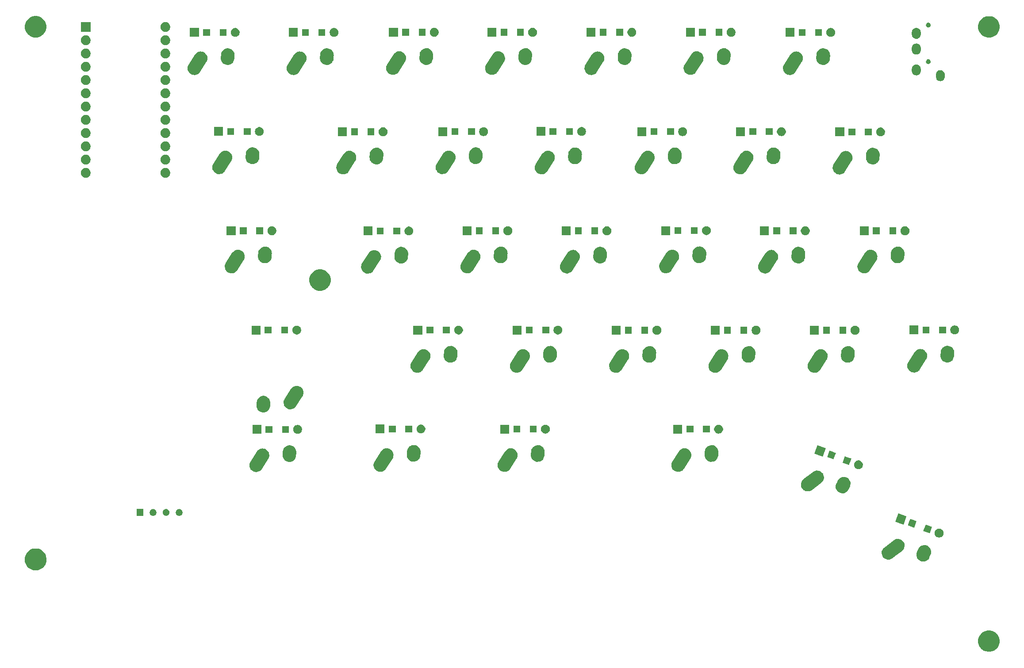
<source format=gbr>
G04 #@! TF.GenerationSoftware,KiCad,Pcbnew,(5.1.5)-3*
G04 #@! TF.CreationDate,2020-05-03T23:18:02-07:00*
G04 #@! TF.ProjectId,left,6c656674-2e6b-4696-9361-645f70636258,rev?*
G04 #@! TF.SameCoordinates,Original*
G04 #@! TF.FileFunction,Soldermask,Top*
G04 #@! TF.FilePolarity,Negative*
%FSLAX46Y46*%
G04 Gerber Fmt 4.6, Leading zero omitted, Abs format (unit mm)*
G04 Created by KiCad (PCBNEW (5.1.5)-3) date 2020-05-03 23:18:02*
%MOMM*%
%LPD*%
G04 APERTURE LIST*
%ADD10C,0.100000*%
G04 APERTURE END LIST*
D10*
G36*
X215348254Y-144427818D02*
G01*
X215721511Y-144582426D01*
X215721513Y-144582427D01*
X216057436Y-144806884D01*
X216343116Y-145092564D01*
X216567574Y-145428489D01*
X216722182Y-145801746D01*
X216801000Y-146197993D01*
X216801000Y-146602007D01*
X216722182Y-146998254D01*
X216567574Y-147371511D01*
X216567573Y-147371513D01*
X216343116Y-147707436D01*
X216057436Y-147993116D01*
X215721513Y-148217573D01*
X215721512Y-148217574D01*
X215721511Y-148217574D01*
X215348254Y-148372182D01*
X214952007Y-148451000D01*
X214547993Y-148451000D01*
X214151746Y-148372182D01*
X213778489Y-148217574D01*
X213778488Y-148217574D01*
X213778487Y-148217573D01*
X213442564Y-147993116D01*
X213156884Y-147707436D01*
X212932427Y-147371513D01*
X212932426Y-147371511D01*
X212777818Y-146998254D01*
X212699000Y-146602007D01*
X212699000Y-146197993D01*
X212777818Y-145801746D01*
X212932426Y-145428489D01*
X213156884Y-145092564D01*
X213442564Y-144806884D01*
X213778487Y-144582427D01*
X213778489Y-144582426D01*
X214151746Y-144427818D01*
X214547993Y-144349000D01*
X214952007Y-144349000D01*
X215348254Y-144427818D01*
G37*
G36*
X32757536Y-128702827D02*
G01*
X32892839Y-128729740D01*
X33275197Y-128888118D01*
X33414363Y-128981106D01*
X33619309Y-129118046D01*
X33911954Y-129410691D01*
X34141883Y-129754805D01*
X34300260Y-130137162D01*
X34381000Y-130543068D01*
X34381000Y-130956932D01*
X34327173Y-131227536D01*
X34300260Y-131362839D01*
X34141882Y-131745197D01*
X33911953Y-132089310D01*
X33619310Y-132381953D01*
X33275197Y-132611882D01*
X32892839Y-132770260D01*
X32757536Y-132797173D01*
X32486932Y-132851000D01*
X32073068Y-132851000D01*
X31802464Y-132797173D01*
X31667161Y-132770260D01*
X31284803Y-132611882D01*
X30940690Y-132381953D01*
X30648047Y-132089310D01*
X30418118Y-131745197D01*
X30259740Y-131362839D01*
X30232827Y-131227536D01*
X30179000Y-130956932D01*
X30179000Y-130543068D01*
X30259740Y-130137162D01*
X30418117Y-129754805D01*
X30648046Y-129410691D01*
X30940691Y-129118046D01*
X31145637Y-128981106D01*
X31284803Y-128888118D01*
X31667161Y-128729740D01*
X31802464Y-128702827D01*
X32073068Y-128649000D01*
X32486932Y-128649000D01*
X32757536Y-128702827D01*
G37*
G36*
X202685083Y-128045068D02*
G01*
X202928431Y-128125430D01*
X203151426Y-128251722D01*
X203345498Y-128419093D01*
X203503188Y-128621109D01*
X203506107Y-128626907D01*
X203618439Y-128850010D01*
X203686816Y-129096990D01*
X203705697Y-129352565D01*
X203702040Y-129382238D01*
X203674354Y-129606919D01*
X203674353Y-129606922D01*
X203614130Y-129789289D01*
X203378278Y-130321519D01*
X203327365Y-130436410D01*
X203232717Y-130603530D01*
X203065346Y-130797602D01*
X202863331Y-130955292D01*
X202748477Y-131013120D01*
X202634429Y-131070543D01*
X202387449Y-131138920D01*
X202131875Y-131157801D01*
X202004697Y-131142129D01*
X201877521Y-131126458D01*
X201634173Y-131046096D01*
X201411178Y-130919803D01*
X201217106Y-130752432D01*
X201059416Y-130550417D01*
X201001588Y-130435563D01*
X200944165Y-130321515D01*
X200875788Y-130074535D01*
X200856907Y-129818961D01*
X200883036Y-129606922D01*
X200888250Y-129564607D01*
X200903410Y-129518699D01*
X200948474Y-129382238D01*
X201068050Y-129112401D01*
X201235239Y-128735115D01*
X201329887Y-128567996D01*
X201497258Y-128373924D01*
X201699274Y-128216234D01*
X201928171Y-128100985D01*
X201928175Y-128100983D01*
X202080598Y-128058784D01*
X202175153Y-128032606D01*
X202277385Y-128025054D01*
X202430729Y-128013725D01*
X202430732Y-128013725D01*
X202685083Y-128045068D01*
G37*
G36*
X197252385Y-126815478D02*
G01*
X197483366Y-126823039D01*
X197524258Y-126832574D01*
X197732949Y-126881233D01*
X197966380Y-126987000D01*
X198174693Y-127136274D01*
X198335096Y-127307535D01*
X198349882Y-127323322D01*
X198437296Y-127463896D01*
X198485210Y-127540948D01*
X198485210Y-127540949D01*
X198575483Y-127780797D01*
X198617228Y-128033646D01*
X198608844Y-128289782D01*
X198608843Y-128289786D01*
X198550650Y-128539365D01*
X198537678Y-128567994D01*
X198444883Y-128772797D01*
X198400154Y-128835216D01*
X198295609Y-128981109D01*
X198171883Y-129096990D01*
X198155429Y-129112401D01*
X197011392Y-129990251D01*
X196268987Y-130559918D01*
X196105889Y-130661339D01*
X195866040Y-130751612D01*
X195613188Y-130793358D01*
X195470204Y-130788677D01*
X195357056Y-130784973D01*
X195344768Y-130782108D01*
X195107473Y-130726779D01*
X194963045Y-130661339D01*
X194874041Y-130621012D01*
X194775526Y-130550417D01*
X194665729Y-130471738D01*
X194490542Y-130284693D01*
X194490540Y-130284691D01*
X194355212Y-130067065D01*
X194264939Y-129827215D01*
X194228568Y-129606919D01*
X194223193Y-129574363D01*
X194229483Y-129382235D01*
X194231578Y-129318231D01*
X194234443Y-129305943D01*
X194289772Y-129068648D01*
X194351727Y-128931912D01*
X194395539Y-128835216D01*
X194452853Y-128755235D01*
X194544813Y-128626904D01*
X194684991Y-128495614D01*
X194684993Y-128495612D01*
X196571436Y-127048092D01*
X196734531Y-126946673D01*
X196974381Y-126856400D01*
X197227230Y-126814655D01*
X197227233Y-126814655D01*
X197252385Y-126815478D01*
G37*
G36*
X205463029Y-124890582D02*
G01*
X205617901Y-124954732D01*
X205757282Y-125047864D01*
X205875816Y-125166398D01*
X205968948Y-125305779D01*
X206033098Y-125460651D01*
X206065801Y-125625063D01*
X206065801Y-125792695D01*
X206033098Y-125957107D01*
X205968948Y-126111979D01*
X205875816Y-126251360D01*
X205757282Y-126369894D01*
X205617901Y-126463026D01*
X205463029Y-126527176D01*
X205298617Y-126559879D01*
X205130985Y-126559879D01*
X204966573Y-126527176D01*
X204811701Y-126463026D01*
X204672320Y-126369894D01*
X204553786Y-126251360D01*
X204460654Y-126111979D01*
X204396504Y-125957107D01*
X204363801Y-125792695D01*
X204363801Y-125625063D01*
X204396504Y-125460651D01*
X204460654Y-125305779D01*
X204553786Y-125166398D01*
X204672320Y-125047864D01*
X204811701Y-124954732D01*
X204966573Y-124890582D01*
X205130985Y-124857879D01*
X205298617Y-124857879D01*
X205463029Y-124890582D01*
G37*
G36*
X202967413Y-124198116D02*
G01*
X203864411Y-124524597D01*
X203419101Y-125748077D01*
X203419100Y-125748077D01*
X203081123Y-125625063D01*
X202195621Y-125302767D01*
X202640931Y-124079287D01*
X202640932Y-124079287D01*
X202967413Y-124198116D01*
G37*
G36*
X200007381Y-123120752D02*
G01*
X200904379Y-123447233D01*
X200459069Y-124670713D01*
X200459068Y-124670713D01*
X200057621Y-124524598D01*
X199235589Y-124225403D01*
X199269637Y-124131858D01*
X199481510Y-123549740D01*
X199680899Y-123001923D01*
X199680900Y-123001923D01*
X200007381Y-123120752D01*
G37*
G36*
X198975937Y-122532502D02*
G01*
X198393818Y-124131859D01*
X196794461Y-123549740D01*
X197376580Y-121950383D01*
X198975937Y-122532502D01*
G37*
G36*
X59939890Y-121124017D02*
G01*
X60058364Y-121173091D01*
X60164988Y-121244335D01*
X60255665Y-121335012D01*
X60326909Y-121441636D01*
X60375983Y-121560110D01*
X60401000Y-121685882D01*
X60401000Y-121814118D01*
X60375983Y-121939890D01*
X60326909Y-122058364D01*
X60255665Y-122164988D01*
X60164988Y-122255665D01*
X60058364Y-122326909D01*
X60058363Y-122326910D01*
X60058362Y-122326910D01*
X59939890Y-122375983D01*
X59814119Y-122401000D01*
X59685881Y-122401000D01*
X59560110Y-122375983D01*
X59441638Y-122326910D01*
X59441637Y-122326910D01*
X59441636Y-122326909D01*
X59335012Y-122255665D01*
X59244335Y-122164988D01*
X59173091Y-122058364D01*
X59124017Y-121939890D01*
X59099000Y-121814118D01*
X59099000Y-121685882D01*
X59124017Y-121560110D01*
X59173091Y-121441636D01*
X59244335Y-121335012D01*
X59335012Y-121244335D01*
X59441636Y-121173091D01*
X59560110Y-121124017D01*
X59685881Y-121099000D01*
X59814119Y-121099000D01*
X59939890Y-121124017D01*
G37*
G36*
X57439890Y-121124017D02*
G01*
X57558364Y-121173091D01*
X57664988Y-121244335D01*
X57755665Y-121335012D01*
X57826909Y-121441636D01*
X57875983Y-121560110D01*
X57901000Y-121685882D01*
X57901000Y-121814118D01*
X57875983Y-121939890D01*
X57826909Y-122058364D01*
X57755665Y-122164988D01*
X57664988Y-122255665D01*
X57558364Y-122326909D01*
X57558363Y-122326910D01*
X57558362Y-122326910D01*
X57439890Y-122375983D01*
X57314119Y-122401000D01*
X57185881Y-122401000D01*
X57060110Y-122375983D01*
X56941638Y-122326910D01*
X56941637Y-122326910D01*
X56941636Y-122326909D01*
X56835012Y-122255665D01*
X56744335Y-122164988D01*
X56673091Y-122058364D01*
X56624017Y-121939890D01*
X56599000Y-121814118D01*
X56599000Y-121685882D01*
X56624017Y-121560110D01*
X56673091Y-121441636D01*
X56744335Y-121335012D01*
X56835012Y-121244335D01*
X56941636Y-121173091D01*
X57060110Y-121124017D01*
X57185881Y-121099000D01*
X57314119Y-121099000D01*
X57439890Y-121124017D01*
G37*
G36*
X54939890Y-121124017D02*
G01*
X55058364Y-121173091D01*
X55164988Y-121244335D01*
X55255665Y-121335012D01*
X55326909Y-121441636D01*
X55375983Y-121560110D01*
X55401000Y-121685882D01*
X55401000Y-121814118D01*
X55375983Y-121939890D01*
X55326909Y-122058364D01*
X55255665Y-122164988D01*
X55164988Y-122255665D01*
X55058364Y-122326909D01*
X55058363Y-122326910D01*
X55058362Y-122326910D01*
X54939890Y-122375983D01*
X54814119Y-122401000D01*
X54685881Y-122401000D01*
X54560110Y-122375983D01*
X54441638Y-122326910D01*
X54441637Y-122326910D01*
X54441636Y-122326909D01*
X54335012Y-122255665D01*
X54244335Y-122164988D01*
X54173091Y-122058364D01*
X54124017Y-121939890D01*
X54099000Y-121814118D01*
X54099000Y-121685882D01*
X54124017Y-121560110D01*
X54173091Y-121441636D01*
X54244335Y-121335012D01*
X54335012Y-121244335D01*
X54441636Y-121173091D01*
X54560110Y-121124017D01*
X54685881Y-121099000D01*
X54814119Y-121099000D01*
X54939890Y-121124017D01*
G37*
G36*
X52901000Y-122401000D02*
G01*
X51599000Y-122401000D01*
X51599000Y-121099000D01*
X52901000Y-121099000D01*
X52901000Y-122401000D01*
G37*
G36*
X187235083Y-114970068D02*
G01*
X187478431Y-115050430D01*
X187701426Y-115176722D01*
X187895498Y-115344093D01*
X188053188Y-115546109D01*
X188056107Y-115551907D01*
X188168439Y-115775010D01*
X188236816Y-116021990D01*
X188255697Y-116277565D01*
X188252040Y-116307238D01*
X188224354Y-116531919D01*
X188224353Y-116531922D01*
X188164130Y-116714289D01*
X187928278Y-117246519D01*
X187877365Y-117361410D01*
X187782717Y-117528530D01*
X187615346Y-117722602D01*
X187413331Y-117880292D01*
X187298477Y-117938120D01*
X187184429Y-117995543D01*
X186937449Y-118063920D01*
X186681875Y-118082801D01*
X186554697Y-118067129D01*
X186427521Y-118051458D01*
X186184173Y-117971096D01*
X185961178Y-117844803D01*
X185767106Y-117677432D01*
X185609416Y-117475417D01*
X185551588Y-117360563D01*
X185494165Y-117246515D01*
X185425788Y-116999535D01*
X185406907Y-116743961D01*
X185433036Y-116531922D01*
X185438250Y-116489607D01*
X185453410Y-116443699D01*
X185498474Y-116307238D01*
X185618050Y-116037401D01*
X185785239Y-115660115D01*
X185879887Y-115492996D01*
X186047258Y-115298924D01*
X186249274Y-115141234D01*
X186478171Y-115025985D01*
X186478175Y-115025983D01*
X186630598Y-114983784D01*
X186725153Y-114957606D01*
X186827385Y-114950054D01*
X186980729Y-114938725D01*
X186980732Y-114938725D01*
X187235083Y-114970068D01*
G37*
G36*
X181802385Y-113740478D02*
G01*
X182033366Y-113748039D01*
X182069129Y-113756378D01*
X182282949Y-113806233D01*
X182516380Y-113912000D01*
X182724693Y-114061274D01*
X182885096Y-114232535D01*
X182899882Y-114248322D01*
X182987296Y-114388896D01*
X183035210Y-114465948D01*
X183035210Y-114465949D01*
X183125483Y-114705797D01*
X183167228Y-114958646D01*
X183158844Y-115214782D01*
X183158843Y-115214786D01*
X183100650Y-115464365D01*
X183087678Y-115492994D01*
X182994883Y-115697797D01*
X182950154Y-115760216D01*
X182845609Y-115906109D01*
X182721883Y-116021990D01*
X182705429Y-116037401D01*
X181561392Y-116915251D01*
X180818987Y-117484918D01*
X180655889Y-117586339D01*
X180416040Y-117676612D01*
X180163188Y-117718358D01*
X180020204Y-117713677D01*
X179907056Y-117709973D01*
X179894768Y-117707108D01*
X179657473Y-117651779D01*
X179513045Y-117586339D01*
X179424041Y-117546012D01*
X179325526Y-117475417D01*
X179215729Y-117396738D01*
X179040542Y-117209693D01*
X179040540Y-117209691D01*
X178905212Y-116992065D01*
X178814939Y-116752215D01*
X178778568Y-116531919D01*
X178773193Y-116499363D01*
X178779483Y-116307235D01*
X178781578Y-116243231D01*
X178784443Y-116230943D01*
X178839772Y-115993648D01*
X178938836Y-115775010D01*
X178945539Y-115760216D01*
X179002853Y-115680235D01*
X179094813Y-115551904D01*
X179234991Y-115420614D01*
X179234993Y-115420612D01*
X181121436Y-113973092D01*
X181284531Y-113871673D01*
X181524381Y-113781400D01*
X181777230Y-113739655D01*
X181777233Y-113739655D01*
X181802385Y-113740478D01*
G37*
G36*
X75841294Y-109512236D02*
G01*
X75926471Y-109518753D01*
X75966253Y-109529879D01*
X76173275Y-109587777D01*
X76401870Y-109703625D01*
X76603472Y-109861843D01*
X76770334Y-110056353D01*
X76896043Y-110279678D01*
X76926339Y-110372234D01*
X76975768Y-110523239D01*
X77003060Y-110749599D01*
X77006444Y-110777667D01*
X76986895Y-111033195D01*
X76949669Y-111166299D01*
X76917870Y-111280000D01*
X76879559Y-111355596D01*
X76831050Y-111451316D01*
X75553454Y-113456738D01*
X75553452Y-113456740D01*
X75434880Y-113607826D01*
X75240373Y-113774686D01*
X75105873Y-113850395D01*
X75017045Y-113900396D01*
X74779834Y-113978042D01*
X74773484Y-113980121D01*
X74519057Y-114010797D01*
X74519056Y-114010797D01*
X74263529Y-113991248D01*
X74016725Y-113922223D01*
X74016724Y-113922223D01*
X74016722Y-113922222D01*
X73788135Y-113806378D01*
X73788133Y-113806377D01*
X73788130Y-113806375D01*
X73586528Y-113648157D01*
X73586524Y-113648154D01*
X73419667Y-113453650D01*
X73342766Y-113317032D01*
X73293957Y-113230322D01*
X73214233Y-112986764D01*
X73214232Y-112986761D01*
X73183556Y-112732334D01*
X73187381Y-112682333D01*
X73203105Y-112476806D01*
X73271912Y-112230782D01*
X73272130Y-112230001D01*
X73315540Y-112144344D01*
X73358950Y-112058685D01*
X74636545Y-110053262D01*
X74755119Y-109902175D01*
X74899052Y-109778701D01*
X74949630Y-109735312D01*
X75172948Y-109609606D01*
X75234665Y-109589404D01*
X75416511Y-109529880D01*
X75416512Y-109529880D01*
X75416515Y-109529879D01*
X75670941Y-109499203D01*
X75670943Y-109499203D01*
X75841294Y-109512236D01*
G37*
G36*
X156616294Y-109487236D02*
G01*
X156701471Y-109493753D01*
X156741253Y-109504879D01*
X156948275Y-109562777D01*
X157176870Y-109678625D01*
X157378472Y-109836843D01*
X157545334Y-110031353D01*
X157671043Y-110254678D01*
X157742584Y-110473236D01*
X157750768Y-110498239D01*
X157753782Y-110523239D01*
X157781444Y-110752667D01*
X157761895Y-111008195D01*
X157738741Y-111090983D01*
X157692870Y-111255000D01*
X157654559Y-111330596D01*
X157606050Y-111426316D01*
X156328454Y-113431738D01*
X156311257Y-113453650D01*
X156209880Y-113582826D01*
X156015373Y-113749686D01*
X155914657Y-113806378D01*
X155792045Y-113875396D01*
X155624862Y-113930120D01*
X155548484Y-113955121D01*
X155294057Y-113985797D01*
X155294056Y-113985797D01*
X155038529Y-113966248D01*
X154791725Y-113897223D01*
X154791724Y-113897223D01*
X154791722Y-113897222D01*
X154563135Y-113781378D01*
X154563133Y-113781377D01*
X154563130Y-113781375D01*
X154361528Y-113623157D01*
X154361524Y-113623154D01*
X154194667Y-113428650D01*
X154083030Y-113230323D01*
X154068957Y-113205322D01*
X153989233Y-112961764D01*
X153989232Y-112961761D01*
X153958556Y-112707334D01*
X153970588Y-112550064D01*
X153978105Y-112451806D01*
X154047130Y-112205002D01*
X154047130Y-112205001D01*
X154111191Y-112078594D01*
X154133950Y-112033685D01*
X155411545Y-110028262D01*
X155530119Y-109877175D01*
X155615399Y-109804017D01*
X155724630Y-109710312D01*
X155947948Y-109584606D01*
X156009665Y-109564404D01*
X156191511Y-109504880D01*
X156191512Y-109504880D01*
X156191515Y-109504879D01*
X156445941Y-109474203D01*
X156445943Y-109474203D01*
X156616294Y-109487236D01*
G37*
G36*
X123366294Y-109487236D02*
G01*
X123451471Y-109493753D01*
X123491253Y-109504879D01*
X123698275Y-109562777D01*
X123926870Y-109678625D01*
X124128472Y-109836843D01*
X124295334Y-110031353D01*
X124421043Y-110254678D01*
X124492584Y-110473236D01*
X124500768Y-110498239D01*
X124503782Y-110523239D01*
X124531444Y-110752667D01*
X124511895Y-111008195D01*
X124488741Y-111090983D01*
X124442870Y-111255000D01*
X124404559Y-111330596D01*
X124356050Y-111426316D01*
X123078454Y-113431738D01*
X123061257Y-113453650D01*
X122959880Y-113582826D01*
X122765373Y-113749686D01*
X122664657Y-113806378D01*
X122542045Y-113875396D01*
X122374862Y-113930120D01*
X122298484Y-113955121D01*
X122044057Y-113985797D01*
X122044056Y-113985797D01*
X121788529Y-113966248D01*
X121541725Y-113897223D01*
X121541724Y-113897223D01*
X121541722Y-113897222D01*
X121313135Y-113781378D01*
X121313133Y-113781377D01*
X121313130Y-113781375D01*
X121111528Y-113623157D01*
X121111524Y-113623154D01*
X120944667Y-113428650D01*
X120833030Y-113230323D01*
X120818957Y-113205322D01*
X120739233Y-112961764D01*
X120739232Y-112961761D01*
X120708556Y-112707334D01*
X120720588Y-112550064D01*
X120728105Y-112451806D01*
X120797130Y-112205002D01*
X120797130Y-112205001D01*
X120861191Y-112078594D01*
X120883950Y-112033685D01*
X122161545Y-110028262D01*
X122280119Y-109877175D01*
X122365399Y-109804017D01*
X122474630Y-109710312D01*
X122697948Y-109584606D01*
X122759665Y-109564404D01*
X122941511Y-109504880D01*
X122941512Y-109504880D01*
X122941515Y-109504879D01*
X123195941Y-109474203D01*
X123195943Y-109474203D01*
X123366294Y-109487236D01*
G37*
G36*
X99616294Y-109462236D02*
G01*
X99701471Y-109468753D01*
X99741253Y-109479879D01*
X99948275Y-109537777D01*
X100176870Y-109653625D01*
X100176872Y-109653626D01*
X100176873Y-109653627D01*
X100240583Y-109703627D01*
X100378472Y-109811843D01*
X100545334Y-110006353D01*
X100671043Y-110229678D01*
X100717706Y-110372234D01*
X100750768Y-110473239D01*
X100753782Y-110498239D01*
X100781444Y-110727667D01*
X100761895Y-110983195D01*
X100738741Y-111065983D01*
X100692870Y-111230000D01*
X100654559Y-111305596D01*
X100606050Y-111401316D01*
X99328454Y-113406738D01*
X99291637Y-113453650D01*
X99209880Y-113557826D01*
X99015373Y-113724686D01*
X98878755Y-113801587D01*
X98792045Y-113850396D01*
X98572612Y-113922223D01*
X98548484Y-113930121D01*
X98294057Y-113960797D01*
X98294056Y-113960797D01*
X98038529Y-113941248D01*
X97791725Y-113872223D01*
X97791724Y-113872223D01*
X97791722Y-113872222D01*
X97563135Y-113756378D01*
X97563133Y-113756377D01*
X97563130Y-113756375D01*
X97361528Y-113598157D01*
X97361524Y-113598154D01*
X97194667Y-113403650D01*
X97117766Y-113267032D01*
X97068957Y-113180322D01*
X96989233Y-112936764D01*
X96989232Y-112936761D01*
X96958556Y-112682334D01*
X96959264Y-112673077D01*
X96978105Y-112426806D01*
X97033146Y-112230002D01*
X97047130Y-112180001D01*
X97111191Y-112053594D01*
X97133950Y-112008685D01*
X98411545Y-110003262D01*
X98530119Y-109852175D01*
X98615772Y-109778697D01*
X98724630Y-109685312D01*
X98947948Y-109559606D01*
X98992606Y-109544988D01*
X99191511Y-109479880D01*
X99191512Y-109479880D01*
X99191515Y-109479879D01*
X99445941Y-109449203D01*
X99445943Y-109449203D01*
X99616294Y-109462236D01*
G37*
G36*
X190013029Y-111815582D02*
G01*
X190167901Y-111879732D01*
X190307282Y-111972864D01*
X190425816Y-112091398D01*
X190518948Y-112230779D01*
X190583098Y-112385651D01*
X190615801Y-112550063D01*
X190615801Y-112717695D01*
X190583098Y-112882107D01*
X190518948Y-113036979D01*
X190425816Y-113176360D01*
X190307282Y-113294894D01*
X190167901Y-113388026D01*
X190013029Y-113452176D01*
X189848617Y-113484879D01*
X189680985Y-113484879D01*
X189516573Y-113452176D01*
X189361701Y-113388026D01*
X189222320Y-113294894D01*
X189103786Y-113176360D01*
X189010654Y-113036979D01*
X188946504Y-112882107D01*
X188913801Y-112717695D01*
X188913801Y-112550063D01*
X188946504Y-112385651D01*
X189010654Y-112230779D01*
X189103786Y-112091398D01*
X189222320Y-111972864D01*
X189361701Y-111879732D01*
X189516573Y-111815582D01*
X189680985Y-111782879D01*
X189848617Y-111782879D01*
X190013029Y-111815582D01*
G37*
G36*
X187517413Y-111123116D02*
G01*
X188414411Y-111449597D01*
X188414411Y-111449598D01*
X188319830Y-111709456D01*
X187969101Y-112673077D01*
X187969100Y-112673077D01*
X187631123Y-112550063D01*
X186745621Y-112227767D01*
X186753907Y-112205002D01*
X186916097Y-111759387D01*
X187190931Y-111004287D01*
X187190932Y-111004287D01*
X187517413Y-111123116D01*
G37*
G36*
X81231379Y-108933813D02*
G01*
X81470991Y-109024713D01*
X81688155Y-109160544D01*
X81688265Y-109160613D01*
X81874852Y-109336288D01*
X81973134Y-109474203D01*
X82023580Y-109544990D01*
X82128735Y-109778697D01*
X82128736Y-109778701D01*
X82186276Y-110028428D01*
X82192058Y-110220394D01*
X82181706Y-110372234D01*
X82143916Y-110926571D01*
X82112135Y-111115983D01*
X82021235Y-111355595D01*
X81916609Y-111522869D01*
X81885335Y-111572869D01*
X81709660Y-111759456D01*
X81571120Y-111858184D01*
X81500958Y-111908184D01*
X81267251Y-112013339D01*
X81267247Y-112013340D01*
X81017521Y-112070880D01*
X80761366Y-112078594D01*
X80761362Y-112078594D01*
X80508621Y-112036187D01*
X80269009Y-111945287D01*
X80051735Y-111809387D01*
X80025182Y-111784387D01*
X79865148Y-111633712D01*
X79735166Y-111451315D01*
X79716420Y-111425010D01*
X79611265Y-111191303D01*
X79599744Y-111141303D01*
X79553724Y-110941572D01*
X79547942Y-110749608D01*
X79596084Y-110043428D01*
X79602824Y-110003260D01*
X79627865Y-109854017D01*
X79718765Y-109614405D01*
X79854665Y-109397131D01*
X79911950Y-109336288D01*
X80030340Y-109210544D01*
X80186602Y-109099187D01*
X80239042Y-109061816D01*
X80472749Y-108956661D01*
X80472753Y-108956660D01*
X80722479Y-108899120D01*
X80978634Y-108891406D01*
X80978638Y-108891406D01*
X81231379Y-108933813D01*
G37*
G36*
X162006379Y-108908813D02*
G01*
X162245991Y-108999713D01*
X162463265Y-109135613D01*
X162649852Y-109311288D01*
X162761209Y-109467550D01*
X162798580Y-109519990D01*
X162903735Y-109753697D01*
X162903736Y-109753701D01*
X162961276Y-110003428D01*
X162967058Y-110195394D01*
X162963016Y-110254678D01*
X162918916Y-110901571D01*
X162887135Y-111090983D01*
X162796235Y-111330595D01*
X162721802Y-111449597D01*
X162660335Y-111547869D01*
X162484660Y-111734456D01*
X162328398Y-111845813D01*
X162275958Y-111883184D01*
X162042251Y-111988339D01*
X162042247Y-111988340D01*
X161792521Y-112045880D01*
X161536366Y-112053594D01*
X161536362Y-112053594D01*
X161283621Y-112011187D01*
X161044009Y-111920287D01*
X160826735Y-111784387D01*
X160825133Y-111782879D01*
X160640148Y-111608712D01*
X160510166Y-111426315D01*
X160491420Y-111400010D01*
X160386265Y-111166303D01*
X160344075Y-110983195D01*
X160328724Y-110916572D01*
X160322942Y-110724608D01*
X160371084Y-110018428D01*
X160386438Y-109926923D01*
X160402865Y-109829017D01*
X160493765Y-109589405D01*
X160629665Y-109372131D01*
X160686950Y-109311288D01*
X160805340Y-109185544D01*
X160961602Y-109074187D01*
X161014042Y-109036816D01*
X161247749Y-108931661D01*
X161247753Y-108931660D01*
X161497479Y-108874120D01*
X161753634Y-108866406D01*
X161753638Y-108866406D01*
X162006379Y-108908813D01*
G37*
G36*
X128756379Y-108908813D02*
G01*
X128995991Y-108999713D01*
X129213265Y-109135613D01*
X129399852Y-109311288D01*
X129511209Y-109467550D01*
X129548580Y-109519990D01*
X129653735Y-109753697D01*
X129653736Y-109753701D01*
X129711276Y-110003428D01*
X129717058Y-110195394D01*
X129713016Y-110254678D01*
X129668916Y-110901571D01*
X129637135Y-111090983D01*
X129546235Y-111330595D01*
X129471802Y-111449597D01*
X129410335Y-111547869D01*
X129234660Y-111734456D01*
X129078398Y-111845813D01*
X129025958Y-111883184D01*
X128792251Y-111988339D01*
X128792247Y-111988340D01*
X128542521Y-112045880D01*
X128286366Y-112053594D01*
X128286362Y-112053594D01*
X128033621Y-112011187D01*
X127794009Y-111920287D01*
X127576735Y-111784387D01*
X127575133Y-111782879D01*
X127390148Y-111608712D01*
X127260166Y-111426315D01*
X127241420Y-111400010D01*
X127136265Y-111166303D01*
X127094075Y-110983195D01*
X127078724Y-110916572D01*
X127072942Y-110724608D01*
X127121084Y-110018428D01*
X127136438Y-109926923D01*
X127152865Y-109829017D01*
X127243765Y-109589405D01*
X127379665Y-109372131D01*
X127436950Y-109311288D01*
X127555340Y-109185544D01*
X127711602Y-109074187D01*
X127764042Y-109036816D01*
X127997749Y-108931661D01*
X127997753Y-108931660D01*
X128247479Y-108874120D01*
X128503634Y-108866406D01*
X128503638Y-108866406D01*
X128756379Y-108908813D01*
G37*
G36*
X105006379Y-108883813D02*
G01*
X105245991Y-108974713D01*
X105463265Y-109110613D01*
X105649852Y-109286288D01*
X105711026Y-109372131D01*
X105798580Y-109494990D01*
X105903735Y-109728697D01*
X105903736Y-109728701D01*
X105961276Y-109978428D01*
X105967058Y-110170394D01*
X105953298Y-110372233D01*
X105918916Y-110876571D01*
X105887135Y-111065983D01*
X105796235Y-111305595D01*
X105721542Y-111425012D01*
X105660335Y-111522869D01*
X105484660Y-111709456D01*
X105335736Y-111815584D01*
X105275958Y-111858184D01*
X105042251Y-111963339D01*
X105042247Y-111963340D01*
X104792521Y-112020880D01*
X104536366Y-112028594D01*
X104536362Y-112028594D01*
X104283621Y-111986187D01*
X104044009Y-111895287D01*
X103826735Y-111759387D01*
X103640148Y-111583712D01*
X103510166Y-111401315D01*
X103491420Y-111375010D01*
X103386265Y-111141303D01*
X103340245Y-110941572D01*
X103328724Y-110891572D01*
X103322942Y-110699608D01*
X103371084Y-109993428D01*
X103382243Y-109926923D01*
X103402865Y-109804017D01*
X103493765Y-109564405D01*
X103629665Y-109347131D01*
X103686950Y-109286288D01*
X103805340Y-109160544D01*
X103961602Y-109049187D01*
X104014042Y-109011816D01*
X104247749Y-108906661D01*
X104280477Y-108899120D01*
X104497479Y-108849120D01*
X104753634Y-108841406D01*
X104753638Y-108841406D01*
X105006379Y-108883813D01*
G37*
G36*
X184482307Y-110018428D02*
G01*
X185454379Y-110372233D01*
X185454379Y-110372234D01*
X185335550Y-110698715D01*
X185009069Y-111595713D01*
X185009068Y-111595713D01*
X184612341Y-111451316D01*
X183785589Y-111150403D01*
X183788903Y-111141299D01*
X184022957Y-110498239D01*
X184230899Y-109926923D01*
X184230900Y-109926923D01*
X184482307Y-110018428D01*
G37*
G36*
X183525937Y-109457502D02*
G01*
X182943818Y-111056859D01*
X181344461Y-110474740D01*
X181926580Y-108875383D01*
X183525937Y-109457502D01*
G37*
G36*
X82673228Y-105031703D02*
G01*
X82828100Y-105095853D01*
X82967481Y-105188985D01*
X83086015Y-105307519D01*
X83179147Y-105446900D01*
X83243297Y-105601772D01*
X83276000Y-105766184D01*
X83276000Y-105933816D01*
X83243297Y-106098228D01*
X83179147Y-106253100D01*
X83086015Y-106392481D01*
X82967481Y-106511015D01*
X82828100Y-106604147D01*
X82673228Y-106668297D01*
X82508816Y-106701000D01*
X82341184Y-106701000D01*
X82176772Y-106668297D01*
X82021900Y-106604147D01*
X81882519Y-106511015D01*
X81763985Y-106392481D01*
X81670853Y-106253100D01*
X81606703Y-106098228D01*
X81574000Y-105933816D01*
X81574000Y-105766184D01*
X81606703Y-105601772D01*
X81670853Y-105446900D01*
X81763985Y-105307519D01*
X81882519Y-105188985D01*
X82021900Y-105095853D01*
X82176772Y-105031703D01*
X82341184Y-104999000D01*
X82508816Y-104999000D01*
X82673228Y-105031703D01*
G37*
G36*
X75476000Y-106701000D02*
G01*
X73774000Y-106701000D01*
X73774000Y-104999000D01*
X75476000Y-104999000D01*
X75476000Y-106701000D01*
G37*
G36*
X130098228Y-104981703D02*
G01*
X130253100Y-105045853D01*
X130392481Y-105138985D01*
X130511015Y-105257519D01*
X130604147Y-105396900D01*
X130668297Y-105551772D01*
X130701000Y-105716184D01*
X130701000Y-105883816D01*
X130668297Y-106048228D01*
X130604147Y-106203100D01*
X130511015Y-106342481D01*
X130392481Y-106461015D01*
X130253100Y-106554147D01*
X130098228Y-106618297D01*
X129933816Y-106651000D01*
X129766184Y-106651000D01*
X129601772Y-106618297D01*
X129446900Y-106554147D01*
X129307519Y-106461015D01*
X129188985Y-106342481D01*
X129095853Y-106203100D01*
X129031703Y-106048228D01*
X128999000Y-105883816D01*
X128999000Y-105716184D01*
X129031703Y-105551772D01*
X129095853Y-105396900D01*
X129188985Y-105257519D01*
X129307519Y-105138985D01*
X129446900Y-105045853D01*
X129601772Y-104981703D01*
X129766184Y-104949000D01*
X129933816Y-104949000D01*
X130098228Y-104981703D01*
G37*
G36*
X156051000Y-106651000D02*
G01*
X154349000Y-106651000D01*
X154349000Y-104949000D01*
X156051000Y-104949000D01*
X156051000Y-106651000D01*
G37*
G36*
X122901000Y-106651000D02*
G01*
X121199000Y-106651000D01*
X121199000Y-104949000D01*
X122901000Y-104949000D01*
X122901000Y-106651000D01*
G37*
G36*
X163248228Y-104981703D02*
G01*
X163403100Y-105045853D01*
X163542481Y-105138985D01*
X163661015Y-105257519D01*
X163754147Y-105396900D01*
X163818297Y-105551772D01*
X163851000Y-105716184D01*
X163851000Y-105883816D01*
X163818297Y-106048228D01*
X163754147Y-106203100D01*
X163661015Y-106342481D01*
X163542481Y-106461015D01*
X163403100Y-106554147D01*
X163248228Y-106618297D01*
X163083816Y-106651000D01*
X162916184Y-106651000D01*
X162751772Y-106618297D01*
X162596900Y-106554147D01*
X162457519Y-106461015D01*
X162338985Y-106342481D01*
X162245853Y-106203100D01*
X162181703Y-106048228D01*
X162149000Y-105883816D01*
X162149000Y-105716184D01*
X162181703Y-105551772D01*
X162245853Y-105396900D01*
X162338985Y-105257519D01*
X162457519Y-105138985D01*
X162596900Y-105045853D01*
X162751772Y-104981703D01*
X162916184Y-104949000D01*
X163083816Y-104949000D01*
X163248228Y-104981703D01*
G37*
G36*
X99076000Y-106626000D02*
G01*
X97374000Y-106626000D01*
X97374000Y-104924000D01*
X99076000Y-104924000D01*
X99076000Y-106626000D01*
G37*
G36*
X106273228Y-104956703D02*
G01*
X106428100Y-105020853D01*
X106567481Y-105113985D01*
X106686015Y-105232519D01*
X106779147Y-105371900D01*
X106843297Y-105526772D01*
X106876000Y-105691184D01*
X106876000Y-105858816D01*
X106843297Y-106023228D01*
X106779147Y-106178100D01*
X106686015Y-106317481D01*
X106567481Y-106436015D01*
X106428100Y-106529147D01*
X106273228Y-106593297D01*
X106108816Y-106626000D01*
X105941184Y-106626000D01*
X105776772Y-106593297D01*
X105621900Y-106529147D01*
X105482519Y-106436015D01*
X105363985Y-106317481D01*
X105270853Y-106178100D01*
X105206703Y-106023228D01*
X105174000Y-105858816D01*
X105174000Y-105691184D01*
X105206703Y-105526772D01*
X105270853Y-105371900D01*
X105363985Y-105232519D01*
X105482519Y-105113985D01*
X105621900Y-105020853D01*
X105776772Y-104956703D01*
X105941184Y-104924000D01*
X106108816Y-104924000D01*
X106273228Y-104956703D01*
G37*
G36*
X77601000Y-106501000D02*
G01*
X76299000Y-106501000D01*
X76299000Y-105199000D01*
X77601000Y-105199000D01*
X77601000Y-106501000D01*
G37*
G36*
X80751000Y-106501000D02*
G01*
X79449000Y-106501000D01*
X79449000Y-105199000D01*
X80751000Y-105199000D01*
X80751000Y-106501000D01*
G37*
G36*
X128176000Y-106451000D02*
G01*
X126874000Y-106451000D01*
X126874000Y-105149000D01*
X128176000Y-105149000D01*
X128176000Y-106451000D01*
G37*
G36*
X161326000Y-106451000D02*
G01*
X160024000Y-106451000D01*
X160024000Y-105149000D01*
X161326000Y-105149000D01*
X161326000Y-106451000D01*
G37*
G36*
X158176000Y-106451000D02*
G01*
X156874000Y-106451000D01*
X156874000Y-105149000D01*
X158176000Y-105149000D01*
X158176000Y-106451000D01*
G37*
G36*
X125026000Y-106451000D02*
G01*
X123724000Y-106451000D01*
X123724000Y-105149000D01*
X125026000Y-105149000D01*
X125026000Y-106451000D01*
G37*
G36*
X104351000Y-106426000D02*
G01*
X103049000Y-106426000D01*
X103049000Y-105124000D01*
X104351000Y-105124000D01*
X104351000Y-106426000D01*
G37*
G36*
X101201000Y-106426000D02*
G01*
X99899000Y-106426000D01*
X99899000Y-105124000D01*
X101201000Y-105124000D01*
X101201000Y-106426000D01*
G37*
G36*
X76241379Y-99463813D02*
G01*
X76480991Y-99554713D01*
X76698265Y-99690613D01*
X76884852Y-99866288D01*
X76996209Y-100022550D01*
X77033580Y-100074990D01*
X77138735Y-100308697D01*
X77138736Y-100308701D01*
X77196276Y-100558428D01*
X77202058Y-100750394D01*
X77202057Y-100750402D01*
X77153916Y-101456571D01*
X77122135Y-101645983D01*
X77031235Y-101885595D01*
X76978366Y-101970121D01*
X76895335Y-102102869D01*
X76719660Y-102289456D01*
X76563398Y-102400813D01*
X76510958Y-102438184D01*
X76277251Y-102543339D01*
X76277247Y-102543340D01*
X76027521Y-102600880D01*
X75771366Y-102608594D01*
X75771362Y-102608594D01*
X75518621Y-102566187D01*
X75279009Y-102475287D01*
X75061735Y-102339387D01*
X75008703Y-102289456D01*
X74875148Y-102163712D01*
X74759050Y-102000797D01*
X74726420Y-101955010D01*
X74621265Y-101721303D01*
X74602107Y-101638157D01*
X74563724Y-101471572D01*
X74557942Y-101279608D01*
X74606084Y-100573428D01*
X74610650Y-100546213D01*
X74637865Y-100384017D01*
X74728765Y-100144405D01*
X74864665Y-99927131D01*
X74921950Y-99866288D01*
X75040340Y-99740544D01*
X75196602Y-99629187D01*
X75249042Y-99591816D01*
X75482749Y-99486661D01*
X75482753Y-99486660D01*
X75732479Y-99429120D01*
X75988634Y-99421406D01*
X75988638Y-99421406D01*
X76241379Y-99463813D01*
G37*
G36*
X82401294Y-97502236D02*
G01*
X82486471Y-97508753D01*
X82526253Y-97519879D01*
X82733275Y-97577777D01*
X82961870Y-97693625D01*
X83163472Y-97851843D01*
X83330334Y-98046353D01*
X83456043Y-98269678D01*
X83534358Y-98508931D01*
X83535768Y-98513239D01*
X83566444Y-98767666D01*
X83566444Y-98767667D01*
X83546895Y-99023195D01*
X83492955Y-99216060D01*
X83477870Y-99270000D01*
X83434460Y-99355657D01*
X83391050Y-99441316D01*
X82113454Y-101446738D01*
X82113452Y-101446740D01*
X81994880Y-101597826D01*
X81800373Y-101764686D01*
X81663755Y-101841587D01*
X81577045Y-101890396D01*
X81379648Y-101955010D01*
X81333484Y-101970121D01*
X81079057Y-102000797D01*
X81079056Y-102000797D01*
X80823529Y-101981248D01*
X80576725Y-101912223D01*
X80576724Y-101912223D01*
X80576722Y-101912222D01*
X80348135Y-101796378D01*
X80348133Y-101796377D01*
X80348130Y-101796375D01*
X80146528Y-101638157D01*
X80146524Y-101638154D01*
X79979667Y-101443650D01*
X79853958Y-101220323D01*
X79853957Y-101220322D01*
X79774233Y-100976764D01*
X79774232Y-100976761D01*
X79743556Y-100722334D01*
X79754948Y-100573429D01*
X79763105Y-100466806D01*
X79832130Y-100220002D01*
X79832130Y-100220001D01*
X79875540Y-100134344D01*
X79918950Y-100048685D01*
X81196545Y-98043262D01*
X81315119Y-97892175D01*
X81509629Y-97725313D01*
X81509630Y-97725312D01*
X81732948Y-97599606D01*
X81732954Y-97599604D01*
X81976511Y-97519880D01*
X81976512Y-97519880D01*
X81976515Y-97519879D01*
X82230941Y-97489203D01*
X82230943Y-97489203D01*
X82401294Y-97502236D01*
G37*
G36*
X182716294Y-90512236D02*
G01*
X182801471Y-90518753D01*
X182841253Y-90529879D01*
X183048275Y-90587777D01*
X183276870Y-90703625D01*
X183478472Y-90861843D01*
X183645334Y-91056353D01*
X183771043Y-91279678D01*
X183834400Y-91473236D01*
X183850768Y-91523239D01*
X183878060Y-91749599D01*
X183881444Y-91777667D01*
X183861895Y-92033195D01*
X183824669Y-92166299D01*
X183792870Y-92280000D01*
X183754559Y-92355596D01*
X183706050Y-92451316D01*
X182428454Y-94456738D01*
X182428452Y-94456740D01*
X182309880Y-94607826D01*
X182115373Y-94774686D01*
X181980873Y-94850395D01*
X181892045Y-94900396D01*
X181724862Y-94955120D01*
X181648484Y-94980121D01*
X181394057Y-95010797D01*
X181394056Y-95010797D01*
X181138529Y-94991248D01*
X180891725Y-94922223D01*
X180891724Y-94922223D01*
X180891722Y-94922222D01*
X180663135Y-94806378D01*
X180663133Y-94806377D01*
X180663130Y-94806375D01*
X180461528Y-94648157D01*
X180461524Y-94648154D01*
X180294667Y-94453650D01*
X180168958Y-94230323D01*
X180168957Y-94230322D01*
X180089233Y-93986764D01*
X180089232Y-93986761D01*
X180058556Y-93732334D01*
X180062381Y-93682333D01*
X180078105Y-93476806D01*
X180147130Y-93230002D01*
X180147130Y-93230001D01*
X180227770Y-93070880D01*
X180233950Y-93058685D01*
X181511545Y-91053262D01*
X181630119Y-90902175D01*
X181774052Y-90778701D01*
X181824630Y-90735312D01*
X182047948Y-90609606D01*
X182109665Y-90589404D01*
X182291511Y-90529880D01*
X182291512Y-90529880D01*
X182291515Y-90529879D01*
X182545941Y-90499203D01*
X182545943Y-90499203D01*
X182716294Y-90512236D01*
G37*
G36*
X163716294Y-90512236D02*
G01*
X163801471Y-90518753D01*
X163841253Y-90529879D01*
X164048275Y-90587777D01*
X164276870Y-90703625D01*
X164478472Y-90861843D01*
X164645334Y-91056353D01*
X164771043Y-91279678D01*
X164834400Y-91473236D01*
X164850768Y-91523239D01*
X164878060Y-91749599D01*
X164881444Y-91777667D01*
X164861895Y-92033195D01*
X164824669Y-92166299D01*
X164792870Y-92280000D01*
X164754559Y-92355596D01*
X164706050Y-92451316D01*
X163428454Y-94456738D01*
X163428452Y-94456740D01*
X163309880Y-94607826D01*
X163115373Y-94774686D01*
X162980873Y-94850395D01*
X162892045Y-94900396D01*
X162724862Y-94955120D01*
X162648484Y-94980121D01*
X162394057Y-95010797D01*
X162394056Y-95010797D01*
X162138529Y-94991248D01*
X161891725Y-94922223D01*
X161891724Y-94922223D01*
X161891722Y-94922222D01*
X161663135Y-94806378D01*
X161663133Y-94806377D01*
X161663130Y-94806375D01*
X161461528Y-94648157D01*
X161461524Y-94648154D01*
X161294667Y-94453650D01*
X161168958Y-94230323D01*
X161168957Y-94230322D01*
X161089233Y-93986764D01*
X161089232Y-93986761D01*
X161058556Y-93732334D01*
X161062381Y-93682333D01*
X161078105Y-93476806D01*
X161147130Y-93230002D01*
X161147130Y-93230001D01*
X161227770Y-93070880D01*
X161233950Y-93058685D01*
X162511545Y-91053262D01*
X162630119Y-90902175D01*
X162774052Y-90778701D01*
X162824630Y-90735312D01*
X163047948Y-90609606D01*
X163109665Y-90589404D01*
X163291511Y-90529880D01*
X163291512Y-90529880D01*
X163291515Y-90529879D01*
X163545941Y-90499203D01*
X163545943Y-90499203D01*
X163716294Y-90512236D01*
G37*
G36*
X144716294Y-90512236D02*
G01*
X144801471Y-90518753D01*
X144841253Y-90529879D01*
X145048275Y-90587777D01*
X145276870Y-90703625D01*
X145478472Y-90861843D01*
X145645334Y-91056353D01*
X145771043Y-91279678D01*
X145834400Y-91473236D01*
X145850768Y-91523239D01*
X145878060Y-91749599D01*
X145881444Y-91777667D01*
X145861895Y-92033195D01*
X145824669Y-92166299D01*
X145792870Y-92280000D01*
X145754559Y-92355596D01*
X145706050Y-92451316D01*
X144428454Y-94456738D01*
X144428452Y-94456740D01*
X144309880Y-94607826D01*
X144115373Y-94774686D01*
X143980873Y-94850395D01*
X143892045Y-94900396D01*
X143724862Y-94955120D01*
X143648484Y-94980121D01*
X143394057Y-95010797D01*
X143394056Y-95010797D01*
X143138529Y-94991248D01*
X142891725Y-94922223D01*
X142891724Y-94922223D01*
X142891722Y-94922222D01*
X142663135Y-94806378D01*
X142663133Y-94806377D01*
X142663130Y-94806375D01*
X142461528Y-94648157D01*
X142461524Y-94648154D01*
X142294667Y-94453650D01*
X142168958Y-94230323D01*
X142168957Y-94230322D01*
X142089233Y-93986764D01*
X142089232Y-93986761D01*
X142058556Y-93732334D01*
X142062381Y-93682333D01*
X142078105Y-93476806D01*
X142147130Y-93230002D01*
X142147130Y-93230001D01*
X142227770Y-93070880D01*
X142233950Y-93058685D01*
X143511545Y-91053262D01*
X143630119Y-90902175D01*
X143774052Y-90778701D01*
X143824630Y-90735312D01*
X144047948Y-90609606D01*
X144109665Y-90589404D01*
X144291511Y-90529880D01*
X144291512Y-90529880D01*
X144291515Y-90529879D01*
X144545941Y-90499203D01*
X144545943Y-90499203D01*
X144716294Y-90512236D01*
G37*
G36*
X106691294Y-90487236D02*
G01*
X106776471Y-90493753D01*
X106816253Y-90504879D01*
X107023275Y-90562777D01*
X107251870Y-90678625D01*
X107453472Y-90836843D01*
X107620334Y-91031353D01*
X107746043Y-91254678D01*
X107817584Y-91473236D01*
X107825768Y-91498239D01*
X107828782Y-91523239D01*
X107856444Y-91752667D01*
X107836895Y-92008195D01*
X107813741Y-92090983D01*
X107767870Y-92255000D01*
X107729559Y-92330596D01*
X107681050Y-92426316D01*
X106403454Y-94431738D01*
X106386257Y-94453650D01*
X106284880Y-94582826D01*
X106090373Y-94749686D01*
X105989657Y-94806378D01*
X105867045Y-94875396D01*
X105699862Y-94930120D01*
X105623484Y-94955121D01*
X105369057Y-94985797D01*
X105369056Y-94985797D01*
X105113529Y-94966248D01*
X104866725Y-94897223D01*
X104866724Y-94897223D01*
X104866722Y-94897222D01*
X104638135Y-94781378D01*
X104638133Y-94781377D01*
X104638130Y-94781375D01*
X104436528Y-94623157D01*
X104436524Y-94623154D01*
X104269667Y-94428650D01*
X104158030Y-94230323D01*
X104143957Y-94205322D01*
X104064233Y-93961764D01*
X104064232Y-93961761D01*
X104033556Y-93707334D01*
X104035469Y-93682333D01*
X104053105Y-93451806D01*
X104122130Y-93205002D01*
X104122130Y-93205001D01*
X104186191Y-93078594D01*
X104208950Y-93033685D01*
X105486545Y-91028262D01*
X105605119Y-90877175D01*
X105690399Y-90804017D01*
X105799630Y-90710312D01*
X106022948Y-90584606D01*
X106084665Y-90564404D01*
X106266511Y-90504880D01*
X106266512Y-90504880D01*
X106266515Y-90504879D01*
X106520941Y-90474203D01*
X106520943Y-90474203D01*
X106691294Y-90487236D01*
G37*
G36*
X125716294Y-90487236D02*
G01*
X125801471Y-90493753D01*
X125841253Y-90504879D01*
X126048275Y-90562777D01*
X126276870Y-90678625D01*
X126478472Y-90836843D01*
X126645334Y-91031353D01*
X126771043Y-91254678D01*
X126842584Y-91473236D01*
X126850768Y-91498239D01*
X126853782Y-91523239D01*
X126881444Y-91752667D01*
X126861895Y-92008195D01*
X126838741Y-92090983D01*
X126792870Y-92255000D01*
X126754559Y-92330596D01*
X126706050Y-92426316D01*
X125428454Y-94431738D01*
X125411257Y-94453650D01*
X125309880Y-94582826D01*
X125115373Y-94749686D01*
X125014657Y-94806378D01*
X124892045Y-94875396D01*
X124724862Y-94930120D01*
X124648484Y-94955121D01*
X124394057Y-94985797D01*
X124394056Y-94985797D01*
X124138529Y-94966248D01*
X123891725Y-94897223D01*
X123891724Y-94897223D01*
X123891722Y-94897222D01*
X123663135Y-94781378D01*
X123663133Y-94781377D01*
X123663130Y-94781375D01*
X123461528Y-94623157D01*
X123461524Y-94623154D01*
X123294667Y-94428650D01*
X123183030Y-94230323D01*
X123168957Y-94205322D01*
X123089233Y-93961764D01*
X123089232Y-93961761D01*
X123058556Y-93707334D01*
X123060469Y-93682333D01*
X123078105Y-93451806D01*
X123147130Y-93205002D01*
X123147130Y-93205001D01*
X123211191Y-93078594D01*
X123233950Y-93033685D01*
X124511545Y-91028262D01*
X124630119Y-90877175D01*
X124715399Y-90804017D01*
X124824630Y-90710312D01*
X125047948Y-90584606D01*
X125109665Y-90564404D01*
X125291511Y-90504880D01*
X125291512Y-90504880D01*
X125291515Y-90504879D01*
X125545941Y-90474203D01*
X125545943Y-90474203D01*
X125716294Y-90487236D01*
G37*
G36*
X201766294Y-90462236D02*
G01*
X201851471Y-90468753D01*
X201891253Y-90479879D01*
X202098275Y-90537777D01*
X202326870Y-90653625D01*
X202326872Y-90653626D01*
X202326873Y-90653627D01*
X202390583Y-90703627D01*
X202528472Y-90811843D01*
X202695334Y-91006353D01*
X202821043Y-91229678D01*
X202899358Y-91468931D01*
X202900768Y-91473239D01*
X202903782Y-91498239D01*
X202931444Y-91727667D01*
X202911895Y-91983195D01*
X202888741Y-92065983D01*
X202842870Y-92230000D01*
X202804559Y-92305596D01*
X202756050Y-92401316D01*
X201478454Y-94406738D01*
X201441637Y-94453650D01*
X201359880Y-94557826D01*
X201165373Y-94724686D01*
X201064657Y-94781378D01*
X200942045Y-94850396D01*
X200722612Y-94922223D01*
X200698484Y-94930121D01*
X200444057Y-94960797D01*
X200444056Y-94960797D01*
X200188529Y-94941248D01*
X199941725Y-94872223D01*
X199941724Y-94872223D01*
X199941722Y-94872222D01*
X199713135Y-94756378D01*
X199713133Y-94756377D01*
X199713130Y-94756375D01*
X199511528Y-94598157D01*
X199511524Y-94598154D01*
X199344667Y-94403650D01*
X199267766Y-94267032D01*
X199218957Y-94180322D01*
X199139233Y-93936764D01*
X199139232Y-93936761D01*
X199108556Y-93682334D01*
X199108556Y-93682333D01*
X199128105Y-93426806D01*
X199183146Y-93230002D01*
X199197130Y-93180001D01*
X199261191Y-93053594D01*
X199283950Y-93008685D01*
X200561545Y-91003262D01*
X200680119Y-90852175D01*
X200765772Y-90778697D01*
X200874630Y-90685312D01*
X201097948Y-90559606D01*
X201142606Y-90544988D01*
X201341511Y-90479880D01*
X201341512Y-90479880D01*
X201341515Y-90479879D01*
X201595941Y-90449203D01*
X201595943Y-90449203D01*
X201766294Y-90462236D01*
G37*
G36*
X188106379Y-89933813D02*
G01*
X188345991Y-90024713D01*
X188563155Y-90160544D01*
X188563265Y-90160613D01*
X188749852Y-90336288D01*
X188848134Y-90474203D01*
X188898580Y-90544990D01*
X189003735Y-90778697D01*
X189003736Y-90778701D01*
X189061276Y-91028428D01*
X189067058Y-91220394D01*
X189063016Y-91279678D01*
X189018916Y-91926571D01*
X188987135Y-92115983D01*
X188896235Y-92355595D01*
X188791609Y-92522869D01*
X188760335Y-92572869D01*
X188584660Y-92759456D01*
X188446120Y-92858184D01*
X188375958Y-92908184D01*
X188142251Y-93013339D01*
X188142247Y-93013340D01*
X187892521Y-93070880D01*
X187636366Y-93078594D01*
X187636362Y-93078594D01*
X187383621Y-93036187D01*
X187144009Y-92945287D01*
X186926735Y-92809387D01*
X186873703Y-92759456D01*
X186740148Y-92633712D01*
X186592351Y-92426316D01*
X186591420Y-92425010D01*
X186486265Y-92191303D01*
X186474744Y-92141303D01*
X186428724Y-91941572D01*
X186422942Y-91749608D01*
X186471084Y-91043428D01*
X186477824Y-91003260D01*
X186502865Y-90854017D01*
X186593765Y-90614405D01*
X186729665Y-90397131D01*
X186786950Y-90336288D01*
X186905340Y-90210544D01*
X187061602Y-90099187D01*
X187114042Y-90061816D01*
X187347749Y-89956661D01*
X187347753Y-89956660D01*
X187597479Y-89899120D01*
X187853634Y-89891406D01*
X187853638Y-89891406D01*
X188106379Y-89933813D01*
G37*
G36*
X169106379Y-89933813D02*
G01*
X169345991Y-90024713D01*
X169563155Y-90160544D01*
X169563265Y-90160613D01*
X169749852Y-90336288D01*
X169848134Y-90474203D01*
X169898580Y-90544990D01*
X170003735Y-90778697D01*
X170003736Y-90778701D01*
X170061276Y-91028428D01*
X170067058Y-91220394D01*
X170063016Y-91279678D01*
X170018916Y-91926571D01*
X169987135Y-92115983D01*
X169896235Y-92355595D01*
X169791609Y-92522869D01*
X169760335Y-92572869D01*
X169584660Y-92759456D01*
X169446120Y-92858184D01*
X169375958Y-92908184D01*
X169142251Y-93013339D01*
X169142247Y-93013340D01*
X168892521Y-93070880D01*
X168636366Y-93078594D01*
X168636362Y-93078594D01*
X168383621Y-93036187D01*
X168144009Y-92945287D01*
X167926735Y-92809387D01*
X167873703Y-92759456D01*
X167740148Y-92633712D01*
X167592351Y-92426316D01*
X167591420Y-92425010D01*
X167486265Y-92191303D01*
X167474744Y-92141303D01*
X167428724Y-91941572D01*
X167422942Y-91749608D01*
X167471084Y-91043428D01*
X167477824Y-91003260D01*
X167502865Y-90854017D01*
X167593765Y-90614405D01*
X167729665Y-90397131D01*
X167786950Y-90336288D01*
X167905340Y-90210544D01*
X168061602Y-90099187D01*
X168114042Y-90061816D01*
X168347749Y-89956661D01*
X168347753Y-89956660D01*
X168597479Y-89899120D01*
X168853634Y-89891406D01*
X168853638Y-89891406D01*
X169106379Y-89933813D01*
G37*
G36*
X150106379Y-89933813D02*
G01*
X150345991Y-90024713D01*
X150563155Y-90160544D01*
X150563265Y-90160613D01*
X150749852Y-90336288D01*
X150848134Y-90474203D01*
X150898580Y-90544990D01*
X151003735Y-90778697D01*
X151003736Y-90778701D01*
X151061276Y-91028428D01*
X151067058Y-91220394D01*
X151063016Y-91279678D01*
X151018916Y-91926571D01*
X150987135Y-92115983D01*
X150896235Y-92355595D01*
X150791609Y-92522869D01*
X150760335Y-92572869D01*
X150584660Y-92759456D01*
X150446120Y-92858184D01*
X150375958Y-92908184D01*
X150142251Y-93013339D01*
X150142247Y-93013340D01*
X149892521Y-93070880D01*
X149636366Y-93078594D01*
X149636362Y-93078594D01*
X149383621Y-93036187D01*
X149144009Y-92945287D01*
X148926735Y-92809387D01*
X148873703Y-92759456D01*
X148740148Y-92633712D01*
X148592351Y-92426316D01*
X148591420Y-92425010D01*
X148486265Y-92191303D01*
X148474744Y-92141303D01*
X148428724Y-91941572D01*
X148422942Y-91749608D01*
X148471084Y-91043428D01*
X148477824Y-91003260D01*
X148502865Y-90854017D01*
X148593765Y-90614405D01*
X148729665Y-90397131D01*
X148786950Y-90336288D01*
X148905340Y-90210544D01*
X149061602Y-90099187D01*
X149114042Y-90061816D01*
X149347749Y-89956661D01*
X149347753Y-89956660D01*
X149597479Y-89899120D01*
X149853634Y-89891406D01*
X149853638Y-89891406D01*
X150106379Y-89933813D01*
G37*
G36*
X112081379Y-89908813D02*
G01*
X112320991Y-89999713D01*
X112538265Y-90135613D01*
X112724852Y-90311288D01*
X112786026Y-90397131D01*
X112873580Y-90519990D01*
X112978735Y-90753697D01*
X112978736Y-90753701D01*
X113036276Y-91003428D01*
X113042058Y-91195394D01*
X113038016Y-91254678D01*
X112993916Y-91901571D01*
X112962135Y-92090983D01*
X112871235Y-92330595D01*
X112795727Y-92451315D01*
X112735335Y-92547869D01*
X112559660Y-92734456D01*
X112403398Y-92845813D01*
X112350958Y-92883184D01*
X112117251Y-92988339D01*
X112117247Y-92988340D01*
X111867521Y-93045880D01*
X111611366Y-93053594D01*
X111611362Y-93053594D01*
X111358621Y-93011187D01*
X111119009Y-92920287D01*
X110901735Y-92784387D01*
X110715148Y-92608712D01*
X110585166Y-92426315D01*
X110566420Y-92400010D01*
X110461265Y-92166303D01*
X110419075Y-91983195D01*
X110403724Y-91916572D01*
X110397942Y-91724608D01*
X110446084Y-91018428D01*
X110452796Y-90978428D01*
X110477865Y-90829017D01*
X110568765Y-90589405D01*
X110704665Y-90372131D01*
X110761950Y-90311288D01*
X110880340Y-90185544D01*
X111036602Y-90074187D01*
X111089042Y-90036816D01*
X111322749Y-89931661D01*
X111322753Y-89931660D01*
X111572479Y-89874120D01*
X111828634Y-89866406D01*
X111828638Y-89866406D01*
X112081379Y-89908813D01*
G37*
G36*
X131106379Y-89908813D02*
G01*
X131345991Y-89999713D01*
X131563265Y-90135613D01*
X131749852Y-90311288D01*
X131811026Y-90397131D01*
X131898580Y-90519990D01*
X132003735Y-90753697D01*
X132003736Y-90753701D01*
X132061276Y-91003428D01*
X132067058Y-91195394D01*
X132063016Y-91254678D01*
X132018916Y-91901571D01*
X131987135Y-92090983D01*
X131896235Y-92330595D01*
X131820727Y-92451315D01*
X131760335Y-92547869D01*
X131584660Y-92734456D01*
X131428398Y-92845813D01*
X131375958Y-92883184D01*
X131142251Y-92988339D01*
X131142247Y-92988340D01*
X130892521Y-93045880D01*
X130636366Y-93053594D01*
X130636362Y-93053594D01*
X130383621Y-93011187D01*
X130144009Y-92920287D01*
X129926735Y-92784387D01*
X129740148Y-92608712D01*
X129610166Y-92426315D01*
X129591420Y-92400010D01*
X129486265Y-92166303D01*
X129444075Y-91983195D01*
X129428724Y-91916572D01*
X129422942Y-91724608D01*
X129471084Y-91018428D01*
X129477796Y-90978428D01*
X129502865Y-90829017D01*
X129593765Y-90589405D01*
X129729665Y-90372131D01*
X129786950Y-90311288D01*
X129905340Y-90185544D01*
X130061602Y-90074187D01*
X130114042Y-90036816D01*
X130347749Y-89931661D01*
X130347753Y-89931660D01*
X130597479Y-89874120D01*
X130853634Y-89866406D01*
X130853638Y-89866406D01*
X131106379Y-89908813D01*
G37*
G36*
X207156379Y-89883813D02*
G01*
X207395991Y-89974713D01*
X207613265Y-90110613D01*
X207799852Y-90286288D01*
X207861026Y-90372131D01*
X207948580Y-90494990D01*
X208053735Y-90728697D01*
X208053736Y-90728701D01*
X208111276Y-90978428D01*
X208117058Y-91170394D01*
X208100455Y-91413928D01*
X208068916Y-91876571D01*
X208037135Y-92065983D01*
X207946235Y-92305595D01*
X207871542Y-92425012D01*
X207810335Y-92522869D01*
X207634660Y-92709456D01*
X207478398Y-92820813D01*
X207425958Y-92858184D01*
X207192251Y-92963339D01*
X207192247Y-92963340D01*
X206942521Y-93020880D01*
X206686366Y-93028594D01*
X206686362Y-93028594D01*
X206433621Y-92986187D01*
X206194009Y-92895287D01*
X205976735Y-92759387D01*
X205790148Y-92583712D01*
X205660166Y-92401315D01*
X205641420Y-92375010D01*
X205536265Y-92141303D01*
X205490245Y-91941572D01*
X205478724Y-91891572D01*
X205472942Y-91699608D01*
X205521084Y-90993428D01*
X205525650Y-90966213D01*
X205552865Y-90804017D01*
X205643765Y-90564405D01*
X205779665Y-90347131D01*
X205836950Y-90286288D01*
X205955340Y-90160544D01*
X206111602Y-90049187D01*
X206164042Y-90011816D01*
X206397749Y-89906661D01*
X206430477Y-89899120D01*
X206647479Y-89849120D01*
X206903634Y-89841406D01*
X206903638Y-89841406D01*
X207156379Y-89883813D01*
G37*
G36*
X163226000Y-87701000D02*
G01*
X161524000Y-87701000D01*
X161524000Y-85999000D01*
X163226000Y-85999000D01*
X163226000Y-87701000D01*
G37*
G36*
X182176000Y-87701000D02*
G01*
X180474000Y-87701000D01*
X180474000Y-85999000D01*
X182176000Y-85999000D01*
X182176000Y-87701000D01*
G37*
G36*
X170423228Y-86031703D02*
G01*
X170578100Y-86095853D01*
X170717481Y-86188985D01*
X170836015Y-86307519D01*
X170929147Y-86446900D01*
X170993297Y-86601772D01*
X171026000Y-86766184D01*
X171026000Y-86933816D01*
X170993297Y-87098228D01*
X170929147Y-87253100D01*
X170836015Y-87392481D01*
X170717481Y-87511015D01*
X170578100Y-87604147D01*
X170423228Y-87668297D01*
X170258816Y-87701000D01*
X170091184Y-87701000D01*
X169926772Y-87668297D01*
X169771900Y-87604147D01*
X169632519Y-87511015D01*
X169513985Y-87392481D01*
X169420853Y-87253100D01*
X169356703Y-87098228D01*
X169324000Y-86933816D01*
X169324000Y-86766184D01*
X169356703Y-86601772D01*
X169420853Y-86446900D01*
X169513985Y-86307519D01*
X169632519Y-86188985D01*
X169771900Y-86095853D01*
X169926772Y-86031703D01*
X170091184Y-85999000D01*
X170258816Y-85999000D01*
X170423228Y-86031703D01*
G37*
G36*
X144251000Y-87701000D02*
G01*
X142549000Y-87701000D01*
X142549000Y-85999000D01*
X144251000Y-85999000D01*
X144251000Y-87701000D01*
G37*
G36*
X189373228Y-86031703D02*
G01*
X189528100Y-86095853D01*
X189667481Y-86188985D01*
X189786015Y-86307519D01*
X189879147Y-86446900D01*
X189943297Y-86601772D01*
X189976000Y-86766184D01*
X189976000Y-86933816D01*
X189943297Y-87098228D01*
X189879147Y-87253100D01*
X189786015Y-87392481D01*
X189667481Y-87511015D01*
X189528100Y-87604147D01*
X189373228Y-87668297D01*
X189208816Y-87701000D01*
X189041184Y-87701000D01*
X188876772Y-87668297D01*
X188721900Y-87604147D01*
X188582519Y-87511015D01*
X188463985Y-87392481D01*
X188370853Y-87253100D01*
X188306703Y-87098228D01*
X188274000Y-86933816D01*
X188274000Y-86766184D01*
X188306703Y-86601772D01*
X188370853Y-86446900D01*
X188463985Y-86307519D01*
X188582519Y-86188985D01*
X188721900Y-86095853D01*
X188876772Y-86031703D01*
X189041184Y-85999000D01*
X189208816Y-85999000D01*
X189373228Y-86031703D01*
G37*
G36*
X151448228Y-86031703D02*
G01*
X151603100Y-86095853D01*
X151742481Y-86188985D01*
X151861015Y-86307519D01*
X151954147Y-86446900D01*
X152018297Y-86601772D01*
X152051000Y-86766184D01*
X152051000Y-86933816D01*
X152018297Y-87098228D01*
X151954147Y-87253100D01*
X151861015Y-87392481D01*
X151742481Y-87511015D01*
X151603100Y-87604147D01*
X151448228Y-87668297D01*
X151283816Y-87701000D01*
X151116184Y-87701000D01*
X150951772Y-87668297D01*
X150796900Y-87604147D01*
X150657519Y-87511015D01*
X150538985Y-87392481D01*
X150445853Y-87253100D01*
X150381703Y-87098228D01*
X150349000Y-86933816D01*
X150349000Y-86766184D01*
X150381703Y-86601772D01*
X150445853Y-86446900D01*
X150538985Y-86307519D01*
X150657519Y-86188985D01*
X150796900Y-86095853D01*
X150951772Y-86031703D01*
X151116184Y-85999000D01*
X151283816Y-85999000D01*
X151448228Y-86031703D01*
G37*
G36*
X75301000Y-87676000D02*
G01*
X73599000Y-87676000D01*
X73599000Y-85974000D01*
X75301000Y-85974000D01*
X75301000Y-87676000D01*
G37*
G36*
X82498228Y-86006703D02*
G01*
X82653100Y-86070853D01*
X82792481Y-86163985D01*
X82911015Y-86282519D01*
X83004147Y-86421900D01*
X83068297Y-86576772D01*
X83101000Y-86741184D01*
X83101000Y-86908816D01*
X83068297Y-87073228D01*
X83004147Y-87228100D01*
X82911015Y-87367481D01*
X82792481Y-87486015D01*
X82653100Y-87579147D01*
X82498228Y-87643297D01*
X82333816Y-87676000D01*
X82166184Y-87676000D01*
X82001772Y-87643297D01*
X81846900Y-87579147D01*
X81707519Y-87486015D01*
X81588985Y-87367481D01*
X81495853Y-87228100D01*
X81431703Y-87073228D01*
X81399000Y-86908816D01*
X81399000Y-86741184D01*
X81431703Y-86576772D01*
X81495853Y-86421900D01*
X81588985Y-86282519D01*
X81707519Y-86163985D01*
X81846900Y-86070853D01*
X82001772Y-86006703D01*
X82166184Y-85974000D01*
X82333816Y-85974000D01*
X82498228Y-86006703D01*
G37*
G36*
X132498228Y-86006703D02*
G01*
X132653100Y-86070853D01*
X132792481Y-86163985D01*
X132911015Y-86282519D01*
X133004147Y-86421900D01*
X133068297Y-86576772D01*
X133101000Y-86741184D01*
X133101000Y-86908816D01*
X133068297Y-87073228D01*
X133004147Y-87228100D01*
X132911015Y-87367481D01*
X132792481Y-87486015D01*
X132653100Y-87579147D01*
X132498228Y-87643297D01*
X132333816Y-87676000D01*
X132166184Y-87676000D01*
X132001772Y-87643297D01*
X131846900Y-87579147D01*
X131707519Y-87486015D01*
X131588985Y-87367481D01*
X131495853Y-87228100D01*
X131431703Y-87073228D01*
X131399000Y-86908816D01*
X131399000Y-86741184D01*
X131431703Y-86576772D01*
X131495853Y-86421900D01*
X131588985Y-86282519D01*
X131707519Y-86163985D01*
X131846900Y-86070853D01*
X132001772Y-86006703D01*
X132166184Y-85974000D01*
X132333816Y-85974000D01*
X132498228Y-86006703D01*
G37*
G36*
X125301000Y-87676000D02*
G01*
X123599000Y-87676000D01*
X123599000Y-85974000D01*
X125301000Y-85974000D01*
X125301000Y-87676000D01*
G37*
G36*
X106276000Y-87676000D02*
G01*
X104574000Y-87676000D01*
X104574000Y-85974000D01*
X106276000Y-85974000D01*
X106276000Y-87676000D01*
G37*
G36*
X113473228Y-86006703D02*
G01*
X113628100Y-86070853D01*
X113767481Y-86163985D01*
X113886015Y-86282519D01*
X113979147Y-86421900D01*
X114043297Y-86576772D01*
X114076000Y-86741184D01*
X114076000Y-86908816D01*
X114043297Y-87073228D01*
X113979147Y-87228100D01*
X113886015Y-87367481D01*
X113767481Y-87486015D01*
X113628100Y-87579147D01*
X113473228Y-87643297D01*
X113308816Y-87676000D01*
X113141184Y-87676000D01*
X112976772Y-87643297D01*
X112821900Y-87579147D01*
X112682519Y-87486015D01*
X112563985Y-87367481D01*
X112470853Y-87228100D01*
X112406703Y-87073228D01*
X112374000Y-86908816D01*
X112374000Y-86741184D01*
X112406703Y-86576772D01*
X112470853Y-86421900D01*
X112563985Y-86282519D01*
X112682519Y-86163985D01*
X112821900Y-86070853D01*
X112976772Y-86006703D01*
X113141184Y-85974000D01*
X113308816Y-85974000D01*
X113473228Y-86006703D01*
G37*
G36*
X201251000Y-87651000D02*
G01*
X199549000Y-87651000D01*
X199549000Y-85949000D01*
X201251000Y-85949000D01*
X201251000Y-87651000D01*
G37*
G36*
X208448228Y-85981703D02*
G01*
X208603100Y-86045853D01*
X208742481Y-86138985D01*
X208861015Y-86257519D01*
X208954147Y-86396900D01*
X209018297Y-86551772D01*
X209051000Y-86716184D01*
X209051000Y-86883816D01*
X209018297Y-87048228D01*
X208954147Y-87203100D01*
X208861015Y-87342481D01*
X208742481Y-87461015D01*
X208603100Y-87554147D01*
X208448228Y-87618297D01*
X208283816Y-87651000D01*
X208116184Y-87651000D01*
X207951772Y-87618297D01*
X207796900Y-87554147D01*
X207657519Y-87461015D01*
X207538985Y-87342481D01*
X207445853Y-87203100D01*
X207381703Y-87048228D01*
X207349000Y-86883816D01*
X207349000Y-86716184D01*
X207381703Y-86551772D01*
X207445853Y-86396900D01*
X207538985Y-86257519D01*
X207657519Y-86138985D01*
X207796900Y-86045853D01*
X207951772Y-85981703D01*
X208116184Y-85949000D01*
X208283816Y-85949000D01*
X208448228Y-85981703D01*
G37*
G36*
X165351000Y-87501000D02*
G01*
X164049000Y-87501000D01*
X164049000Y-86199000D01*
X165351000Y-86199000D01*
X165351000Y-87501000D01*
G37*
G36*
X149526000Y-87501000D02*
G01*
X148224000Y-87501000D01*
X148224000Y-86199000D01*
X149526000Y-86199000D01*
X149526000Y-87501000D01*
G37*
G36*
X146376000Y-87501000D02*
G01*
X145074000Y-87501000D01*
X145074000Y-86199000D01*
X146376000Y-86199000D01*
X146376000Y-87501000D01*
G37*
G36*
X187451000Y-87501000D02*
G01*
X186149000Y-87501000D01*
X186149000Y-86199000D01*
X187451000Y-86199000D01*
X187451000Y-87501000D01*
G37*
G36*
X184301000Y-87501000D02*
G01*
X182999000Y-87501000D01*
X182999000Y-86199000D01*
X184301000Y-86199000D01*
X184301000Y-87501000D01*
G37*
G36*
X168501000Y-87501000D02*
G01*
X167199000Y-87501000D01*
X167199000Y-86199000D01*
X168501000Y-86199000D01*
X168501000Y-87501000D01*
G37*
G36*
X80576000Y-87476000D02*
G01*
X79274000Y-87476000D01*
X79274000Y-86174000D01*
X80576000Y-86174000D01*
X80576000Y-87476000D01*
G37*
G36*
X77426000Y-87476000D02*
G01*
X76124000Y-87476000D01*
X76124000Y-86174000D01*
X77426000Y-86174000D01*
X77426000Y-87476000D01*
G37*
G36*
X111551000Y-87476000D02*
G01*
X110249000Y-87476000D01*
X110249000Y-86174000D01*
X111551000Y-86174000D01*
X111551000Y-87476000D01*
G37*
G36*
X108401000Y-87476000D02*
G01*
X107099000Y-87476000D01*
X107099000Y-86174000D01*
X108401000Y-86174000D01*
X108401000Y-87476000D01*
G37*
G36*
X127426000Y-87476000D02*
G01*
X126124000Y-87476000D01*
X126124000Y-86174000D01*
X127426000Y-86174000D01*
X127426000Y-87476000D01*
G37*
G36*
X130576000Y-87476000D02*
G01*
X129274000Y-87476000D01*
X129274000Y-86174000D01*
X130576000Y-86174000D01*
X130576000Y-87476000D01*
G37*
G36*
X206526000Y-87451000D02*
G01*
X205224000Y-87451000D01*
X205224000Y-86149000D01*
X206526000Y-86149000D01*
X206526000Y-87451000D01*
G37*
G36*
X203376000Y-87451000D02*
G01*
X202074000Y-87451000D01*
X202074000Y-86149000D01*
X203376000Y-86149000D01*
X203376000Y-87451000D01*
G37*
G36*
X87308254Y-75267818D02*
G01*
X87681511Y-75422426D01*
X87681513Y-75422427D01*
X87944511Y-75598157D01*
X88017436Y-75646884D01*
X88303116Y-75932564D01*
X88527574Y-76268489D01*
X88682182Y-76641746D01*
X88761000Y-77037993D01*
X88761000Y-77442007D01*
X88682182Y-77838254D01*
X88527574Y-78211511D01*
X88527573Y-78211513D01*
X88303116Y-78547436D01*
X88017436Y-78833116D01*
X87681513Y-79057573D01*
X87681512Y-79057574D01*
X87681511Y-79057574D01*
X87308254Y-79212182D01*
X86912007Y-79291000D01*
X86507993Y-79291000D01*
X86111746Y-79212182D01*
X85738489Y-79057574D01*
X85738488Y-79057574D01*
X85738487Y-79057573D01*
X85402564Y-78833116D01*
X85116884Y-78547436D01*
X84892427Y-78211513D01*
X84892426Y-78211511D01*
X84737818Y-77838254D01*
X84659000Y-77442007D01*
X84659000Y-77037993D01*
X84737818Y-76641746D01*
X84892426Y-76268489D01*
X85116884Y-75932564D01*
X85402564Y-75646884D01*
X85475489Y-75598157D01*
X85738487Y-75422427D01*
X85738489Y-75422426D01*
X86111746Y-75267818D01*
X86507993Y-75189000D01*
X86912007Y-75189000D01*
X87308254Y-75267818D01*
G37*
G36*
X97241294Y-71512236D02*
G01*
X97326471Y-71518753D01*
X97366253Y-71529879D01*
X97573275Y-71587777D01*
X97801870Y-71703625D01*
X98003472Y-71861843D01*
X98170334Y-72056353D01*
X98296043Y-72279678D01*
X98351217Y-72448236D01*
X98375768Y-72523239D01*
X98403060Y-72749599D01*
X98406444Y-72777667D01*
X98386895Y-73033195D01*
X98349669Y-73166299D01*
X98317870Y-73280000D01*
X98279559Y-73355596D01*
X98231050Y-73451316D01*
X96953454Y-75456738D01*
X96953452Y-75456740D01*
X96834880Y-75607826D01*
X96640373Y-75774686D01*
X96511510Y-75847222D01*
X96417045Y-75900396D01*
X96249862Y-75955120D01*
X96173484Y-75980121D01*
X95919057Y-76010797D01*
X95919056Y-76010797D01*
X95663529Y-75991248D01*
X95416725Y-75922223D01*
X95416724Y-75922223D01*
X95416722Y-75922222D01*
X95188135Y-75806378D01*
X95188133Y-75806377D01*
X95188130Y-75806375D01*
X94986528Y-75648157D01*
X94986524Y-75648154D01*
X94819667Y-75453650D01*
X94715064Y-75267819D01*
X94693957Y-75230322D01*
X94614233Y-74986764D01*
X94614232Y-74986761D01*
X94583556Y-74732334D01*
X94589294Y-74657333D01*
X94603105Y-74476806D01*
X94672130Y-74230002D01*
X94672130Y-74230001D01*
X94752770Y-74070880D01*
X94758950Y-74058685D01*
X96036545Y-72053262D01*
X96155119Y-71902175D01*
X96289561Y-71786843D01*
X96349630Y-71735312D01*
X96572948Y-71609606D01*
X96634665Y-71589404D01*
X96816511Y-71529880D01*
X96816512Y-71529880D01*
X96816515Y-71529879D01*
X97070941Y-71499203D01*
X97070943Y-71499203D01*
X97241294Y-71512236D01*
G37*
G36*
X173241294Y-71487236D02*
G01*
X173326471Y-71493753D01*
X173366253Y-71504879D01*
X173573275Y-71562777D01*
X173801870Y-71678625D01*
X174003472Y-71836843D01*
X174170334Y-72031353D01*
X174296043Y-72254678D01*
X174359400Y-72448236D01*
X174375768Y-72498239D01*
X174403060Y-72724599D01*
X174406444Y-72752667D01*
X174386895Y-73008195D01*
X174349669Y-73141299D01*
X174317870Y-73255000D01*
X174279559Y-73330596D01*
X174231050Y-73426316D01*
X172953454Y-75431738D01*
X172936257Y-75453650D01*
X172834880Y-75582826D01*
X172640373Y-75749686D01*
X172539657Y-75806378D01*
X172417045Y-75875396D01*
X172232519Y-75935797D01*
X172173484Y-75955121D01*
X171919057Y-75985797D01*
X171919056Y-75985797D01*
X171663529Y-75966248D01*
X171416725Y-75897223D01*
X171416724Y-75897223D01*
X171416722Y-75897222D01*
X171188135Y-75781378D01*
X171188133Y-75781377D01*
X171188130Y-75781375D01*
X170986528Y-75623157D01*
X170986524Y-75623154D01*
X170819667Y-75428650D01*
X170742766Y-75292032D01*
X170693957Y-75205322D01*
X170614233Y-74961764D01*
X170614232Y-74961761D01*
X170583556Y-74707334D01*
X170587381Y-74657333D01*
X170603105Y-74451806D01*
X170672130Y-74205002D01*
X170672130Y-74205001D01*
X170736191Y-74078594D01*
X170758950Y-74033685D01*
X172036545Y-72028262D01*
X172155119Y-71877175D01*
X172269541Y-71779017D01*
X172349630Y-71710312D01*
X172572948Y-71584606D01*
X172634665Y-71564404D01*
X172816511Y-71504880D01*
X172816512Y-71504880D01*
X172816515Y-71504879D01*
X173070941Y-71474203D01*
X173070943Y-71474203D01*
X173241294Y-71487236D01*
G37*
G36*
X135291294Y-71487236D02*
G01*
X135376471Y-71493753D01*
X135416253Y-71504879D01*
X135623275Y-71562777D01*
X135851870Y-71678625D01*
X136053472Y-71836843D01*
X136220334Y-72031353D01*
X136346043Y-72254678D01*
X136409400Y-72448236D01*
X136425768Y-72498239D01*
X136453060Y-72724599D01*
X136456444Y-72752667D01*
X136436895Y-73008195D01*
X136399669Y-73141299D01*
X136367870Y-73255000D01*
X136329559Y-73330596D01*
X136281050Y-73426316D01*
X135003454Y-75431738D01*
X134986257Y-75453650D01*
X134884880Y-75582826D01*
X134690373Y-75749686D01*
X134589657Y-75806378D01*
X134467045Y-75875396D01*
X134282519Y-75935797D01*
X134223484Y-75955121D01*
X133969057Y-75985797D01*
X133969056Y-75985797D01*
X133713529Y-75966248D01*
X133466725Y-75897223D01*
X133466724Y-75897223D01*
X133466722Y-75897222D01*
X133238135Y-75781378D01*
X133238133Y-75781377D01*
X133238130Y-75781375D01*
X133036528Y-75623157D01*
X133036524Y-75623154D01*
X132869667Y-75428650D01*
X132792766Y-75292032D01*
X132743957Y-75205322D01*
X132664233Y-74961764D01*
X132664232Y-74961761D01*
X132633556Y-74707334D01*
X132637381Y-74657333D01*
X132653105Y-74451806D01*
X132722130Y-74205002D01*
X132722130Y-74205001D01*
X132786191Y-74078594D01*
X132808950Y-74033685D01*
X134086545Y-72028262D01*
X134205119Y-71877175D01*
X134319541Y-71779017D01*
X134399630Y-71710312D01*
X134622948Y-71584606D01*
X134684665Y-71564404D01*
X134866511Y-71504880D01*
X134866512Y-71504880D01*
X134866515Y-71504879D01*
X135120941Y-71474203D01*
X135120943Y-71474203D01*
X135291294Y-71487236D01*
G37*
G36*
X192241294Y-71462236D02*
G01*
X192326471Y-71468753D01*
X192366253Y-71479879D01*
X192573275Y-71537777D01*
X192801870Y-71653625D01*
X192801872Y-71653626D01*
X192801873Y-71653627D01*
X192865583Y-71703627D01*
X193003472Y-71811843D01*
X193170334Y-72006353D01*
X193296043Y-72229678D01*
X193367584Y-72448236D01*
X193375768Y-72473239D01*
X193378782Y-72498239D01*
X193406444Y-72727667D01*
X193386895Y-72983195D01*
X193363741Y-73065983D01*
X193317870Y-73230000D01*
X193279559Y-73305596D01*
X193231050Y-73401316D01*
X191953454Y-75406738D01*
X191916637Y-75453650D01*
X191834880Y-75557826D01*
X191640373Y-75724686D01*
X191539657Y-75781378D01*
X191417045Y-75850396D01*
X191197612Y-75922223D01*
X191173484Y-75930121D01*
X190919057Y-75960797D01*
X190919056Y-75960797D01*
X190663529Y-75941248D01*
X190416725Y-75872223D01*
X190416724Y-75872223D01*
X190416722Y-75872222D01*
X190188135Y-75756378D01*
X190188133Y-75756377D01*
X190188130Y-75756375D01*
X189986528Y-75598157D01*
X189986524Y-75598154D01*
X189819667Y-75403650D01*
X189742766Y-75267032D01*
X189693957Y-75180322D01*
X189614233Y-74936764D01*
X189614232Y-74936761D01*
X189583556Y-74682334D01*
X189585469Y-74657333D01*
X189603105Y-74426806D01*
X189658146Y-74230002D01*
X189672130Y-74180001D01*
X189736191Y-74053594D01*
X189758950Y-74008685D01*
X191036545Y-72003262D01*
X191155119Y-71852175D01*
X191240772Y-71778697D01*
X191349630Y-71685312D01*
X191572948Y-71559606D01*
X191634665Y-71539404D01*
X191816511Y-71479880D01*
X191816512Y-71479880D01*
X191816515Y-71479879D01*
X192070941Y-71449203D01*
X192070943Y-71449203D01*
X192241294Y-71462236D01*
G37*
G36*
X116266294Y-71462236D02*
G01*
X116351471Y-71468753D01*
X116391253Y-71479879D01*
X116598275Y-71537777D01*
X116826870Y-71653625D01*
X116826872Y-71653626D01*
X116826873Y-71653627D01*
X116890583Y-71703627D01*
X117028472Y-71811843D01*
X117195334Y-72006353D01*
X117321043Y-72229678D01*
X117392584Y-72448236D01*
X117400768Y-72473239D01*
X117403782Y-72498239D01*
X117431444Y-72727667D01*
X117411895Y-72983195D01*
X117388741Y-73065983D01*
X117342870Y-73230000D01*
X117304559Y-73305596D01*
X117256050Y-73401316D01*
X115978454Y-75406738D01*
X115941637Y-75453650D01*
X115859880Y-75557826D01*
X115665373Y-75724686D01*
X115564657Y-75781378D01*
X115442045Y-75850396D01*
X115222612Y-75922223D01*
X115198484Y-75930121D01*
X114944057Y-75960797D01*
X114944056Y-75960797D01*
X114688529Y-75941248D01*
X114441725Y-75872223D01*
X114441724Y-75872223D01*
X114441722Y-75872222D01*
X114213135Y-75756378D01*
X114213133Y-75756377D01*
X114213130Y-75756375D01*
X114011528Y-75598157D01*
X114011524Y-75598154D01*
X113844667Y-75403650D01*
X113767766Y-75267032D01*
X113718957Y-75180322D01*
X113639233Y-74936764D01*
X113639232Y-74936761D01*
X113608556Y-74682334D01*
X113610469Y-74657333D01*
X113628105Y-74426806D01*
X113683146Y-74230002D01*
X113697130Y-74180001D01*
X113761191Y-74053594D01*
X113783950Y-74008685D01*
X115061545Y-72003262D01*
X115180119Y-71852175D01*
X115265772Y-71778697D01*
X115374630Y-71685312D01*
X115597948Y-71559606D01*
X115659665Y-71539404D01*
X115841511Y-71479880D01*
X115841512Y-71479880D01*
X115841515Y-71479879D01*
X116095941Y-71449203D01*
X116095943Y-71449203D01*
X116266294Y-71462236D01*
G37*
G36*
X71141294Y-71462236D02*
G01*
X71226471Y-71468753D01*
X71266253Y-71479879D01*
X71473275Y-71537777D01*
X71701870Y-71653625D01*
X71701872Y-71653626D01*
X71701873Y-71653627D01*
X71765583Y-71703627D01*
X71903472Y-71811843D01*
X72070334Y-72006353D01*
X72196043Y-72229678D01*
X72267584Y-72448236D01*
X72275768Y-72473239D01*
X72278782Y-72498239D01*
X72306444Y-72727667D01*
X72286895Y-72983195D01*
X72263741Y-73065983D01*
X72217870Y-73230000D01*
X72179559Y-73305596D01*
X72131050Y-73401316D01*
X70853454Y-75406738D01*
X70816637Y-75453650D01*
X70734880Y-75557826D01*
X70540373Y-75724686D01*
X70439657Y-75781378D01*
X70317045Y-75850396D01*
X70097612Y-75922223D01*
X70073484Y-75930121D01*
X69819057Y-75960797D01*
X69819056Y-75960797D01*
X69563529Y-75941248D01*
X69316725Y-75872223D01*
X69316724Y-75872223D01*
X69316722Y-75872222D01*
X69088135Y-75756378D01*
X69088133Y-75756377D01*
X69088130Y-75756375D01*
X68886528Y-75598157D01*
X68886524Y-75598154D01*
X68719667Y-75403650D01*
X68642766Y-75267032D01*
X68593957Y-75180322D01*
X68514233Y-74936764D01*
X68514232Y-74936761D01*
X68483556Y-74682334D01*
X68485469Y-74657333D01*
X68503105Y-74426806D01*
X68558146Y-74230002D01*
X68572130Y-74180001D01*
X68636191Y-74053594D01*
X68658950Y-74008685D01*
X69936545Y-72003262D01*
X70055119Y-71852175D01*
X70140772Y-71778697D01*
X70249630Y-71685312D01*
X70472948Y-71559606D01*
X70534665Y-71539404D01*
X70716511Y-71479880D01*
X70716512Y-71479880D01*
X70716515Y-71479879D01*
X70970941Y-71449203D01*
X70970943Y-71449203D01*
X71141294Y-71462236D01*
G37*
G36*
X154291294Y-71437236D02*
G01*
X154376471Y-71443753D01*
X154416253Y-71454879D01*
X154623275Y-71512777D01*
X154851870Y-71628625D01*
X154851872Y-71628626D01*
X154851873Y-71628627D01*
X154947438Y-71703627D01*
X155053472Y-71786843D01*
X155220334Y-71981353D01*
X155346043Y-72204678D01*
X155424358Y-72443931D01*
X155425768Y-72448239D01*
X155453060Y-72674599D01*
X155456444Y-72702667D01*
X155436895Y-72958195D01*
X155392677Y-73116299D01*
X155367870Y-73205000D01*
X155329559Y-73280596D01*
X155281050Y-73376316D01*
X154003454Y-75381738D01*
X153966637Y-75428650D01*
X153884880Y-75532826D01*
X153690373Y-75699686D01*
X153589657Y-75756378D01*
X153467045Y-75825396D01*
X153247612Y-75897223D01*
X153223484Y-75905121D01*
X152969057Y-75935797D01*
X152969056Y-75935797D01*
X152713529Y-75916248D01*
X152466725Y-75847223D01*
X152466724Y-75847223D01*
X152466722Y-75847222D01*
X152238135Y-75731378D01*
X152238133Y-75731377D01*
X152238130Y-75731375D01*
X152036528Y-75573157D01*
X152036524Y-75573154D01*
X151869667Y-75378650D01*
X151786174Y-75230322D01*
X151743957Y-75155322D01*
X151664233Y-74911764D01*
X151664232Y-74911761D01*
X151633556Y-74657334D01*
X151633556Y-74657333D01*
X151653105Y-74401806D01*
X151708146Y-74205002D01*
X151722130Y-74155001D01*
X151786191Y-74028594D01*
X151808950Y-73983685D01*
X153086545Y-71978262D01*
X153205119Y-71827175D01*
X153261625Y-71778701D01*
X153399630Y-71660312D01*
X153622948Y-71534606D01*
X153671379Y-71518753D01*
X153866511Y-71454880D01*
X153866512Y-71454880D01*
X153866515Y-71454879D01*
X154120941Y-71424203D01*
X154120943Y-71424203D01*
X154291294Y-71437236D01*
G37*
G36*
X102631379Y-70933813D02*
G01*
X102870991Y-71024713D01*
X103088155Y-71160544D01*
X103088265Y-71160613D01*
X103274852Y-71336288D01*
X103370132Y-71469990D01*
X103423580Y-71544990D01*
X103528735Y-71778697D01*
X103528736Y-71778701D01*
X103586276Y-72028428D01*
X103592058Y-72220394D01*
X103588016Y-72279678D01*
X103543916Y-72926571D01*
X103512135Y-73115983D01*
X103421235Y-73355595D01*
X103294190Y-73558712D01*
X103285335Y-73572869D01*
X103109660Y-73759456D01*
X102971120Y-73858184D01*
X102900958Y-73908184D01*
X102667251Y-74013339D01*
X102667247Y-74013340D01*
X102417521Y-74070880D01*
X102161366Y-74078594D01*
X102161362Y-74078594D01*
X101908621Y-74036187D01*
X101669009Y-73945287D01*
X101451735Y-73809387D01*
X101398703Y-73759456D01*
X101265148Y-73633712D01*
X101117351Y-73426316D01*
X101116420Y-73425010D01*
X101011265Y-73191303D01*
X100999744Y-73141303D01*
X100953724Y-72941572D01*
X100947942Y-72749608D01*
X100996084Y-72043428D01*
X101002824Y-72003260D01*
X101027865Y-71854017D01*
X101118765Y-71614405D01*
X101254665Y-71397131D01*
X101311950Y-71336288D01*
X101430340Y-71210544D01*
X101586602Y-71099187D01*
X101639042Y-71061816D01*
X101872749Y-70956661D01*
X101902899Y-70949714D01*
X102122479Y-70899120D01*
X102378634Y-70891406D01*
X102378638Y-70891406D01*
X102631379Y-70933813D01*
G37*
G36*
X140681379Y-70908813D02*
G01*
X140920991Y-70999713D01*
X141138155Y-71135544D01*
X141138265Y-71135613D01*
X141324852Y-71311288D01*
X141423134Y-71449203D01*
X141473580Y-71519990D01*
X141578735Y-71753697D01*
X141578736Y-71753701D01*
X141636276Y-72003428D01*
X141642058Y-72195394D01*
X141638016Y-72254678D01*
X141593916Y-72901571D01*
X141562135Y-73090983D01*
X141471235Y-73330595D01*
X141395727Y-73451315D01*
X141335335Y-73547869D01*
X141159660Y-73734456D01*
X141021120Y-73833184D01*
X140950958Y-73883184D01*
X140717251Y-73988339D01*
X140717247Y-73988340D01*
X140467521Y-74045880D01*
X140211366Y-74053594D01*
X140211362Y-74053594D01*
X139958621Y-74011187D01*
X139719009Y-73920287D01*
X139501735Y-73784387D01*
X139315148Y-73608712D01*
X139185166Y-73426315D01*
X139166420Y-73400010D01*
X139061265Y-73166303D01*
X139049744Y-73116303D01*
X139003724Y-72916572D01*
X138997942Y-72724608D01*
X139046084Y-72018428D01*
X139052824Y-71978260D01*
X139077865Y-71829017D01*
X139168765Y-71589405D01*
X139304665Y-71372131D01*
X139361950Y-71311288D01*
X139480340Y-71185544D01*
X139636602Y-71074187D01*
X139689042Y-71036816D01*
X139922749Y-70931661D01*
X139922753Y-70931660D01*
X140172479Y-70874120D01*
X140428634Y-70866406D01*
X140428638Y-70866406D01*
X140681379Y-70908813D01*
G37*
G36*
X178631379Y-70908813D02*
G01*
X178870991Y-70999713D01*
X179088155Y-71135544D01*
X179088265Y-71135613D01*
X179274852Y-71311288D01*
X179373134Y-71449203D01*
X179423580Y-71519990D01*
X179528735Y-71753697D01*
X179528736Y-71753701D01*
X179586276Y-72003428D01*
X179592058Y-72195394D01*
X179588016Y-72254678D01*
X179543916Y-72901571D01*
X179512135Y-73090983D01*
X179421235Y-73330595D01*
X179345727Y-73451315D01*
X179285335Y-73547869D01*
X179109660Y-73734456D01*
X178971120Y-73833184D01*
X178900958Y-73883184D01*
X178667251Y-73988339D01*
X178667247Y-73988340D01*
X178417521Y-74045880D01*
X178161366Y-74053594D01*
X178161362Y-74053594D01*
X177908621Y-74011187D01*
X177669009Y-73920287D01*
X177451735Y-73784387D01*
X177265148Y-73608712D01*
X177135166Y-73426315D01*
X177116420Y-73400010D01*
X177011265Y-73166303D01*
X176999744Y-73116303D01*
X176953724Y-72916572D01*
X176947942Y-72724608D01*
X176996084Y-72018428D01*
X177002824Y-71978260D01*
X177027865Y-71829017D01*
X177118765Y-71589405D01*
X177254665Y-71372131D01*
X177311950Y-71311288D01*
X177430340Y-71185544D01*
X177586602Y-71074187D01*
X177639042Y-71036816D01*
X177872749Y-70931661D01*
X177872753Y-70931660D01*
X178122479Y-70874120D01*
X178378634Y-70866406D01*
X178378638Y-70866406D01*
X178631379Y-70908813D01*
G37*
G36*
X197631379Y-70883813D02*
G01*
X197870991Y-70974713D01*
X198088265Y-71110613D01*
X198274852Y-71286288D01*
X198336026Y-71372131D01*
X198423580Y-71494990D01*
X198528735Y-71728697D01*
X198528736Y-71728701D01*
X198586276Y-71978428D01*
X198592058Y-72170394D01*
X198575455Y-72413928D01*
X198543916Y-72876571D01*
X198512135Y-73065983D01*
X198421235Y-73305595D01*
X198346542Y-73425012D01*
X198285335Y-73522869D01*
X198109660Y-73709456D01*
X197953398Y-73820813D01*
X197900958Y-73858184D01*
X197667251Y-73963339D01*
X197667247Y-73963340D01*
X197417521Y-74020880D01*
X197161366Y-74028594D01*
X197161362Y-74028594D01*
X196908621Y-73986187D01*
X196669009Y-73895287D01*
X196451735Y-73759387D01*
X196265148Y-73583712D01*
X196135166Y-73401315D01*
X196116420Y-73375010D01*
X196011265Y-73141303D01*
X195965245Y-72941572D01*
X195953724Y-72891572D01*
X195947942Y-72699608D01*
X195996084Y-71993428D01*
X196002796Y-71953428D01*
X196027865Y-71804017D01*
X196118765Y-71564405D01*
X196254665Y-71347131D01*
X196311950Y-71286288D01*
X196430340Y-71160544D01*
X196586602Y-71049187D01*
X196639042Y-71011816D01*
X196872749Y-70906661D01*
X196905477Y-70899120D01*
X197122479Y-70849120D01*
X197378634Y-70841406D01*
X197378638Y-70841406D01*
X197631379Y-70883813D01*
G37*
G36*
X121656379Y-70883813D02*
G01*
X121895991Y-70974713D01*
X122113265Y-71110613D01*
X122299852Y-71286288D01*
X122361026Y-71372131D01*
X122448580Y-71494990D01*
X122553735Y-71728697D01*
X122553736Y-71728701D01*
X122611276Y-71978428D01*
X122617058Y-72170394D01*
X122600455Y-72413928D01*
X122568916Y-72876571D01*
X122537135Y-73065983D01*
X122446235Y-73305595D01*
X122371542Y-73425012D01*
X122310335Y-73522869D01*
X122134660Y-73709456D01*
X121978398Y-73820813D01*
X121925958Y-73858184D01*
X121692251Y-73963339D01*
X121692247Y-73963340D01*
X121442521Y-74020880D01*
X121186366Y-74028594D01*
X121186362Y-74028594D01*
X120933621Y-73986187D01*
X120694009Y-73895287D01*
X120476735Y-73759387D01*
X120290148Y-73583712D01*
X120160166Y-73401315D01*
X120141420Y-73375010D01*
X120036265Y-73141303D01*
X119990245Y-72941572D01*
X119978724Y-72891572D01*
X119972942Y-72699608D01*
X120021084Y-71993428D01*
X120027796Y-71953428D01*
X120052865Y-71804017D01*
X120143765Y-71564405D01*
X120279665Y-71347131D01*
X120336950Y-71286288D01*
X120455340Y-71160544D01*
X120611602Y-71049187D01*
X120664042Y-71011816D01*
X120897749Y-70906661D01*
X120930477Y-70899120D01*
X121147479Y-70849120D01*
X121403634Y-70841406D01*
X121403638Y-70841406D01*
X121656379Y-70883813D01*
G37*
G36*
X76531379Y-70883813D02*
G01*
X76770991Y-70974713D01*
X76988265Y-71110613D01*
X77174852Y-71286288D01*
X77236026Y-71372131D01*
X77323580Y-71494990D01*
X77428735Y-71728697D01*
X77428736Y-71728701D01*
X77486276Y-71978428D01*
X77492058Y-72170394D01*
X77475455Y-72413928D01*
X77443916Y-72876571D01*
X77412135Y-73065983D01*
X77321235Y-73305595D01*
X77246542Y-73425012D01*
X77185335Y-73522869D01*
X77009660Y-73709456D01*
X76853398Y-73820813D01*
X76800958Y-73858184D01*
X76567251Y-73963339D01*
X76567247Y-73963340D01*
X76317521Y-74020880D01*
X76061366Y-74028594D01*
X76061362Y-74028594D01*
X75808621Y-73986187D01*
X75569009Y-73895287D01*
X75351735Y-73759387D01*
X75165148Y-73583712D01*
X75035166Y-73401315D01*
X75016420Y-73375010D01*
X74911265Y-73141303D01*
X74865245Y-72941572D01*
X74853724Y-72891572D01*
X74847942Y-72699608D01*
X74896084Y-71993428D01*
X74902796Y-71953428D01*
X74927865Y-71804017D01*
X75018765Y-71564405D01*
X75154665Y-71347131D01*
X75211950Y-71286288D01*
X75330340Y-71160544D01*
X75486602Y-71049187D01*
X75539042Y-71011816D01*
X75772749Y-70906661D01*
X75805477Y-70899120D01*
X76022479Y-70849120D01*
X76278634Y-70841406D01*
X76278638Y-70841406D01*
X76531379Y-70883813D01*
G37*
G36*
X159681379Y-70858813D02*
G01*
X159920991Y-70949713D01*
X160100219Y-71061816D01*
X160138265Y-71085613D01*
X160324852Y-71261288D01*
X160386026Y-71347131D01*
X160473580Y-71469990D01*
X160578735Y-71703697D01*
X160578736Y-71703701D01*
X160636276Y-71953428D01*
X160642058Y-72145394D01*
X160632903Y-72279678D01*
X160593916Y-72851571D01*
X160562135Y-73040983D01*
X160471235Y-73280595D01*
X160396542Y-73400012D01*
X160335335Y-73497869D01*
X160159660Y-73684456D01*
X160003398Y-73795813D01*
X159950958Y-73833184D01*
X159717251Y-73938339D01*
X159717247Y-73938340D01*
X159467521Y-73995880D01*
X159211366Y-74003594D01*
X159211362Y-74003594D01*
X158958621Y-73961187D01*
X158719009Y-73870287D01*
X158501735Y-73734387D01*
X158315148Y-73558712D01*
X158185166Y-73376315D01*
X158166420Y-73350010D01*
X158061265Y-73116303D01*
X158017549Y-72926573D01*
X158003724Y-72866572D01*
X157997942Y-72674608D01*
X158046084Y-71968428D01*
X158057201Y-71902175D01*
X158077865Y-71779017D01*
X158168765Y-71539405D01*
X158304665Y-71322131D01*
X158361950Y-71261288D01*
X158480340Y-71135544D01*
X158636602Y-71024187D01*
X158689042Y-70986816D01*
X158922749Y-70881661D01*
X158955477Y-70874120D01*
X159172479Y-70824120D01*
X159428634Y-70816406D01*
X159428638Y-70816406D01*
X159681379Y-70858813D01*
G37*
G36*
X96776000Y-68701000D02*
G01*
X95074000Y-68701000D01*
X95074000Y-66999000D01*
X96776000Y-66999000D01*
X96776000Y-68701000D01*
G37*
G36*
X103973228Y-67031703D02*
G01*
X104128100Y-67095853D01*
X104267481Y-67188985D01*
X104386015Y-67307519D01*
X104479147Y-67446900D01*
X104543297Y-67601772D01*
X104576000Y-67766184D01*
X104576000Y-67933816D01*
X104543297Y-68098228D01*
X104479147Y-68253100D01*
X104386015Y-68392481D01*
X104267481Y-68511015D01*
X104128100Y-68604147D01*
X103973228Y-68668297D01*
X103808816Y-68701000D01*
X103641184Y-68701000D01*
X103476772Y-68668297D01*
X103321900Y-68604147D01*
X103182519Y-68511015D01*
X103063985Y-68392481D01*
X102970853Y-68253100D01*
X102906703Y-68098228D01*
X102874000Y-67933816D01*
X102874000Y-67766184D01*
X102906703Y-67601772D01*
X102970853Y-67446900D01*
X103063985Y-67307519D01*
X103182519Y-67188985D01*
X103321900Y-67095853D01*
X103476772Y-67031703D01*
X103641184Y-66999000D01*
X103808816Y-66999000D01*
X103973228Y-67031703D01*
G37*
G36*
X172651000Y-68676000D02*
G01*
X170949000Y-68676000D01*
X170949000Y-66974000D01*
X172651000Y-66974000D01*
X172651000Y-68676000D01*
G37*
G36*
X198923228Y-67006703D02*
G01*
X199078100Y-67070853D01*
X199217481Y-67163985D01*
X199336015Y-67282519D01*
X199429147Y-67421900D01*
X199493297Y-67576772D01*
X199526000Y-67741184D01*
X199526000Y-67908816D01*
X199493297Y-68073228D01*
X199429147Y-68228100D01*
X199336015Y-68367481D01*
X199217481Y-68486015D01*
X199078100Y-68579147D01*
X198923228Y-68643297D01*
X198758816Y-68676000D01*
X198591184Y-68676000D01*
X198426772Y-68643297D01*
X198271900Y-68579147D01*
X198132519Y-68486015D01*
X198013985Y-68367481D01*
X197920853Y-68228100D01*
X197856703Y-68073228D01*
X197824000Y-67908816D01*
X197824000Y-67741184D01*
X197856703Y-67576772D01*
X197920853Y-67421900D01*
X198013985Y-67282519D01*
X198132519Y-67163985D01*
X198271900Y-67070853D01*
X198426772Y-67006703D01*
X198591184Y-66974000D01*
X198758816Y-66974000D01*
X198923228Y-67006703D01*
G37*
G36*
X191726000Y-68676000D02*
G01*
X190024000Y-68676000D01*
X190024000Y-66974000D01*
X191726000Y-66974000D01*
X191726000Y-68676000D01*
G37*
G36*
X179848228Y-67006703D02*
G01*
X180003100Y-67070853D01*
X180142481Y-67163985D01*
X180261015Y-67282519D01*
X180354147Y-67421900D01*
X180418297Y-67576772D01*
X180451000Y-67741184D01*
X180451000Y-67908816D01*
X180418297Y-68073228D01*
X180354147Y-68228100D01*
X180261015Y-68367481D01*
X180142481Y-68486015D01*
X180003100Y-68579147D01*
X179848228Y-68643297D01*
X179683816Y-68676000D01*
X179516184Y-68676000D01*
X179351772Y-68643297D01*
X179196900Y-68579147D01*
X179057519Y-68486015D01*
X178938985Y-68367481D01*
X178845853Y-68228100D01*
X178781703Y-68073228D01*
X178749000Y-67908816D01*
X178749000Y-67741184D01*
X178781703Y-67576772D01*
X178845853Y-67421900D01*
X178938985Y-67282519D01*
X179057519Y-67163985D01*
X179196900Y-67070853D01*
X179351772Y-67006703D01*
X179516184Y-66974000D01*
X179683816Y-66974000D01*
X179848228Y-67006703D01*
G37*
G36*
X141873228Y-67006703D02*
G01*
X142028100Y-67070853D01*
X142167481Y-67163985D01*
X142286015Y-67282519D01*
X142379147Y-67421900D01*
X142443297Y-67576772D01*
X142476000Y-67741184D01*
X142476000Y-67908816D01*
X142443297Y-68073228D01*
X142379147Y-68228100D01*
X142286015Y-68367481D01*
X142167481Y-68486015D01*
X142028100Y-68579147D01*
X141873228Y-68643297D01*
X141708816Y-68676000D01*
X141541184Y-68676000D01*
X141376772Y-68643297D01*
X141221900Y-68579147D01*
X141082519Y-68486015D01*
X140963985Y-68367481D01*
X140870853Y-68228100D01*
X140806703Y-68073228D01*
X140774000Y-67908816D01*
X140774000Y-67741184D01*
X140806703Y-67576772D01*
X140870853Y-67421900D01*
X140963985Y-67282519D01*
X141082519Y-67163985D01*
X141221900Y-67070853D01*
X141376772Y-67006703D01*
X141541184Y-66974000D01*
X141708816Y-66974000D01*
X141873228Y-67006703D01*
G37*
G36*
X134676000Y-68676000D02*
G01*
X132974000Y-68676000D01*
X132974000Y-66974000D01*
X134676000Y-66974000D01*
X134676000Y-68676000D01*
G37*
G36*
X122898228Y-66981703D02*
G01*
X123053100Y-67045853D01*
X123192481Y-67138985D01*
X123311015Y-67257519D01*
X123404147Y-67396900D01*
X123468297Y-67551772D01*
X123501000Y-67716184D01*
X123501000Y-67883816D01*
X123468297Y-68048228D01*
X123404147Y-68203100D01*
X123311015Y-68342481D01*
X123192481Y-68461015D01*
X123053100Y-68554147D01*
X122898228Y-68618297D01*
X122733816Y-68651000D01*
X122566184Y-68651000D01*
X122401772Y-68618297D01*
X122246900Y-68554147D01*
X122107519Y-68461015D01*
X121988985Y-68342481D01*
X121895853Y-68203100D01*
X121831703Y-68048228D01*
X121799000Y-67883816D01*
X121799000Y-67716184D01*
X121831703Y-67551772D01*
X121895853Y-67396900D01*
X121988985Y-67257519D01*
X122107519Y-67138985D01*
X122246900Y-67045853D01*
X122401772Y-66981703D01*
X122566184Y-66949000D01*
X122733816Y-66949000D01*
X122898228Y-66981703D01*
G37*
G36*
X115701000Y-68651000D02*
G01*
X113999000Y-68651000D01*
X113999000Y-66949000D01*
X115701000Y-66949000D01*
X115701000Y-68651000D01*
G37*
G36*
X77748228Y-66981703D02*
G01*
X77903100Y-67045853D01*
X78042481Y-67138985D01*
X78161015Y-67257519D01*
X78254147Y-67396900D01*
X78318297Y-67551772D01*
X78351000Y-67716184D01*
X78351000Y-67883816D01*
X78318297Y-68048228D01*
X78254147Y-68203100D01*
X78161015Y-68342481D01*
X78042481Y-68461015D01*
X77903100Y-68554147D01*
X77748228Y-68618297D01*
X77583816Y-68651000D01*
X77416184Y-68651000D01*
X77251772Y-68618297D01*
X77096900Y-68554147D01*
X76957519Y-68461015D01*
X76838985Y-68342481D01*
X76745853Y-68203100D01*
X76681703Y-68048228D01*
X76649000Y-67883816D01*
X76649000Y-67716184D01*
X76681703Y-67551772D01*
X76745853Y-67396900D01*
X76838985Y-67257519D01*
X76957519Y-67138985D01*
X77096900Y-67045853D01*
X77251772Y-66981703D01*
X77416184Y-66949000D01*
X77583816Y-66949000D01*
X77748228Y-66981703D01*
G37*
G36*
X70551000Y-68651000D02*
G01*
X68849000Y-68651000D01*
X68849000Y-66949000D01*
X70551000Y-66949000D01*
X70551000Y-68651000D01*
G37*
G36*
X160923228Y-66956703D02*
G01*
X161078100Y-67020853D01*
X161217481Y-67113985D01*
X161336015Y-67232519D01*
X161429147Y-67371900D01*
X161493297Y-67526772D01*
X161526000Y-67691184D01*
X161526000Y-67858816D01*
X161493297Y-68023228D01*
X161429147Y-68178100D01*
X161336015Y-68317481D01*
X161217481Y-68436015D01*
X161078100Y-68529147D01*
X160923228Y-68593297D01*
X160758816Y-68626000D01*
X160591184Y-68626000D01*
X160426772Y-68593297D01*
X160271900Y-68529147D01*
X160132519Y-68436015D01*
X160013985Y-68317481D01*
X159920853Y-68178100D01*
X159856703Y-68023228D01*
X159824000Y-67858816D01*
X159824000Y-67691184D01*
X159856703Y-67526772D01*
X159920853Y-67371900D01*
X160013985Y-67232519D01*
X160132519Y-67113985D01*
X160271900Y-67020853D01*
X160426772Y-66956703D01*
X160591184Y-66924000D01*
X160758816Y-66924000D01*
X160923228Y-66956703D01*
G37*
G36*
X153726000Y-68626000D02*
G01*
X152024000Y-68626000D01*
X152024000Y-66924000D01*
X153726000Y-66924000D01*
X153726000Y-68626000D01*
G37*
G36*
X102051000Y-68501000D02*
G01*
X100749000Y-68501000D01*
X100749000Y-67199000D01*
X102051000Y-67199000D01*
X102051000Y-68501000D01*
G37*
G36*
X98901000Y-68501000D02*
G01*
X97599000Y-68501000D01*
X97599000Y-67199000D01*
X98901000Y-67199000D01*
X98901000Y-68501000D01*
G37*
G36*
X177926000Y-68476000D02*
G01*
X176624000Y-68476000D01*
X176624000Y-67174000D01*
X177926000Y-67174000D01*
X177926000Y-68476000D01*
G37*
G36*
X174776000Y-68476000D02*
G01*
X173474000Y-68476000D01*
X173474000Y-67174000D01*
X174776000Y-67174000D01*
X174776000Y-68476000D01*
G37*
G36*
X193851000Y-68476000D02*
G01*
X192549000Y-68476000D01*
X192549000Y-67174000D01*
X193851000Y-67174000D01*
X193851000Y-68476000D01*
G37*
G36*
X197001000Y-68476000D02*
G01*
X195699000Y-68476000D01*
X195699000Y-67174000D01*
X197001000Y-67174000D01*
X197001000Y-68476000D01*
G37*
G36*
X139951000Y-68476000D02*
G01*
X138649000Y-68476000D01*
X138649000Y-67174000D01*
X139951000Y-67174000D01*
X139951000Y-68476000D01*
G37*
G36*
X136801000Y-68476000D02*
G01*
X135499000Y-68476000D01*
X135499000Y-67174000D01*
X136801000Y-67174000D01*
X136801000Y-68476000D01*
G37*
G36*
X72676000Y-68451000D02*
G01*
X71374000Y-68451000D01*
X71374000Y-67149000D01*
X72676000Y-67149000D01*
X72676000Y-68451000D01*
G37*
G36*
X120976000Y-68451000D02*
G01*
X119674000Y-68451000D01*
X119674000Y-67149000D01*
X120976000Y-67149000D01*
X120976000Y-68451000D01*
G37*
G36*
X75826000Y-68451000D02*
G01*
X74524000Y-68451000D01*
X74524000Y-67149000D01*
X75826000Y-67149000D01*
X75826000Y-68451000D01*
G37*
G36*
X117826000Y-68451000D02*
G01*
X116524000Y-68451000D01*
X116524000Y-67149000D01*
X117826000Y-67149000D01*
X117826000Y-68451000D01*
G37*
G36*
X155851000Y-68426000D02*
G01*
X154549000Y-68426000D01*
X154549000Y-67124000D01*
X155851000Y-67124000D01*
X155851000Y-68426000D01*
G37*
G36*
X159001000Y-68426000D02*
G01*
X157699000Y-68426000D01*
X157699000Y-67124000D01*
X159001000Y-67124000D01*
X159001000Y-68426000D01*
G37*
G36*
X42150483Y-55828335D02*
G01*
X42319240Y-55898236D01*
X42471118Y-55999718D01*
X42600282Y-56128882D01*
X42701764Y-56280760D01*
X42771665Y-56449517D01*
X42807300Y-56628668D01*
X42807300Y-56811332D01*
X42771665Y-56990483D01*
X42701764Y-57159240D01*
X42600282Y-57311118D01*
X42471118Y-57440282D01*
X42319240Y-57541764D01*
X42150483Y-57611665D01*
X41971332Y-57647300D01*
X41788668Y-57647300D01*
X41609517Y-57611665D01*
X41440760Y-57541764D01*
X41288882Y-57440282D01*
X41159718Y-57311118D01*
X41058236Y-57159240D01*
X40988335Y-56990483D01*
X40952700Y-56811332D01*
X40952700Y-56628668D01*
X40988335Y-56449517D01*
X41058236Y-56280760D01*
X41159718Y-56128882D01*
X41288882Y-55999718D01*
X41440760Y-55898236D01*
X41609517Y-55828335D01*
X41788668Y-55792700D01*
X41971332Y-55792700D01*
X42150483Y-55828335D01*
G37*
G36*
X57390483Y-55828335D02*
G01*
X57559240Y-55898236D01*
X57711118Y-55999718D01*
X57840282Y-56128882D01*
X57941764Y-56280760D01*
X58011665Y-56449517D01*
X58047300Y-56628668D01*
X58047300Y-56811332D01*
X58011665Y-56990483D01*
X57941764Y-57159240D01*
X57840282Y-57311118D01*
X57711118Y-57440282D01*
X57559240Y-57541764D01*
X57390483Y-57611665D01*
X57211332Y-57647300D01*
X57028668Y-57647300D01*
X56849517Y-57611665D01*
X56680760Y-57541764D01*
X56528882Y-57440282D01*
X56399718Y-57311118D01*
X56298236Y-57159240D01*
X56228335Y-56990483D01*
X56192700Y-56811332D01*
X56192700Y-56628668D01*
X56228335Y-56449517D01*
X56298236Y-56280760D01*
X56399718Y-56128882D01*
X56528882Y-55999718D01*
X56680760Y-55898236D01*
X56849517Y-55828335D01*
X57028668Y-55792700D01*
X57211332Y-55792700D01*
X57390483Y-55828335D01*
G37*
G36*
X187491294Y-52537236D02*
G01*
X187576471Y-52543753D01*
X187616253Y-52554879D01*
X187823275Y-52612777D01*
X188051870Y-52728625D01*
X188253472Y-52886843D01*
X188420334Y-53081353D01*
X188546043Y-53304678D01*
X188601217Y-53473236D01*
X188625768Y-53548239D01*
X188653060Y-53774599D01*
X188656444Y-53802667D01*
X188636895Y-54058195D01*
X188599669Y-54191299D01*
X188567870Y-54305000D01*
X188529559Y-54380596D01*
X188481050Y-54476316D01*
X187203454Y-56481738D01*
X187203452Y-56481740D01*
X187084880Y-56632826D01*
X186890373Y-56799686D01*
X186761510Y-56872222D01*
X186667045Y-56925396D01*
X186499862Y-56980120D01*
X186423484Y-57005121D01*
X186169057Y-57035797D01*
X186169056Y-57035797D01*
X185913529Y-57016248D01*
X185666725Y-56947223D01*
X185666724Y-56947223D01*
X185666722Y-56947222D01*
X185438135Y-56831378D01*
X185438133Y-56831377D01*
X185438130Y-56831375D01*
X185236528Y-56673157D01*
X185236524Y-56673154D01*
X185069667Y-56478650D01*
X184958276Y-56280760D01*
X184943957Y-56255322D01*
X184864233Y-56011764D01*
X184864232Y-56011761D01*
X184833556Y-55757334D01*
X184839294Y-55682333D01*
X184853105Y-55501806D01*
X184922130Y-55255002D01*
X184922130Y-55255001D01*
X184965540Y-55169344D01*
X185008950Y-55083685D01*
X186286545Y-53078262D01*
X186405119Y-52927175D01*
X186539561Y-52811843D01*
X186599630Y-52760312D01*
X186822948Y-52634606D01*
X186884665Y-52614404D01*
X187066511Y-52554880D01*
X187066512Y-52554880D01*
X187066515Y-52554879D01*
X187320941Y-52524203D01*
X187320943Y-52524203D01*
X187491294Y-52537236D01*
G37*
G36*
X92491294Y-52512236D02*
G01*
X92576471Y-52518753D01*
X92616253Y-52529879D01*
X92823275Y-52587777D01*
X93051870Y-52703625D01*
X93253472Y-52861843D01*
X93420334Y-53056353D01*
X93546043Y-53279678D01*
X93604976Y-53459719D01*
X93625768Y-53523239D01*
X93651994Y-53740759D01*
X93656444Y-53777667D01*
X93636895Y-54033195D01*
X93599669Y-54166299D01*
X93567870Y-54280000D01*
X93529559Y-54355596D01*
X93481050Y-54451316D01*
X92203454Y-56456738D01*
X92186257Y-56478650D01*
X92084880Y-56607826D01*
X91890373Y-56774686D01*
X91789657Y-56831378D01*
X91667045Y-56900396D01*
X91499862Y-56955120D01*
X91423484Y-56980121D01*
X91169057Y-57010797D01*
X91169056Y-57010797D01*
X90913529Y-56991248D01*
X90666725Y-56922223D01*
X90666724Y-56922223D01*
X90666722Y-56922222D01*
X90438135Y-56806378D01*
X90438133Y-56806377D01*
X90438130Y-56806375D01*
X90236528Y-56648157D01*
X90236524Y-56648154D01*
X90069667Y-56453650D01*
X89992766Y-56317032D01*
X89943957Y-56230322D01*
X89864233Y-55986764D01*
X89864232Y-55986761D01*
X89833556Y-55732334D01*
X89837381Y-55682333D01*
X89853105Y-55476806D01*
X89922130Y-55230002D01*
X89922130Y-55230001D01*
X89986191Y-55103594D01*
X90008950Y-55058685D01*
X91286545Y-53053262D01*
X91405119Y-52902175D01*
X91519541Y-52804017D01*
X91599630Y-52735312D01*
X91822948Y-52609606D01*
X91884665Y-52589404D01*
X92066511Y-52529880D01*
X92066512Y-52529880D01*
X92066515Y-52529879D01*
X92320941Y-52499203D01*
X92320943Y-52499203D01*
X92491294Y-52512236D01*
G37*
G36*
X130491294Y-52487236D02*
G01*
X130576471Y-52493753D01*
X130616253Y-52504879D01*
X130823275Y-52562777D01*
X131051870Y-52678625D01*
X131051872Y-52678626D01*
X131051873Y-52678627D01*
X131115583Y-52728627D01*
X131253472Y-52836843D01*
X131420334Y-53031353D01*
X131546043Y-53254678D01*
X131613159Y-53459718D01*
X131625768Y-53498239D01*
X131656074Y-53749599D01*
X131656444Y-53752667D01*
X131636895Y-54008195D01*
X131614388Y-54088669D01*
X131567870Y-54255000D01*
X131529559Y-54330596D01*
X131481050Y-54426316D01*
X130203454Y-56431738D01*
X130166637Y-56478650D01*
X130084880Y-56582826D01*
X129890373Y-56749686D01*
X129789657Y-56806378D01*
X129667045Y-56875396D01*
X129447612Y-56947223D01*
X129423484Y-56955121D01*
X129169057Y-56985797D01*
X129169056Y-56985797D01*
X128913529Y-56966248D01*
X128666725Y-56897223D01*
X128666724Y-56897223D01*
X128666722Y-56897222D01*
X128438135Y-56781378D01*
X128438133Y-56781377D01*
X128438130Y-56781375D01*
X128236528Y-56623157D01*
X128236524Y-56623154D01*
X128069667Y-56428650D01*
X127986420Y-56280759D01*
X127943957Y-56205322D01*
X127864233Y-55961764D01*
X127864232Y-55961761D01*
X127833556Y-55707334D01*
X127835469Y-55682333D01*
X127853105Y-55451806D01*
X127908146Y-55255002D01*
X127922130Y-55205001D01*
X127989703Y-55071665D01*
X128008950Y-55033685D01*
X129286545Y-53028262D01*
X129405119Y-52877175D01*
X129490772Y-52803697D01*
X129599630Y-52710312D01*
X129822948Y-52584606D01*
X129884665Y-52564404D01*
X130066511Y-52504880D01*
X130066512Y-52504880D01*
X130066515Y-52504879D01*
X130320941Y-52474203D01*
X130320943Y-52474203D01*
X130491294Y-52487236D01*
G37*
G36*
X149591294Y-52487236D02*
G01*
X149676471Y-52493753D01*
X149716253Y-52504879D01*
X149923275Y-52562777D01*
X150151870Y-52678625D01*
X150151872Y-52678626D01*
X150151873Y-52678627D01*
X150215583Y-52728627D01*
X150353472Y-52836843D01*
X150520334Y-53031353D01*
X150646043Y-53254678D01*
X150713159Y-53459718D01*
X150725768Y-53498239D01*
X150756074Y-53749599D01*
X150756444Y-53752667D01*
X150736895Y-54008195D01*
X150714388Y-54088669D01*
X150667870Y-54255000D01*
X150629559Y-54330596D01*
X150581050Y-54426316D01*
X149303454Y-56431738D01*
X149266637Y-56478650D01*
X149184880Y-56582826D01*
X148990373Y-56749686D01*
X148889657Y-56806378D01*
X148767045Y-56875396D01*
X148547612Y-56947223D01*
X148523484Y-56955121D01*
X148269057Y-56985797D01*
X148269056Y-56985797D01*
X148013529Y-56966248D01*
X147766725Y-56897223D01*
X147766724Y-56897223D01*
X147766722Y-56897222D01*
X147538135Y-56781378D01*
X147538133Y-56781377D01*
X147538130Y-56781375D01*
X147336528Y-56623157D01*
X147336524Y-56623154D01*
X147169667Y-56428650D01*
X147086420Y-56280759D01*
X147043957Y-56205322D01*
X146964233Y-55961764D01*
X146964232Y-55961761D01*
X146933556Y-55707334D01*
X146935469Y-55682333D01*
X146953105Y-55451806D01*
X147008146Y-55255002D01*
X147022130Y-55205001D01*
X147089703Y-55071665D01*
X147108950Y-55033685D01*
X148386545Y-53028262D01*
X148505119Y-52877175D01*
X148590772Y-52803697D01*
X148699630Y-52710312D01*
X148922948Y-52584606D01*
X148984665Y-52564404D01*
X149166511Y-52504880D01*
X149166512Y-52504880D01*
X149166515Y-52504879D01*
X149420941Y-52474203D01*
X149420943Y-52474203D01*
X149591294Y-52487236D01*
G37*
G36*
X168491294Y-52487236D02*
G01*
X168576471Y-52493753D01*
X168616253Y-52504879D01*
X168823275Y-52562777D01*
X169051870Y-52678625D01*
X169051872Y-52678626D01*
X169051873Y-52678627D01*
X169115583Y-52728627D01*
X169253472Y-52836843D01*
X169420334Y-53031353D01*
X169546043Y-53254678D01*
X169613159Y-53459718D01*
X169625768Y-53498239D01*
X169656074Y-53749599D01*
X169656444Y-53752667D01*
X169636895Y-54008195D01*
X169614388Y-54088669D01*
X169567870Y-54255000D01*
X169529559Y-54330596D01*
X169481050Y-54426316D01*
X168203454Y-56431738D01*
X168166637Y-56478650D01*
X168084880Y-56582826D01*
X167890373Y-56749686D01*
X167789657Y-56806378D01*
X167667045Y-56875396D01*
X167447612Y-56947223D01*
X167423484Y-56955121D01*
X167169057Y-56985797D01*
X167169056Y-56985797D01*
X166913529Y-56966248D01*
X166666725Y-56897223D01*
X166666724Y-56897223D01*
X166666722Y-56897222D01*
X166438135Y-56781378D01*
X166438133Y-56781377D01*
X166438130Y-56781375D01*
X166236528Y-56623157D01*
X166236524Y-56623154D01*
X166069667Y-56428650D01*
X165986420Y-56280759D01*
X165943957Y-56205322D01*
X165864233Y-55961764D01*
X165864232Y-55961761D01*
X165833556Y-55707334D01*
X165835469Y-55682333D01*
X165853105Y-55451806D01*
X165908146Y-55255002D01*
X165922130Y-55205001D01*
X165989703Y-55071665D01*
X166008950Y-55033685D01*
X167286545Y-53028262D01*
X167405119Y-52877175D01*
X167490772Y-52803697D01*
X167599630Y-52710312D01*
X167822948Y-52584606D01*
X167884665Y-52564404D01*
X168066511Y-52504880D01*
X168066512Y-52504880D01*
X168066515Y-52504879D01*
X168320941Y-52474203D01*
X168320943Y-52474203D01*
X168491294Y-52487236D01*
G37*
G36*
X111485108Y-52461763D02*
G01*
X111576471Y-52468753D01*
X111616253Y-52479879D01*
X111823275Y-52537777D01*
X112051870Y-52653625D01*
X112051872Y-52653626D01*
X112051873Y-52653627D01*
X112147438Y-52728627D01*
X112253472Y-52811843D01*
X112420334Y-53006353D01*
X112546043Y-53229678D01*
X112588124Y-53358236D01*
X112625768Y-53473239D01*
X112639711Y-53588882D01*
X112656444Y-53727667D01*
X112636895Y-53983195D01*
X112592677Y-54141299D01*
X112567870Y-54230000D01*
X112529559Y-54305596D01*
X112481050Y-54401316D01*
X111203454Y-56406738D01*
X111166637Y-56453650D01*
X111084880Y-56557826D01*
X110890373Y-56724686D01*
X110789657Y-56781378D01*
X110667045Y-56850396D01*
X110447612Y-56922223D01*
X110423484Y-56930121D01*
X110169057Y-56960797D01*
X110169056Y-56960797D01*
X109913529Y-56941248D01*
X109666725Y-56872223D01*
X109666724Y-56872223D01*
X109666722Y-56872222D01*
X109438135Y-56756378D01*
X109438133Y-56756377D01*
X109438130Y-56756375D01*
X109236528Y-56598157D01*
X109236524Y-56598154D01*
X109069667Y-56403650D01*
X108986174Y-56255322D01*
X108943957Y-56180322D01*
X108864233Y-55936764D01*
X108864232Y-55936761D01*
X108833556Y-55682334D01*
X108833556Y-55682333D01*
X108853105Y-55426806D01*
X108908146Y-55230002D01*
X108922130Y-55180001D01*
X108986191Y-55053594D01*
X109008950Y-55008685D01*
X110286545Y-53003262D01*
X110405119Y-52852175D01*
X110461625Y-52803701D01*
X110599630Y-52685312D01*
X110822948Y-52559606D01*
X110871379Y-52543753D01*
X111066511Y-52479880D01*
X111066512Y-52479880D01*
X111066515Y-52479879D01*
X111320941Y-52449203D01*
X111320943Y-52449203D01*
X111485108Y-52461763D01*
G37*
G36*
X68760108Y-52461763D02*
G01*
X68851471Y-52468753D01*
X68891253Y-52479879D01*
X69098275Y-52537777D01*
X69326870Y-52653625D01*
X69326872Y-52653626D01*
X69326873Y-52653627D01*
X69422438Y-52728627D01*
X69528472Y-52811843D01*
X69695334Y-53006353D01*
X69821043Y-53229678D01*
X69863124Y-53358236D01*
X69900768Y-53473239D01*
X69914711Y-53588882D01*
X69931444Y-53727667D01*
X69911895Y-53983195D01*
X69867677Y-54141299D01*
X69842870Y-54230000D01*
X69804559Y-54305596D01*
X69756050Y-54401316D01*
X68478454Y-56406738D01*
X68441637Y-56453650D01*
X68359880Y-56557826D01*
X68165373Y-56724686D01*
X68064657Y-56781378D01*
X67942045Y-56850396D01*
X67722612Y-56922223D01*
X67698484Y-56930121D01*
X67444057Y-56960797D01*
X67444056Y-56960797D01*
X67188529Y-56941248D01*
X66941725Y-56872223D01*
X66941724Y-56872223D01*
X66941722Y-56872222D01*
X66713135Y-56756378D01*
X66713133Y-56756377D01*
X66713130Y-56756375D01*
X66511528Y-56598157D01*
X66511524Y-56598154D01*
X66344667Y-56403650D01*
X66261174Y-56255322D01*
X66218957Y-56180322D01*
X66139233Y-55936764D01*
X66139232Y-55936761D01*
X66108556Y-55682334D01*
X66108556Y-55682333D01*
X66128105Y-55426806D01*
X66183146Y-55230002D01*
X66197130Y-55180001D01*
X66261191Y-55053594D01*
X66283950Y-55008685D01*
X67561545Y-53003262D01*
X67680119Y-52852175D01*
X67736625Y-52803701D01*
X67874630Y-52685312D01*
X68097948Y-52559606D01*
X68146379Y-52543753D01*
X68341511Y-52479880D01*
X68341512Y-52479880D01*
X68341515Y-52479879D01*
X68595941Y-52449203D01*
X68595943Y-52449203D01*
X68760108Y-52461763D01*
G37*
G36*
X57390483Y-53288335D02*
G01*
X57559240Y-53358236D01*
X57711118Y-53459718D01*
X57840282Y-53588882D01*
X57941764Y-53740760D01*
X58011665Y-53909517D01*
X58047300Y-54088668D01*
X58047300Y-54271332D01*
X58011665Y-54450483D01*
X57941764Y-54619240D01*
X57840282Y-54771118D01*
X57711118Y-54900282D01*
X57559240Y-55001764D01*
X57390483Y-55071665D01*
X57211332Y-55107300D01*
X57028668Y-55107300D01*
X56849517Y-55071665D01*
X56680760Y-55001764D01*
X56528882Y-54900282D01*
X56399718Y-54771118D01*
X56298236Y-54619240D01*
X56228335Y-54450483D01*
X56192700Y-54271332D01*
X56192700Y-54088668D01*
X56228335Y-53909517D01*
X56298236Y-53740760D01*
X56399718Y-53588882D01*
X56528882Y-53459718D01*
X56680760Y-53358236D01*
X56849517Y-53288335D01*
X57028668Y-53252700D01*
X57211332Y-53252700D01*
X57390483Y-53288335D01*
G37*
G36*
X42150483Y-53288335D02*
G01*
X42319240Y-53358236D01*
X42471118Y-53459718D01*
X42600282Y-53588882D01*
X42701764Y-53740760D01*
X42771665Y-53909517D01*
X42807300Y-54088668D01*
X42807300Y-54271332D01*
X42771665Y-54450483D01*
X42701764Y-54619240D01*
X42600282Y-54771118D01*
X42471118Y-54900282D01*
X42319240Y-55001764D01*
X42150483Y-55071665D01*
X41971332Y-55107300D01*
X41788668Y-55107300D01*
X41609517Y-55071665D01*
X41440760Y-55001764D01*
X41288882Y-54900282D01*
X41159718Y-54771118D01*
X41058236Y-54619240D01*
X40988335Y-54450483D01*
X40952700Y-54271332D01*
X40952700Y-54088668D01*
X40988335Y-53909517D01*
X41058236Y-53740760D01*
X41159718Y-53588882D01*
X41288882Y-53459718D01*
X41440760Y-53358236D01*
X41609517Y-53288335D01*
X41788668Y-53252700D01*
X41971332Y-53252700D01*
X42150483Y-53288335D01*
G37*
G36*
X192881379Y-51958813D02*
G01*
X193120991Y-52049713D01*
X193338155Y-52185544D01*
X193338265Y-52185613D01*
X193524852Y-52361288D01*
X193620132Y-52494990D01*
X193673580Y-52569990D01*
X193778735Y-52803697D01*
X193778736Y-52803701D01*
X193836276Y-53053428D01*
X193842058Y-53245394D01*
X193838016Y-53304678D01*
X193793916Y-53951571D01*
X193762135Y-54140983D01*
X193671235Y-54380595D01*
X193544190Y-54583712D01*
X193535335Y-54597869D01*
X193359660Y-54784456D01*
X193221120Y-54883184D01*
X193150958Y-54933184D01*
X192917251Y-55038339D01*
X192917247Y-55038340D01*
X192667521Y-55095880D01*
X192411366Y-55103594D01*
X192411362Y-55103594D01*
X192158621Y-55061187D01*
X191919009Y-54970287D01*
X191701735Y-54834387D01*
X191648703Y-54784456D01*
X191515148Y-54658712D01*
X191367351Y-54451316D01*
X191366420Y-54450010D01*
X191261265Y-54216303D01*
X191249744Y-54166303D01*
X191203724Y-53966572D01*
X191197942Y-53774608D01*
X191246084Y-53068428D01*
X191252824Y-53028260D01*
X191277865Y-52879017D01*
X191368765Y-52639405D01*
X191504665Y-52422131D01*
X191561950Y-52361288D01*
X191680340Y-52235544D01*
X191836602Y-52124187D01*
X191889042Y-52086816D01*
X192122749Y-51981661D01*
X192152899Y-51974714D01*
X192372479Y-51924120D01*
X192628634Y-51916406D01*
X192628638Y-51916406D01*
X192881379Y-51958813D01*
G37*
G36*
X97881379Y-51933813D02*
G01*
X98120991Y-52024713D01*
X98338155Y-52160544D01*
X98338265Y-52160613D01*
X98524852Y-52336288D01*
X98623134Y-52474203D01*
X98673580Y-52544990D01*
X98778735Y-52778697D01*
X98778736Y-52778701D01*
X98836276Y-53028428D01*
X98842058Y-53220394D01*
X98838016Y-53279678D01*
X98793916Y-53926571D01*
X98762135Y-54115983D01*
X98671235Y-54355595D01*
X98595727Y-54476315D01*
X98535335Y-54572869D01*
X98359660Y-54759456D01*
X98221120Y-54858184D01*
X98150958Y-54908184D01*
X97917251Y-55013339D01*
X97917247Y-55013340D01*
X97667521Y-55070880D01*
X97411366Y-55078594D01*
X97411362Y-55078594D01*
X97158621Y-55036187D01*
X96919009Y-54945287D01*
X96701735Y-54809387D01*
X96515148Y-54633712D01*
X96384573Y-54450483D01*
X96366420Y-54425010D01*
X96261265Y-54191303D01*
X96249744Y-54141303D01*
X96203724Y-53941572D01*
X96197942Y-53749608D01*
X96246084Y-53043428D01*
X96252824Y-53003260D01*
X96277865Y-52854017D01*
X96368765Y-52614405D01*
X96504665Y-52397131D01*
X96561950Y-52336288D01*
X96680340Y-52210544D01*
X96836602Y-52099187D01*
X96889042Y-52061816D01*
X97122749Y-51956661D01*
X97122753Y-51956660D01*
X97372479Y-51899120D01*
X97628634Y-51891406D01*
X97628638Y-51891406D01*
X97881379Y-51933813D01*
G37*
G36*
X135881379Y-51908813D02*
G01*
X136120991Y-51999713D01*
X136338265Y-52135613D01*
X136524852Y-52311288D01*
X136586026Y-52397131D01*
X136673580Y-52519990D01*
X136778735Y-52753697D01*
X136778736Y-52753701D01*
X136836276Y-53003428D01*
X136842058Y-53195394D01*
X136830956Y-53358236D01*
X136793916Y-53901571D01*
X136762135Y-54090983D01*
X136671235Y-54330595D01*
X136596542Y-54450012D01*
X136535335Y-54547869D01*
X136359660Y-54734456D01*
X136203398Y-54845813D01*
X136150958Y-54883184D01*
X135917251Y-54988339D01*
X135917247Y-54988340D01*
X135667521Y-55045880D01*
X135411366Y-55053594D01*
X135411362Y-55053594D01*
X135158621Y-55011187D01*
X134919009Y-54920287D01*
X134701735Y-54784387D01*
X134687642Y-54771118D01*
X134515148Y-54608712D01*
X134385166Y-54426315D01*
X134366420Y-54400010D01*
X134261265Y-54166303D01*
X134215245Y-53966572D01*
X134203724Y-53916572D01*
X134197942Y-53724608D01*
X134246084Y-53018428D01*
X134252796Y-52978428D01*
X134277865Y-52829017D01*
X134368765Y-52589405D01*
X134504665Y-52372131D01*
X134561950Y-52311288D01*
X134680340Y-52185544D01*
X134836602Y-52074187D01*
X134889042Y-52036816D01*
X135122749Y-51931661D01*
X135155477Y-51924120D01*
X135372479Y-51874120D01*
X135628634Y-51866406D01*
X135628638Y-51866406D01*
X135881379Y-51908813D01*
G37*
G36*
X173881379Y-51908813D02*
G01*
X174120991Y-51999713D01*
X174338265Y-52135613D01*
X174524852Y-52311288D01*
X174586026Y-52397131D01*
X174673580Y-52519990D01*
X174778735Y-52753697D01*
X174778736Y-52753701D01*
X174836276Y-53003428D01*
X174842058Y-53195394D01*
X174830956Y-53358236D01*
X174793916Y-53901571D01*
X174762135Y-54090983D01*
X174671235Y-54330595D01*
X174596542Y-54450012D01*
X174535335Y-54547869D01*
X174359660Y-54734456D01*
X174203398Y-54845813D01*
X174150958Y-54883184D01*
X173917251Y-54988339D01*
X173917247Y-54988340D01*
X173667521Y-55045880D01*
X173411366Y-55053594D01*
X173411362Y-55053594D01*
X173158621Y-55011187D01*
X172919009Y-54920287D01*
X172701735Y-54784387D01*
X172687642Y-54771118D01*
X172515148Y-54608712D01*
X172385166Y-54426315D01*
X172366420Y-54400010D01*
X172261265Y-54166303D01*
X172215245Y-53966572D01*
X172203724Y-53916572D01*
X172197942Y-53724608D01*
X172246084Y-53018428D01*
X172252796Y-52978428D01*
X172277865Y-52829017D01*
X172368765Y-52589405D01*
X172504665Y-52372131D01*
X172561950Y-52311288D01*
X172680340Y-52185544D01*
X172836602Y-52074187D01*
X172889042Y-52036816D01*
X173122749Y-51931661D01*
X173155477Y-51924120D01*
X173372479Y-51874120D01*
X173628634Y-51866406D01*
X173628638Y-51866406D01*
X173881379Y-51908813D01*
G37*
G36*
X154981379Y-51908813D02*
G01*
X155220991Y-51999713D01*
X155438265Y-52135613D01*
X155624852Y-52311288D01*
X155686026Y-52397131D01*
X155773580Y-52519990D01*
X155878735Y-52753697D01*
X155878736Y-52753701D01*
X155936276Y-53003428D01*
X155942058Y-53195394D01*
X155930956Y-53358236D01*
X155893916Y-53901571D01*
X155862135Y-54090983D01*
X155771235Y-54330595D01*
X155696542Y-54450012D01*
X155635335Y-54547869D01*
X155459660Y-54734456D01*
X155303398Y-54845813D01*
X155250958Y-54883184D01*
X155017251Y-54988339D01*
X155017247Y-54988340D01*
X154767521Y-55045880D01*
X154511366Y-55053594D01*
X154511362Y-55053594D01*
X154258621Y-55011187D01*
X154019009Y-54920287D01*
X153801735Y-54784387D01*
X153787642Y-54771118D01*
X153615148Y-54608712D01*
X153485166Y-54426315D01*
X153466420Y-54400010D01*
X153361265Y-54166303D01*
X153315245Y-53966572D01*
X153303724Y-53916572D01*
X153297942Y-53724608D01*
X153346084Y-53018428D01*
X153352796Y-52978428D01*
X153377865Y-52829017D01*
X153468765Y-52589405D01*
X153604665Y-52372131D01*
X153661950Y-52311288D01*
X153780340Y-52185544D01*
X153936602Y-52074187D01*
X153989042Y-52036816D01*
X154222749Y-51931661D01*
X154255477Y-51924120D01*
X154472479Y-51874120D01*
X154728634Y-51866406D01*
X154728638Y-51866406D01*
X154981379Y-51908813D01*
G37*
G36*
X74156379Y-51883813D02*
G01*
X74395991Y-51974713D01*
X74563108Y-52079241D01*
X74613265Y-52110613D01*
X74799852Y-52286288D01*
X74861026Y-52372131D01*
X74948580Y-52494990D01*
X75053735Y-52728697D01*
X75053736Y-52728701D01*
X75111276Y-52978428D01*
X75117058Y-53170394D01*
X75109017Y-53288335D01*
X75068916Y-53876571D01*
X75037135Y-54065983D01*
X74946235Y-54305595D01*
X74871542Y-54425012D01*
X74810335Y-54522869D01*
X74634660Y-54709456D01*
X74478398Y-54820813D01*
X74425958Y-54858184D01*
X74192251Y-54963339D01*
X74192247Y-54963340D01*
X73942521Y-55020880D01*
X73686366Y-55028594D01*
X73686362Y-55028594D01*
X73433621Y-54986187D01*
X73194009Y-54895287D01*
X72976735Y-54759387D01*
X72790148Y-54583712D01*
X72660166Y-54401315D01*
X72641420Y-54375010D01*
X72536265Y-54141303D01*
X72524671Y-54090983D01*
X72478724Y-53891572D01*
X72472942Y-53699608D01*
X72521084Y-52993428D01*
X72532201Y-52927175D01*
X72552865Y-52804017D01*
X72643765Y-52564405D01*
X72779665Y-52347131D01*
X72836950Y-52286288D01*
X72955340Y-52160544D01*
X73111602Y-52049187D01*
X73164042Y-52011816D01*
X73397749Y-51906661D01*
X73430477Y-51899120D01*
X73647479Y-51849120D01*
X73903634Y-51841406D01*
X73903638Y-51841406D01*
X74156379Y-51883813D01*
G37*
G36*
X116881379Y-51883813D02*
G01*
X117120991Y-51974713D01*
X117288108Y-52079241D01*
X117338265Y-52110613D01*
X117524852Y-52286288D01*
X117586026Y-52372131D01*
X117673580Y-52494990D01*
X117778735Y-52728697D01*
X117778736Y-52728701D01*
X117836276Y-52978428D01*
X117842058Y-53170394D01*
X117834017Y-53288335D01*
X117793916Y-53876571D01*
X117762135Y-54065983D01*
X117671235Y-54305595D01*
X117596542Y-54425012D01*
X117535335Y-54522869D01*
X117359660Y-54709456D01*
X117203398Y-54820813D01*
X117150958Y-54858184D01*
X116917251Y-54963339D01*
X116917247Y-54963340D01*
X116667521Y-55020880D01*
X116411366Y-55028594D01*
X116411362Y-55028594D01*
X116158621Y-54986187D01*
X115919009Y-54895287D01*
X115701735Y-54759387D01*
X115515148Y-54583712D01*
X115385166Y-54401315D01*
X115366420Y-54375010D01*
X115261265Y-54141303D01*
X115249671Y-54090983D01*
X115203724Y-53891572D01*
X115197942Y-53699608D01*
X115246084Y-52993428D01*
X115257201Y-52927175D01*
X115277865Y-52804017D01*
X115368765Y-52564405D01*
X115504665Y-52347131D01*
X115561950Y-52286288D01*
X115680340Y-52160544D01*
X115836602Y-52049187D01*
X115889042Y-52011816D01*
X116122749Y-51906661D01*
X116155477Y-51899120D01*
X116372479Y-51849120D01*
X116628634Y-51841406D01*
X116628638Y-51841406D01*
X116881379Y-51883813D01*
G37*
G36*
X57390483Y-50748335D02*
G01*
X57559240Y-50818236D01*
X57711118Y-50919718D01*
X57840282Y-51048882D01*
X57941764Y-51200760D01*
X58011665Y-51369517D01*
X58047300Y-51548668D01*
X58047300Y-51731332D01*
X58011665Y-51910483D01*
X57941764Y-52079240D01*
X57840282Y-52231118D01*
X57711118Y-52360282D01*
X57559240Y-52461764D01*
X57390483Y-52531665D01*
X57211332Y-52567300D01*
X57028668Y-52567300D01*
X56849517Y-52531665D01*
X56680760Y-52461764D01*
X56528882Y-52360282D01*
X56399718Y-52231118D01*
X56298236Y-52079240D01*
X56228335Y-51910483D01*
X56192700Y-51731332D01*
X56192700Y-51548668D01*
X56228335Y-51369517D01*
X56298236Y-51200760D01*
X56399718Y-51048882D01*
X56528882Y-50919718D01*
X56680760Y-50818236D01*
X56849517Y-50748335D01*
X57028668Y-50712700D01*
X57211332Y-50712700D01*
X57390483Y-50748335D01*
G37*
G36*
X42150483Y-50748335D02*
G01*
X42319240Y-50818236D01*
X42471118Y-50919718D01*
X42600282Y-51048882D01*
X42701764Y-51200760D01*
X42771665Y-51369517D01*
X42807300Y-51548668D01*
X42807300Y-51731332D01*
X42771665Y-51910483D01*
X42701764Y-52079240D01*
X42600282Y-52231118D01*
X42471118Y-52360282D01*
X42319240Y-52461764D01*
X42150483Y-52531665D01*
X41971332Y-52567300D01*
X41788668Y-52567300D01*
X41609517Y-52531665D01*
X41440760Y-52461764D01*
X41288882Y-52360282D01*
X41159718Y-52231118D01*
X41058236Y-52079240D01*
X40988335Y-51910483D01*
X40952700Y-51731332D01*
X40952700Y-51548668D01*
X40988335Y-51369517D01*
X41058236Y-51200760D01*
X41159718Y-51048882D01*
X41288882Y-50919718D01*
X41440760Y-50818236D01*
X41609517Y-50748335D01*
X41788668Y-50712700D01*
X41971332Y-50712700D01*
X42150483Y-50748335D01*
G37*
G36*
X42150483Y-48208335D02*
G01*
X42319240Y-48278236D01*
X42471118Y-48379718D01*
X42600282Y-48508882D01*
X42701764Y-48660760D01*
X42771665Y-48829517D01*
X42807300Y-49008668D01*
X42807300Y-49191332D01*
X42771665Y-49370483D01*
X42701764Y-49539240D01*
X42600282Y-49691118D01*
X42471118Y-49820282D01*
X42319240Y-49921764D01*
X42150483Y-49991665D01*
X41971332Y-50027300D01*
X41788668Y-50027300D01*
X41609517Y-49991665D01*
X41440760Y-49921764D01*
X41288882Y-49820282D01*
X41159718Y-49691118D01*
X41058236Y-49539240D01*
X40988335Y-49370483D01*
X40952700Y-49191332D01*
X40952700Y-49008668D01*
X40988335Y-48829517D01*
X41058236Y-48660760D01*
X41159718Y-48508882D01*
X41288882Y-48379718D01*
X41440760Y-48278236D01*
X41609517Y-48208335D01*
X41788668Y-48172700D01*
X41971332Y-48172700D01*
X42150483Y-48208335D01*
G37*
G36*
X57390483Y-48208335D02*
G01*
X57559240Y-48278236D01*
X57711118Y-48379718D01*
X57840282Y-48508882D01*
X57941764Y-48660760D01*
X58011665Y-48829517D01*
X58047300Y-49008668D01*
X58047300Y-49191332D01*
X58011665Y-49370483D01*
X57941764Y-49539240D01*
X57840282Y-49691118D01*
X57711118Y-49820282D01*
X57559240Y-49921764D01*
X57390483Y-49991665D01*
X57211332Y-50027300D01*
X57028668Y-50027300D01*
X56849517Y-49991665D01*
X56680760Y-49921764D01*
X56528882Y-49820282D01*
X56399718Y-49691118D01*
X56298236Y-49539240D01*
X56228335Y-49370483D01*
X56192700Y-49191332D01*
X56192700Y-49008668D01*
X56228335Y-48829517D01*
X56298236Y-48660760D01*
X56399718Y-48508882D01*
X56528882Y-48379718D01*
X56680760Y-48278236D01*
X56849517Y-48208335D01*
X57028668Y-48172700D01*
X57211332Y-48172700D01*
X57390483Y-48208335D01*
G37*
G36*
X194248228Y-48056703D02*
G01*
X194403100Y-48120853D01*
X194542481Y-48213985D01*
X194661015Y-48332519D01*
X194754147Y-48471900D01*
X194818297Y-48626772D01*
X194851000Y-48791184D01*
X194851000Y-48958816D01*
X194818297Y-49123228D01*
X194754147Y-49278100D01*
X194661015Y-49417481D01*
X194542481Y-49536015D01*
X194403100Y-49629147D01*
X194248228Y-49693297D01*
X194083816Y-49726000D01*
X193916184Y-49726000D01*
X193751772Y-49693297D01*
X193596900Y-49629147D01*
X193457519Y-49536015D01*
X193338985Y-49417481D01*
X193245853Y-49278100D01*
X193181703Y-49123228D01*
X193149000Y-48958816D01*
X193149000Y-48791184D01*
X193181703Y-48626772D01*
X193245853Y-48471900D01*
X193338985Y-48332519D01*
X193457519Y-48213985D01*
X193596900Y-48120853D01*
X193751772Y-48056703D01*
X193916184Y-48024000D01*
X194083816Y-48024000D01*
X194248228Y-48056703D01*
G37*
G36*
X187051000Y-49726000D02*
G01*
X185349000Y-49726000D01*
X185349000Y-48024000D01*
X187051000Y-48024000D01*
X187051000Y-49726000D01*
G37*
G36*
X91826000Y-49701000D02*
G01*
X90124000Y-49701000D01*
X90124000Y-47999000D01*
X91826000Y-47999000D01*
X91826000Y-49701000D01*
G37*
G36*
X99023228Y-48031703D02*
G01*
X99178100Y-48095853D01*
X99317481Y-48188985D01*
X99436015Y-48307519D01*
X99529147Y-48446900D01*
X99593297Y-48601772D01*
X99626000Y-48766184D01*
X99626000Y-48933816D01*
X99593297Y-49098228D01*
X99529147Y-49253100D01*
X99436015Y-49392481D01*
X99317481Y-49511015D01*
X99178100Y-49604147D01*
X99023228Y-49668297D01*
X98858816Y-49701000D01*
X98691184Y-49701000D01*
X98526772Y-49668297D01*
X98371900Y-49604147D01*
X98232519Y-49511015D01*
X98113985Y-49392481D01*
X98020853Y-49253100D01*
X97956703Y-49098228D01*
X97924000Y-48933816D01*
X97924000Y-48766184D01*
X97956703Y-48601772D01*
X98020853Y-48446900D01*
X98113985Y-48307519D01*
X98232519Y-48188985D01*
X98371900Y-48095853D01*
X98526772Y-48031703D01*
X98691184Y-47999000D01*
X98858816Y-47999000D01*
X99023228Y-48031703D01*
G37*
G36*
X111076000Y-49676000D02*
G01*
X109374000Y-49676000D01*
X109374000Y-47974000D01*
X111076000Y-47974000D01*
X111076000Y-49676000D01*
G37*
G36*
X118273228Y-48006703D02*
G01*
X118428100Y-48070853D01*
X118567481Y-48163985D01*
X118686015Y-48282519D01*
X118779147Y-48421900D01*
X118843297Y-48576772D01*
X118876000Y-48741184D01*
X118876000Y-48908816D01*
X118843297Y-49073228D01*
X118779147Y-49228100D01*
X118686015Y-49367481D01*
X118567481Y-49486015D01*
X118428100Y-49579147D01*
X118273228Y-49643297D01*
X118108816Y-49676000D01*
X117941184Y-49676000D01*
X117776772Y-49643297D01*
X117621900Y-49579147D01*
X117482519Y-49486015D01*
X117363985Y-49367481D01*
X117270853Y-49228100D01*
X117206703Y-49073228D01*
X117174000Y-48908816D01*
X117174000Y-48741184D01*
X117206703Y-48576772D01*
X117270853Y-48421900D01*
X117363985Y-48282519D01*
X117482519Y-48163985D01*
X117621900Y-48070853D01*
X117776772Y-48006703D01*
X117941184Y-47974000D01*
X118108816Y-47974000D01*
X118273228Y-48006703D01*
G37*
G36*
X175273228Y-48006703D02*
G01*
X175428100Y-48070853D01*
X175567481Y-48163985D01*
X175686015Y-48282519D01*
X175779147Y-48421900D01*
X175843297Y-48576772D01*
X175876000Y-48741184D01*
X175876000Y-48908816D01*
X175843297Y-49073228D01*
X175779147Y-49228100D01*
X175686015Y-49367481D01*
X175567481Y-49486015D01*
X175428100Y-49579147D01*
X175273228Y-49643297D01*
X175108816Y-49676000D01*
X174941184Y-49676000D01*
X174776772Y-49643297D01*
X174621900Y-49579147D01*
X174482519Y-49486015D01*
X174363985Y-49367481D01*
X174270853Y-49228100D01*
X174206703Y-49073228D01*
X174174000Y-48908816D01*
X174174000Y-48741184D01*
X174206703Y-48576772D01*
X174270853Y-48421900D01*
X174363985Y-48282519D01*
X174482519Y-48163985D01*
X174621900Y-48070853D01*
X174776772Y-48006703D01*
X174941184Y-47974000D01*
X175108816Y-47974000D01*
X175273228Y-48006703D01*
G37*
G36*
X156373228Y-48006703D02*
G01*
X156528100Y-48070853D01*
X156667481Y-48163985D01*
X156786015Y-48282519D01*
X156879147Y-48421900D01*
X156943297Y-48576772D01*
X156976000Y-48741184D01*
X156976000Y-48908816D01*
X156943297Y-49073228D01*
X156879147Y-49228100D01*
X156786015Y-49367481D01*
X156667481Y-49486015D01*
X156528100Y-49579147D01*
X156373228Y-49643297D01*
X156208816Y-49676000D01*
X156041184Y-49676000D01*
X155876772Y-49643297D01*
X155721900Y-49579147D01*
X155582519Y-49486015D01*
X155463985Y-49367481D01*
X155370853Y-49228100D01*
X155306703Y-49073228D01*
X155274000Y-48908816D01*
X155274000Y-48741184D01*
X155306703Y-48576772D01*
X155370853Y-48421900D01*
X155463985Y-48282519D01*
X155582519Y-48163985D01*
X155721900Y-48070853D01*
X155876772Y-48006703D01*
X156041184Y-47974000D01*
X156208816Y-47974000D01*
X156373228Y-48006703D01*
G37*
G36*
X149176000Y-49676000D02*
G01*
X147474000Y-49676000D01*
X147474000Y-47974000D01*
X149176000Y-47974000D01*
X149176000Y-49676000D01*
G37*
G36*
X168076000Y-49676000D02*
G01*
X166374000Y-49676000D01*
X166374000Y-47974000D01*
X168076000Y-47974000D01*
X168076000Y-49676000D01*
G37*
G36*
X129826000Y-49651000D02*
G01*
X128124000Y-49651000D01*
X128124000Y-47949000D01*
X129826000Y-47949000D01*
X129826000Y-49651000D01*
G37*
G36*
X75348228Y-47981703D02*
G01*
X75503100Y-48045853D01*
X75642481Y-48138985D01*
X75761015Y-48257519D01*
X75854147Y-48396900D01*
X75918297Y-48551772D01*
X75951000Y-48716184D01*
X75951000Y-48883816D01*
X75918297Y-49048228D01*
X75854147Y-49203100D01*
X75761015Y-49342481D01*
X75642481Y-49461015D01*
X75503100Y-49554147D01*
X75348228Y-49618297D01*
X75183816Y-49651000D01*
X75016184Y-49651000D01*
X74851772Y-49618297D01*
X74696900Y-49554147D01*
X74557519Y-49461015D01*
X74438985Y-49342481D01*
X74345853Y-49203100D01*
X74281703Y-49048228D01*
X74249000Y-48883816D01*
X74249000Y-48716184D01*
X74281703Y-48551772D01*
X74345853Y-48396900D01*
X74438985Y-48257519D01*
X74557519Y-48138985D01*
X74696900Y-48045853D01*
X74851772Y-47981703D01*
X75016184Y-47949000D01*
X75183816Y-47949000D01*
X75348228Y-47981703D01*
G37*
G36*
X68151000Y-49651000D02*
G01*
X66449000Y-49651000D01*
X66449000Y-47949000D01*
X68151000Y-47949000D01*
X68151000Y-49651000D01*
G37*
G36*
X137023228Y-47981703D02*
G01*
X137178100Y-48045853D01*
X137317481Y-48138985D01*
X137436015Y-48257519D01*
X137529147Y-48396900D01*
X137593297Y-48551772D01*
X137626000Y-48716184D01*
X137626000Y-48883816D01*
X137593297Y-49048228D01*
X137529147Y-49203100D01*
X137436015Y-49342481D01*
X137317481Y-49461015D01*
X137178100Y-49554147D01*
X137023228Y-49618297D01*
X136858816Y-49651000D01*
X136691184Y-49651000D01*
X136526772Y-49618297D01*
X136371900Y-49554147D01*
X136232519Y-49461015D01*
X136113985Y-49342481D01*
X136020853Y-49203100D01*
X135956703Y-49048228D01*
X135924000Y-48883816D01*
X135924000Y-48716184D01*
X135956703Y-48551772D01*
X136020853Y-48396900D01*
X136113985Y-48257519D01*
X136232519Y-48138985D01*
X136371900Y-48045853D01*
X136526772Y-47981703D01*
X136691184Y-47949000D01*
X136858816Y-47949000D01*
X137023228Y-47981703D01*
G37*
G36*
X192326000Y-49526000D02*
G01*
X191024000Y-49526000D01*
X191024000Y-48224000D01*
X192326000Y-48224000D01*
X192326000Y-49526000D01*
G37*
G36*
X189176000Y-49526000D02*
G01*
X187874000Y-49526000D01*
X187874000Y-48224000D01*
X189176000Y-48224000D01*
X189176000Y-49526000D01*
G37*
G36*
X97101000Y-49501000D02*
G01*
X95799000Y-49501000D01*
X95799000Y-48199000D01*
X97101000Y-48199000D01*
X97101000Y-49501000D01*
G37*
G36*
X93951000Y-49501000D02*
G01*
X92649000Y-49501000D01*
X92649000Y-48199000D01*
X93951000Y-48199000D01*
X93951000Y-49501000D01*
G37*
G36*
X173351000Y-49476000D02*
G01*
X172049000Y-49476000D01*
X172049000Y-48174000D01*
X173351000Y-48174000D01*
X173351000Y-49476000D01*
G37*
G36*
X113201000Y-49476000D02*
G01*
X111899000Y-49476000D01*
X111899000Y-48174000D01*
X113201000Y-48174000D01*
X113201000Y-49476000D01*
G37*
G36*
X116351000Y-49476000D02*
G01*
X115049000Y-49476000D01*
X115049000Y-48174000D01*
X116351000Y-48174000D01*
X116351000Y-49476000D01*
G37*
G36*
X170201000Y-49476000D02*
G01*
X168899000Y-49476000D01*
X168899000Y-48174000D01*
X170201000Y-48174000D01*
X170201000Y-49476000D01*
G37*
G36*
X151301000Y-49476000D02*
G01*
X149999000Y-49476000D01*
X149999000Y-48174000D01*
X151301000Y-48174000D01*
X151301000Y-49476000D01*
G37*
G36*
X154451000Y-49476000D02*
G01*
X153149000Y-49476000D01*
X153149000Y-48174000D01*
X154451000Y-48174000D01*
X154451000Y-49476000D01*
G37*
G36*
X73426000Y-49451000D02*
G01*
X72124000Y-49451000D01*
X72124000Y-48149000D01*
X73426000Y-48149000D01*
X73426000Y-49451000D01*
G37*
G36*
X131951000Y-49451000D02*
G01*
X130649000Y-49451000D01*
X130649000Y-48149000D01*
X131951000Y-48149000D01*
X131951000Y-49451000D01*
G37*
G36*
X135101000Y-49451000D02*
G01*
X133799000Y-49451000D01*
X133799000Y-48149000D01*
X135101000Y-48149000D01*
X135101000Y-49451000D01*
G37*
G36*
X70276000Y-49451000D02*
G01*
X68974000Y-49451000D01*
X68974000Y-48149000D01*
X70276000Y-48149000D01*
X70276000Y-49451000D01*
G37*
G36*
X42150483Y-45668335D02*
G01*
X42319240Y-45738236D01*
X42471118Y-45839718D01*
X42600282Y-45968882D01*
X42701764Y-46120760D01*
X42771665Y-46289517D01*
X42807300Y-46468668D01*
X42807300Y-46651332D01*
X42771665Y-46830483D01*
X42701764Y-46999240D01*
X42600282Y-47151118D01*
X42471118Y-47280282D01*
X42319240Y-47381764D01*
X42150483Y-47451665D01*
X41971332Y-47487300D01*
X41788668Y-47487300D01*
X41609517Y-47451665D01*
X41440760Y-47381764D01*
X41288882Y-47280282D01*
X41159718Y-47151118D01*
X41058236Y-46999240D01*
X40988335Y-46830483D01*
X40952700Y-46651332D01*
X40952700Y-46468668D01*
X40988335Y-46289517D01*
X41058236Y-46120760D01*
X41159718Y-45968882D01*
X41288882Y-45839718D01*
X41440760Y-45738236D01*
X41609517Y-45668335D01*
X41788668Y-45632700D01*
X41971332Y-45632700D01*
X42150483Y-45668335D01*
G37*
G36*
X57390483Y-45668335D02*
G01*
X57559240Y-45738236D01*
X57711118Y-45839718D01*
X57840282Y-45968882D01*
X57941764Y-46120760D01*
X58011665Y-46289517D01*
X58047300Y-46468668D01*
X58047300Y-46651332D01*
X58011665Y-46830483D01*
X57941764Y-46999240D01*
X57840282Y-47151118D01*
X57711118Y-47280282D01*
X57559240Y-47381764D01*
X57390483Y-47451665D01*
X57211332Y-47487300D01*
X57028668Y-47487300D01*
X56849517Y-47451665D01*
X56680760Y-47381764D01*
X56528882Y-47280282D01*
X56399718Y-47151118D01*
X56298236Y-46999240D01*
X56228335Y-46830483D01*
X56192700Y-46651332D01*
X56192700Y-46468668D01*
X56228335Y-46289517D01*
X56298236Y-46120760D01*
X56399718Y-45968882D01*
X56528882Y-45839718D01*
X56680760Y-45738236D01*
X56849517Y-45668335D01*
X57028668Y-45632700D01*
X57211332Y-45632700D01*
X57390483Y-45668335D01*
G37*
G36*
X57390483Y-43128335D02*
G01*
X57559240Y-43198236D01*
X57711118Y-43299718D01*
X57840282Y-43428882D01*
X57941764Y-43580760D01*
X58011665Y-43749517D01*
X58047300Y-43928668D01*
X58047300Y-44111332D01*
X58011665Y-44290483D01*
X57941764Y-44459240D01*
X57840282Y-44611118D01*
X57711118Y-44740282D01*
X57559240Y-44841764D01*
X57390483Y-44911665D01*
X57211332Y-44947300D01*
X57028668Y-44947300D01*
X56849517Y-44911665D01*
X56680760Y-44841764D01*
X56528882Y-44740282D01*
X56399718Y-44611118D01*
X56298236Y-44459240D01*
X56228335Y-44290483D01*
X56192700Y-44111332D01*
X56192700Y-43928668D01*
X56228335Y-43749517D01*
X56298236Y-43580760D01*
X56399718Y-43428882D01*
X56528882Y-43299718D01*
X56680760Y-43198236D01*
X56849517Y-43128335D01*
X57028668Y-43092700D01*
X57211332Y-43092700D01*
X57390483Y-43128335D01*
G37*
G36*
X42150483Y-43128335D02*
G01*
X42319240Y-43198236D01*
X42471118Y-43299718D01*
X42600282Y-43428882D01*
X42701764Y-43580760D01*
X42771665Y-43749517D01*
X42807300Y-43928668D01*
X42807300Y-44111332D01*
X42771665Y-44290483D01*
X42701764Y-44459240D01*
X42600282Y-44611118D01*
X42471118Y-44740282D01*
X42319240Y-44841764D01*
X42150483Y-44911665D01*
X41971332Y-44947300D01*
X41788668Y-44947300D01*
X41609517Y-44911665D01*
X41440760Y-44841764D01*
X41288882Y-44740282D01*
X41159718Y-44611118D01*
X41058236Y-44459240D01*
X40988335Y-44290483D01*
X40952700Y-44111332D01*
X40952700Y-43928668D01*
X40988335Y-43749517D01*
X41058236Y-43580760D01*
X41159718Y-43428882D01*
X41288882Y-43299718D01*
X41440760Y-43198236D01*
X41609517Y-43128335D01*
X41788668Y-43092700D01*
X41971332Y-43092700D01*
X42150483Y-43128335D01*
G37*
G36*
X57390483Y-40588335D02*
G01*
X57559240Y-40658236D01*
X57711118Y-40759718D01*
X57840282Y-40888882D01*
X57941764Y-41040760D01*
X58011665Y-41209517D01*
X58047300Y-41388668D01*
X58047300Y-41571332D01*
X58011665Y-41750483D01*
X57941764Y-41919240D01*
X57840282Y-42071118D01*
X57711118Y-42200282D01*
X57559240Y-42301764D01*
X57390483Y-42371665D01*
X57211332Y-42407300D01*
X57028668Y-42407300D01*
X56849517Y-42371665D01*
X56680760Y-42301764D01*
X56528882Y-42200282D01*
X56399718Y-42071118D01*
X56298236Y-41919240D01*
X56228335Y-41750483D01*
X56192700Y-41571332D01*
X56192700Y-41388668D01*
X56228335Y-41209517D01*
X56298236Y-41040760D01*
X56399718Y-40888882D01*
X56528882Y-40759718D01*
X56680760Y-40658236D01*
X56849517Y-40588335D01*
X57028668Y-40552700D01*
X57211332Y-40552700D01*
X57390483Y-40588335D01*
G37*
G36*
X42150483Y-40588335D02*
G01*
X42319240Y-40658236D01*
X42471118Y-40759718D01*
X42600282Y-40888882D01*
X42701764Y-41040760D01*
X42771665Y-41209517D01*
X42807300Y-41388668D01*
X42807300Y-41571332D01*
X42771665Y-41750483D01*
X42701764Y-41919240D01*
X42600282Y-42071118D01*
X42471118Y-42200282D01*
X42319240Y-42301764D01*
X42150483Y-42371665D01*
X41971332Y-42407300D01*
X41788668Y-42407300D01*
X41609517Y-42371665D01*
X41440760Y-42301764D01*
X41288882Y-42200282D01*
X41159718Y-42071118D01*
X41058236Y-41919240D01*
X40988335Y-41750483D01*
X40952700Y-41571332D01*
X40952700Y-41388668D01*
X40988335Y-41209517D01*
X41058236Y-41040760D01*
X41159718Y-40888882D01*
X41288882Y-40759718D01*
X41440760Y-40658236D01*
X41609517Y-40588335D01*
X41788668Y-40552700D01*
X41971332Y-40552700D01*
X42150483Y-40588335D01*
G37*
G36*
X57390483Y-38048335D02*
G01*
X57559240Y-38118236D01*
X57711118Y-38219718D01*
X57840282Y-38348882D01*
X57941764Y-38500760D01*
X58011665Y-38669517D01*
X58047300Y-38848668D01*
X58047300Y-39031332D01*
X58011665Y-39210483D01*
X57941764Y-39379240D01*
X57840282Y-39531118D01*
X57711118Y-39660282D01*
X57559240Y-39761764D01*
X57390483Y-39831665D01*
X57211332Y-39867300D01*
X57028668Y-39867300D01*
X56849517Y-39831665D01*
X56680760Y-39761764D01*
X56528882Y-39660282D01*
X56399718Y-39531118D01*
X56298236Y-39379240D01*
X56228335Y-39210483D01*
X56192700Y-39031332D01*
X56192700Y-38848668D01*
X56228335Y-38669517D01*
X56298236Y-38500760D01*
X56399718Y-38348882D01*
X56528882Y-38219718D01*
X56680760Y-38118236D01*
X56849517Y-38048335D01*
X57028668Y-38012700D01*
X57211332Y-38012700D01*
X57390483Y-38048335D01*
G37*
G36*
X42150483Y-38048335D02*
G01*
X42319240Y-38118236D01*
X42471118Y-38219718D01*
X42600282Y-38348882D01*
X42701764Y-38500760D01*
X42771665Y-38669517D01*
X42807300Y-38848668D01*
X42807300Y-39031332D01*
X42771665Y-39210483D01*
X42701764Y-39379240D01*
X42600282Y-39531118D01*
X42471118Y-39660282D01*
X42319240Y-39761764D01*
X42150483Y-39831665D01*
X41971332Y-39867300D01*
X41788668Y-39867300D01*
X41609517Y-39831665D01*
X41440760Y-39761764D01*
X41288882Y-39660282D01*
X41159718Y-39531118D01*
X41058236Y-39379240D01*
X40988335Y-39210483D01*
X40952700Y-39031332D01*
X40952700Y-38848668D01*
X40988335Y-38669517D01*
X41058236Y-38500760D01*
X41159718Y-38348882D01*
X41288882Y-38219718D01*
X41440760Y-38118236D01*
X41609517Y-38048335D01*
X41788668Y-38012700D01*
X41971332Y-38012700D01*
X42150483Y-38048335D01*
G37*
G36*
X205616823Y-37061313D02*
G01*
X205777242Y-37109976D01*
X205908850Y-37180322D01*
X205925078Y-37188996D01*
X206054659Y-37295341D01*
X206161004Y-37424922D01*
X206161005Y-37424924D01*
X206240024Y-37572758D01*
X206240025Y-37572761D01*
X206255312Y-37623157D01*
X206288687Y-37733178D01*
X206301000Y-37858197D01*
X206301000Y-38341804D01*
X206288687Y-38466823D01*
X206240024Y-38627242D01*
X206169114Y-38759906D01*
X206161004Y-38775078D01*
X206100610Y-38848668D01*
X206054659Y-38904659D01*
X205925077Y-39011005D01*
X205777241Y-39090024D01*
X205616822Y-39138687D01*
X205450000Y-39155117D01*
X205283177Y-39138687D01*
X205122758Y-39090024D01*
X204974924Y-39011005D01*
X204974922Y-39011004D01*
X204845341Y-38904659D01*
X204799390Y-38848668D01*
X204738995Y-38775077D01*
X204659976Y-38627241D01*
X204611313Y-38466822D01*
X204599000Y-38341803D01*
X204599000Y-37858196D01*
X204611313Y-37733177D01*
X204659976Y-37572758D01*
X204738995Y-37424924D01*
X204738996Y-37424922D01*
X204845342Y-37295341D01*
X204974923Y-37188996D01*
X204991151Y-37180322D01*
X205122759Y-37109976D01*
X205283178Y-37061313D01*
X205450000Y-37044883D01*
X205616823Y-37061313D01*
G37*
G36*
X201016823Y-35961313D02*
G01*
X201105915Y-35988339D01*
X201172990Y-36008686D01*
X201177242Y-36009976D01*
X201258845Y-36053594D01*
X201325078Y-36088996D01*
X201454659Y-36195341D01*
X201561004Y-36324922D01*
X201561005Y-36324924D01*
X201640024Y-36472758D01*
X201688687Y-36633178D01*
X201701000Y-36758197D01*
X201701000Y-37241804D01*
X201688687Y-37366823D01*
X201640024Y-37527242D01*
X201602119Y-37598157D01*
X201561004Y-37675078D01*
X201494285Y-37756375D01*
X201454659Y-37804659D01*
X201325077Y-37911005D01*
X201177241Y-37990024D01*
X201016822Y-38038687D01*
X200850000Y-38055117D01*
X200683177Y-38038687D01*
X200522758Y-37990024D01*
X200374924Y-37911005D01*
X200374922Y-37911004D01*
X200245341Y-37804659D01*
X200205715Y-37756375D01*
X200138995Y-37675077D01*
X200059976Y-37527241D01*
X200011313Y-37366822D01*
X199999000Y-37241803D01*
X199999000Y-36758196D01*
X200011313Y-36633177D01*
X200059976Y-36472758D01*
X200138995Y-36324924D01*
X200138996Y-36324922D01*
X200245342Y-36195341D01*
X200374923Y-36088996D01*
X200441156Y-36053594D01*
X200522759Y-36009976D01*
X200527012Y-36008686D01*
X200594086Y-35988339D01*
X200683178Y-35961313D01*
X200850000Y-35944883D01*
X201016823Y-35961313D01*
G37*
G36*
X82991294Y-33487236D02*
G01*
X83076471Y-33493753D01*
X83116253Y-33504879D01*
X83323275Y-33562777D01*
X83551870Y-33678625D01*
X83551872Y-33678626D01*
X83551873Y-33678627D01*
X83711645Y-33804017D01*
X83753472Y-33836843D01*
X83920334Y-34031353D01*
X84046043Y-34254678D01*
X84110344Y-34451118D01*
X84125768Y-34498239D01*
X84147895Y-34681763D01*
X84156444Y-34752667D01*
X84136895Y-35008195D01*
X84087063Y-35186373D01*
X84067870Y-35255000D01*
X84029559Y-35330596D01*
X83981050Y-35426316D01*
X82703454Y-37431738D01*
X82703452Y-37431740D01*
X82584880Y-37582826D01*
X82390373Y-37749686D01*
X82292711Y-37804659D01*
X82167045Y-37875396D01*
X81999862Y-37930120D01*
X81923484Y-37955121D01*
X81669057Y-37985797D01*
X81669056Y-37985797D01*
X81413529Y-37966248D01*
X81166725Y-37897223D01*
X81166724Y-37897223D01*
X81166722Y-37897222D01*
X80938135Y-37781378D01*
X80938133Y-37781377D01*
X80938130Y-37781375D01*
X80736528Y-37623157D01*
X80736524Y-37623154D01*
X80569667Y-37428650D01*
X80464492Y-37241803D01*
X80443957Y-37205322D01*
X80364233Y-36961764D01*
X80364232Y-36961761D01*
X80333556Y-36707334D01*
X80336375Y-36670483D01*
X80353105Y-36451806D01*
X80422130Y-36205002D01*
X80422130Y-36205001D01*
X80502770Y-36045880D01*
X80508950Y-36033685D01*
X81786545Y-34028262D01*
X81905119Y-33877175D01*
X82049052Y-33753701D01*
X82099630Y-33710312D01*
X82322948Y-33584606D01*
X82384665Y-33564404D01*
X82566511Y-33504880D01*
X82566512Y-33504880D01*
X82566515Y-33504879D01*
X82820941Y-33474203D01*
X82820943Y-33474203D01*
X82991294Y-33487236D01*
G37*
G36*
X64016294Y-33487236D02*
G01*
X64101471Y-33493753D01*
X64141253Y-33504879D01*
X64348275Y-33562777D01*
X64576870Y-33678625D01*
X64576872Y-33678626D01*
X64576873Y-33678627D01*
X64736645Y-33804017D01*
X64778472Y-33836843D01*
X64945334Y-34031353D01*
X65071043Y-34254678D01*
X65135344Y-34451118D01*
X65150768Y-34498239D01*
X65172895Y-34681763D01*
X65181444Y-34752667D01*
X65161895Y-35008195D01*
X65112063Y-35186373D01*
X65092870Y-35255000D01*
X65054559Y-35330596D01*
X65006050Y-35426316D01*
X63728454Y-37431738D01*
X63728452Y-37431740D01*
X63609880Y-37582826D01*
X63415373Y-37749686D01*
X63317711Y-37804659D01*
X63192045Y-37875396D01*
X63024862Y-37930120D01*
X62948484Y-37955121D01*
X62694057Y-37985797D01*
X62694056Y-37985797D01*
X62438529Y-37966248D01*
X62191725Y-37897223D01*
X62191724Y-37897223D01*
X62191722Y-37897222D01*
X61963135Y-37781378D01*
X61963133Y-37781377D01*
X61963130Y-37781375D01*
X61761528Y-37623157D01*
X61761524Y-37623154D01*
X61594667Y-37428650D01*
X61489492Y-37241803D01*
X61468957Y-37205322D01*
X61389233Y-36961764D01*
X61389232Y-36961761D01*
X61358556Y-36707334D01*
X61361375Y-36670483D01*
X61378105Y-36451806D01*
X61447130Y-36205002D01*
X61447130Y-36205001D01*
X61527770Y-36045880D01*
X61533950Y-36033685D01*
X62811545Y-34028262D01*
X62930119Y-33877175D01*
X63074052Y-33753701D01*
X63124630Y-33710312D01*
X63347948Y-33584606D01*
X63409665Y-33564404D01*
X63591511Y-33504880D01*
X63591512Y-33504880D01*
X63591515Y-33504879D01*
X63845941Y-33474203D01*
X63845943Y-33474203D01*
X64016294Y-33487236D01*
G37*
G36*
X177991294Y-33487236D02*
G01*
X178076471Y-33493753D01*
X178116253Y-33504879D01*
X178323275Y-33562777D01*
X178551870Y-33678625D01*
X178551872Y-33678626D01*
X178551873Y-33678627D01*
X178711645Y-33804017D01*
X178753472Y-33836843D01*
X178920334Y-34031353D01*
X179046043Y-34254678D01*
X179110344Y-34451118D01*
X179125768Y-34498239D01*
X179147895Y-34681763D01*
X179156444Y-34752667D01*
X179136895Y-35008195D01*
X179087063Y-35186373D01*
X179067870Y-35255000D01*
X179029559Y-35330596D01*
X178981050Y-35426316D01*
X177703454Y-37431738D01*
X177703452Y-37431740D01*
X177584880Y-37582826D01*
X177390373Y-37749686D01*
X177292711Y-37804659D01*
X177167045Y-37875396D01*
X176999862Y-37930120D01*
X176923484Y-37955121D01*
X176669057Y-37985797D01*
X176669056Y-37985797D01*
X176413529Y-37966248D01*
X176166725Y-37897223D01*
X176166724Y-37897223D01*
X176166722Y-37897222D01*
X175938135Y-37781378D01*
X175938133Y-37781377D01*
X175938130Y-37781375D01*
X175736528Y-37623157D01*
X175736524Y-37623154D01*
X175569667Y-37428650D01*
X175464492Y-37241803D01*
X175443957Y-37205322D01*
X175364233Y-36961764D01*
X175364232Y-36961761D01*
X175333556Y-36707334D01*
X175336375Y-36670483D01*
X175353105Y-36451806D01*
X175422130Y-36205002D01*
X175422130Y-36205001D01*
X175502770Y-36045880D01*
X175508950Y-36033685D01*
X176786545Y-34028262D01*
X176905119Y-33877175D01*
X177049052Y-33753701D01*
X177099630Y-33710312D01*
X177322948Y-33584606D01*
X177384665Y-33564404D01*
X177566511Y-33504880D01*
X177566512Y-33504880D01*
X177566515Y-33504879D01*
X177820941Y-33474203D01*
X177820943Y-33474203D01*
X177991294Y-33487236D01*
G37*
G36*
X139991294Y-33487236D02*
G01*
X140076471Y-33493753D01*
X140116253Y-33504879D01*
X140323275Y-33562777D01*
X140551870Y-33678625D01*
X140551872Y-33678626D01*
X140551873Y-33678627D01*
X140711645Y-33804017D01*
X140753472Y-33836843D01*
X140920334Y-34031353D01*
X141046043Y-34254678D01*
X141110344Y-34451118D01*
X141125768Y-34498239D01*
X141147895Y-34681763D01*
X141156444Y-34752667D01*
X141136895Y-35008195D01*
X141087063Y-35186373D01*
X141067870Y-35255000D01*
X141029559Y-35330596D01*
X140981050Y-35426316D01*
X139703454Y-37431738D01*
X139703452Y-37431740D01*
X139584880Y-37582826D01*
X139390373Y-37749686D01*
X139292711Y-37804659D01*
X139167045Y-37875396D01*
X138999862Y-37930120D01*
X138923484Y-37955121D01*
X138669057Y-37985797D01*
X138669056Y-37985797D01*
X138413529Y-37966248D01*
X138166725Y-37897223D01*
X138166724Y-37897223D01*
X138166722Y-37897222D01*
X137938135Y-37781378D01*
X137938133Y-37781377D01*
X137938130Y-37781375D01*
X137736528Y-37623157D01*
X137736524Y-37623154D01*
X137569667Y-37428650D01*
X137464492Y-37241803D01*
X137443957Y-37205322D01*
X137364233Y-36961764D01*
X137364232Y-36961761D01*
X137333556Y-36707334D01*
X137336375Y-36670483D01*
X137353105Y-36451806D01*
X137422130Y-36205002D01*
X137422130Y-36205001D01*
X137502770Y-36045880D01*
X137508950Y-36033685D01*
X138786545Y-34028262D01*
X138905119Y-33877175D01*
X139049052Y-33753701D01*
X139099630Y-33710312D01*
X139322948Y-33584606D01*
X139384665Y-33564404D01*
X139566511Y-33504880D01*
X139566512Y-33504880D01*
X139566515Y-33504879D01*
X139820941Y-33474203D01*
X139820943Y-33474203D01*
X139991294Y-33487236D01*
G37*
G36*
X120966294Y-33462236D02*
G01*
X121051471Y-33468753D01*
X121091253Y-33479879D01*
X121298275Y-33537777D01*
X121526870Y-33653625D01*
X121526872Y-33653626D01*
X121526873Y-33653627D01*
X121558725Y-33678625D01*
X121728472Y-33811843D01*
X121895334Y-34006353D01*
X122021043Y-34229678D01*
X122093527Y-34451118D01*
X122100768Y-34473239D01*
X122128060Y-34699599D01*
X122131444Y-34727667D01*
X122111895Y-34983195D01*
X122088741Y-35065983D01*
X122042870Y-35230000D01*
X122004559Y-35305596D01*
X121956050Y-35401316D01*
X120678454Y-37406738D01*
X120661257Y-37428650D01*
X120559880Y-37557826D01*
X120365373Y-37724686D01*
X120264657Y-37781378D01*
X120142045Y-37850396D01*
X119904834Y-37928042D01*
X119898484Y-37930121D01*
X119644057Y-37960797D01*
X119644056Y-37960797D01*
X119388529Y-37941248D01*
X119141725Y-37872223D01*
X119141724Y-37872223D01*
X119141722Y-37872222D01*
X118913135Y-37756378D01*
X118913133Y-37756377D01*
X118913130Y-37756375D01*
X118711528Y-37598157D01*
X118711524Y-37598154D01*
X118544667Y-37403650D01*
X118453565Y-37241804D01*
X118418957Y-37180322D01*
X118339233Y-36936764D01*
X118339232Y-36936761D01*
X118308556Y-36682334D01*
X118312317Y-36633175D01*
X118328105Y-36426806D01*
X118397130Y-36180002D01*
X118397130Y-36180001D01*
X118461191Y-36053594D01*
X118483950Y-36008685D01*
X119761545Y-34003262D01*
X119880119Y-33852175D01*
X119977463Y-33768668D01*
X120074630Y-33685312D01*
X120297948Y-33559606D01*
X120297954Y-33559604D01*
X120541511Y-33479880D01*
X120541512Y-33479880D01*
X120541515Y-33479879D01*
X120795941Y-33449203D01*
X120795943Y-33449203D01*
X120966294Y-33462236D01*
G37*
G36*
X102016294Y-33462236D02*
G01*
X102101471Y-33468753D01*
X102141253Y-33479879D01*
X102348275Y-33537777D01*
X102576870Y-33653625D01*
X102576872Y-33653626D01*
X102576873Y-33653627D01*
X102608725Y-33678625D01*
X102778472Y-33811843D01*
X102945334Y-34006353D01*
X103071043Y-34229678D01*
X103143527Y-34451118D01*
X103150768Y-34473239D01*
X103178060Y-34699599D01*
X103181444Y-34727667D01*
X103161895Y-34983195D01*
X103138741Y-35065983D01*
X103092870Y-35230000D01*
X103054559Y-35305596D01*
X103006050Y-35401316D01*
X101728454Y-37406738D01*
X101711257Y-37428650D01*
X101609880Y-37557826D01*
X101415373Y-37724686D01*
X101314657Y-37781378D01*
X101192045Y-37850396D01*
X100954834Y-37928042D01*
X100948484Y-37930121D01*
X100694057Y-37960797D01*
X100694056Y-37960797D01*
X100438529Y-37941248D01*
X100191725Y-37872223D01*
X100191724Y-37872223D01*
X100191722Y-37872222D01*
X99963135Y-37756378D01*
X99963133Y-37756377D01*
X99963130Y-37756375D01*
X99761528Y-37598157D01*
X99761524Y-37598154D01*
X99594667Y-37403650D01*
X99503565Y-37241804D01*
X99468957Y-37180322D01*
X99389233Y-36936764D01*
X99389232Y-36936761D01*
X99358556Y-36682334D01*
X99362317Y-36633175D01*
X99378105Y-36426806D01*
X99447130Y-36180002D01*
X99447130Y-36180001D01*
X99511191Y-36053594D01*
X99533950Y-36008685D01*
X100811545Y-34003262D01*
X100930119Y-33852175D01*
X101027463Y-33768668D01*
X101124630Y-33685312D01*
X101347948Y-33559606D01*
X101347954Y-33559604D01*
X101591511Y-33479880D01*
X101591512Y-33479880D01*
X101591515Y-33479879D01*
X101845941Y-33449203D01*
X101845943Y-33449203D01*
X102016294Y-33462236D01*
G37*
G36*
X158966294Y-33462236D02*
G01*
X159051471Y-33468753D01*
X159091253Y-33479879D01*
X159298275Y-33537777D01*
X159526870Y-33653625D01*
X159526872Y-33653626D01*
X159526873Y-33653627D01*
X159558725Y-33678625D01*
X159728472Y-33811843D01*
X159895334Y-34006353D01*
X160021043Y-34229678D01*
X160093527Y-34451118D01*
X160100768Y-34473239D01*
X160128060Y-34699599D01*
X160131444Y-34727667D01*
X160111895Y-34983195D01*
X160088741Y-35065983D01*
X160042870Y-35230000D01*
X160004559Y-35305596D01*
X159956050Y-35401316D01*
X158678454Y-37406738D01*
X158661257Y-37428650D01*
X158559880Y-37557826D01*
X158365373Y-37724686D01*
X158264657Y-37781378D01*
X158142045Y-37850396D01*
X157904834Y-37928042D01*
X157898484Y-37930121D01*
X157644057Y-37960797D01*
X157644056Y-37960797D01*
X157388529Y-37941248D01*
X157141725Y-37872223D01*
X157141724Y-37872223D01*
X157141722Y-37872222D01*
X156913135Y-37756378D01*
X156913133Y-37756377D01*
X156913130Y-37756375D01*
X156711528Y-37598157D01*
X156711524Y-37598154D01*
X156544667Y-37403650D01*
X156453565Y-37241804D01*
X156418957Y-37180322D01*
X156339233Y-36936764D01*
X156339232Y-36936761D01*
X156308556Y-36682334D01*
X156312317Y-36633175D01*
X156328105Y-36426806D01*
X156397130Y-36180002D01*
X156397130Y-36180001D01*
X156461191Y-36053594D01*
X156483950Y-36008685D01*
X157761545Y-34003262D01*
X157880119Y-33852175D01*
X157977463Y-33768668D01*
X158074630Y-33685312D01*
X158297948Y-33559606D01*
X158297954Y-33559604D01*
X158541511Y-33479880D01*
X158541512Y-33479880D01*
X158541515Y-33479879D01*
X158795941Y-33449203D01*
X158795943Y-33449203D01*
X158966294Y-33462236D01*
G37*
G36*
X42150483Y-35508335D02*
G01*
X42319240Y-35578236D01*
X42471118Y-35679718D01*
X42600282Y-35808882D01*
X42701764Y-35960760D01*
X42771665Y-36129517D01*
X42807300Y-36308668D01*
X42807300Y-36491332D01*
X42771665Y-36670483D01*
X42701764Y-36839240D01*
X42600282Y-36991118D01*
X42471118Y-37120282D01*
X42319240Y-37221764D01*
X42150483Y-37291665D01*
X41971332Y-37327300D01*
X41788668Y-37327300D01*
X41609517Y-37291665D01*
X41440760Y-37221764D01*
X41288882Y-37120282D01*
X41159718Y-36991118D01*
X41058236Y-36839240D01*
X40988335Y-36670483D01*
X40952700Y-36491332D01*
X40952700Y-36308668D01*
X40988335Y-36129517D01*
X41058236Y-35960760D01*
X41159718Y-35808882D01*
X41288882Y-35679718D01*
X41440760Y-35578236D01*
X41609517Y-35508335D01*
X41788668Y-35472700D01*
X41971332Y-35472700D01*
X42150483Y-35508335D01*
G37*
G36*
X57390483Y-35508335D02*
G01*
X57559240Y-35578236D01*
X57711118Y-35679718D01*
X57840282Y-35808882D01*
X57941764Y-35960760D01*
X58011665Y-36129517D01*
X58047300Y-36308668D01*
X58047300Y-36491332D01*
X58011665Y-36670483D01*
X57941764Y-36839240D01*
X57840282Y-36991118D01*
X57711118Y-37120282D01*
X57559240Y-37221764D01*
X57390483Y-37291665D01*
X57211332Y-37327300D01*
X57028668Y-37327300D01*
X56849517Y-37291665D01*
X56680760Y-37221764D01*
X56528882Y-37120282D01*
X56399718Y-36991118D01*
X56298236Y-36839240D01*
X56228335Y-36670483D01*
X56192700Y-36491332D01*
X56192700Y-36308668D01*
X56228335Y-36129517D01*
X56298236Y-35960760D01*
X56399718Y-35808882D01*
X56528882Y-35679718D01*
X56680760Y-35578236D01*
X56849517Y-35508335D01*
X57028668Y-35472700D01*
X57211332Y-35472700D01*
X57390483Y-35508335D01*
G37*
G36*
X69406379Y-32908813D02*
G01*
X69645991Y-32999713D01*
X69863265Y-33135613D01*
X70049852Y-33311288D01*
X70127864Y-33420759D01*
X70198580Y-33519990D01*
X70303735Y-33753697D01*
X70303736Y-33753701D01*
X70361276Y-34003428D01*
X70367058Y-34195394D01*
X70363016Y-34254678D01*
X70318916Y-34901571D01*
X70287135Y-35090983D01*
X70196235Y-35330595D01*
X70085063Y-35508335D01*
X70060335Y-35547869D01*
X69884660Y-35734456D01*
X69745439Y-35833669D01*
X69675958Y-35883184D01*
X69442251Y-35988339D01*
X69442247Y-35988340D01*
X69192521Y-36045880D01*
X68936366Y-36053594D01*
X68936362Y-36053594D01*
X68683621Y-36011187D01*
X68444009Y-35920287D01*
X68226735Y-35784387D01*
X68173703Y-35734456D01*
X68040148Y-35608712D01*
X67892351Y-35401316D01*
X67891420Y-35400010D01*
X67786265Y-35166303D01*
X67748023Y-35000329D01*
X67728724Y-34916572D01*
X67722942Y-34724608D01*
X67771084Y-34018428D01*
X67782342Y-33951331D01*
X67802865Y-33829017D01*
X67893765Y-33589405D01*
X68029665Y-33372131D01*
X68086950Y-33311288D01*
X68205340Y-33185544D01*
X68361602Y-33074187D01*
X68414042Y-33036816D01*
X68647749Y-32931661D01*
X68647753Y-32931660D01*
X68897479Y-32874120D01*
X69153634Y-32866406D01*
X69153638Y-32866406D01*
X69406379Y-32908813D01*
G37*
G36*
X88381379Y-32908813D02*
G01*
X88620991Y-32999713D01*
X88838265Y-33135613D01*
X89024852Y-33311288D01*
X89102864Y-33420759D01*
X89173580Y-33519990D01*
X89278735Y-33753697D01*
X89278736Y-33753701D01*
X89336276Y-34003428D01*
X89342058Y-34195394D01*
X89338016Y-34254678D01*
X89293916Y-34901571D01*
X89262135Y-35090983D01*
X89171235Y-35330595D01*
X89060063Y-35508335D01*
X89035335Y-35547869D01*
X88859660Y-35734456D01*
X88720439Y-35833669D01*
X88650958Y-35883184D01*
X88417251Y-35988339D01*
X88417247Y-35988340D01*
X88167521Y-36045880D01*
X87911366Y-36053594D01*
X87911362Y-36053594D01*
X87658621Y-36011187D01*
X87419009Y-35920287D01*
X87201735Y-35784387D01*
X87148703Y-35734456D01*
X87015148Y-35608712D01*
X86867351Y-35401316D01*
X86866420Y-35400010D01*
X86761265Y-35166303D01*
X86723023Y-35000329D01*
X86703724Y-34916572D01*
X86697942Y-34724608D01*
X86746084Y-34018428D01*
X86757342Y-33951331D01*
X86777865Y-33829017D01*
X86868765Y-33589405D01*
X87004665Y-33372131D01*
X87061950Y-33311288D01*
X87180340Y-33185544D01*
X87336602Y-33074187D01*
X87389042Y-33036816D01*
X87622749Y-32931661D01*
X87622753Y-32931660D01*
X87872479Y-32874120D01*
X88128634Y-32866406D01*
X88128638Y-32866406D01*
X88381379Y-32908813D01*
G37*
G36*
X145381379Y-32908813D02*
G01*
X145620991Y-32999713D01*
X145838265Y-33135613D01*
X146024852Y-33311288D01*
X146102864Y-33420759D01*
X146173580Y-33519990D01*
X146278735Y-33753697D01*
X146278736Y-33753701D01*
X146336276Y-34003428D01*
X146342058Y-34195394D01*
X146338016Y-34254678D01*
X146293916Y-34901571D01*
X146262135Y-35090983D01*
X146171235Y-35330595D01*
X146060063Y-35508335D01*
X146035335Y-35547869D01*
X145859660Y-35734456D01*
X145720439Y-35833669D01*
X145650958Y-35883184D01*
X145417251Y-35988339D01*
X145417247Y-35988340D01*
X145167521Y-36045880D01*
X144911366Y-36053594D01*
X144911362Y-36053594D01*
X144658621Y-36011187D01*
X144419009Y-35920287D01*
X144201735Y-35784387D01*
X144148703Y-35734456D01*
X144015148Y-35608712D01*
X143867351Y-35401316D01*
X143866420Y-35400010D01*
X143761265Y-35166303D01*
X143723023Y-35000329D01*
X143703724Y-34916572D01*
X143697942Y-34724608D01*
X143746084Y-34018428D01*
X143757342Y-33951331D01*
X143777865Y-33829017D01*
X143868765Y-33589405D01*
X144004665Y-33372131D01*
X144061950Y-33311288D01*
X144180340Y-33185544D01*
X144336602Y-33074187D01*
X144389042Y-33036816D01*
X144622749Y-32931661D01*
X144622753Y-32931660D01*
X144872479Y-32874120D01*
X145128634Y-32866406D01*
X145128638Y-32866406D01*
X145381379Y-32908813D01*
G37*
G36*
X183381379Y-32908813D02*
G01*
X183620991Y-32999713D01*
X183838265Y-33135613D01*
X184024852Y-33311288D01*
X184102864Y-33420759D01*
X184173580Y-33519990D01*
X184278735Y-33753697D01*
X184278736Y-33753701D01*
X184336276Y-34003428D01*
X184342058Y-34195394D01*
X184338016Y-34254678D01*
X184293916Y-34901571D01*
X184262135Y-35090983D01*
X184171235Y-35330595D01*
X184060063Y-35508335D01*
X184035335Y-35547869D01*
X183859660Y-35734456D01*
X183720439Y-35833669D01*
X183650958Y-35883184D01*
X183417251Y-35988339D01*
X183417247Y-35988340D01*
X183167521Y-36045880D01*
X182911366Y-36053594D01*
X182911362Y-36053594D01*
X182658621Y-36011187D01*
X182419009Y-35920287D01*
X182201735Y-35784387D01*
X182148703Y-35734456D01*
X182015148Y-35608712D01*
X181867351Y-35401316D01*
X181866420Y-35400010D01*
X181761265Y-35166303D01*
X181723023Y-35000329D01*
X181703724Y-34916572D01*
X181697942Y-34724608D01*
X181746084Y-34018428D01*
X181757342Y-33951331D01*
X181777865Y-33829017D01*
X181868765Y-33589405D01*
X182004665Y-33372131D01*
X182061950Y-33311288D01*
X182180340Y-33185544D01*
X182336602Y-33074187D01*
X182389042Y-33036816D01*
X182622749Y-32931661D01*
X182622753Y-32931660D01*
X182872479Y-32874120D01*
X183128634Y-32866406D01*
X183128638Y-32866406D01*
X183381379Y-32908813D01*
G37*
G36*
X107406379Y-32883813D02*
G01*
X107645991Y-32974713D01*
X107863265Y-33110613D01*
X108049852Y-33286288D01*
X108111026Y-33372131D01*
X108198580Y-33494990D01*
X108303735Y-33728697D01*
X108303736Y-33728701D01*
X108361276Y-33978428D01*
X108367058Y-34170394D01*
X108365353Y-34195402D01*
X108318916Y-34876571D01*
X108287135Y-35065983D01*
X108196235Y-35305595D01*
X108069426Y-35508335D01*
X108060335Y-35522869D01*
X107884660Y-35709456D01*
X107745140Y-35808882D01*
X107675958Y-35858184D01*
X107442251Y-35963339D01*
X107442247Y-35963340D01*
X107192521Y-36020880D01*
X106936366Y-36028594D01*
X106936362Y-36028594D01*
X106683621Y-35986187D01*
X106444009Y-35895287D01*
X106226735Y-35759387D01*
X106040148Y-35583712D01*
X105910166Y-35401315D01*
X105891420Y-35375010D01*
X105786265Y-35141303D01*
X105745950Y-34966332D01*
X105728724Y-34891572D01*
X105722942Y-34699608D01*
X105771084Y-33993428D01*
X105784914Y-33911004D01*
X105802865Y-33804017D01*
X105893765Y-33564405D01*
X106029665Y-33347131D01*
X106086950Y-33286288D01*
X106205340Y-33160544D01*
X106376969Y-33038236D01*
X106414042Y-33011816D01*
X106647749Y-32906661D01*
X106647753Y-32906660D01*
X106897479Y-32849120D01*
X107153634Y-32841406D01*
X107153638Y-32841406D01*
X107406379Y-32883813D01*
G37*
G36*
X164356379Y-32883813D02*
G01*
X164595991Y-32974713D01*
X164813265Y-33110613D01*
X164999852Y-33286288D01*
X165061026Y-33372131D01*
X165148580Y-33494990D01*
X165253735Y-33728697D01*
X165253736Y-33728701D01*
X165311276Y-33978428D01*
X165317058Y-34170394D01*
X165315353Y-34195402D01*
X165268916Y-34876571D01*
X165237135Y-35065983D01*
X165146235Y-35305595D01*
X165019426Y-35508335D01*
X165010335Y-35522869D01*
X164834660Y-35709456D01*
X164695140Y-35808882D01*
X164625958Y-35858184D01*
X164392251Y-35963339D01*
X164392247Y-35963340D01*
X164142521Y-36020880D01*
X163886366Y-36028594D01*
X163886362Y-36028594D01*
X163633621Y-35986187D01*
X163394009Y-35895287D01*
X163176735Y-35759387D01*
X162990148Y-35583712D01*
X162860166Y-35401315D01*
X162841420Y-35375010D01*
X162736265Y-35141303D01*
X162695950Y-34966332D01*
X162678724Y-34891572D01*
X162672942Y-34699608D01*
X162721084Y-33993428D01*
X162734914Y-33911004D01*
X162752865Y-33804017D01*
X162843765Y-33564405D01*
X162979665Y-33347131D01*
X163036950Y-33286288D01*
X163155340Y-33160544D01*
X163326969Y-33038236D01*
X163364042Y-33011816D01*
X163597749Y-32906661D01*
X163597753Y-32906660D01*
X163847479Y-32849120D01*
X164103634Y-32841406D01*
X164103638Y-32841406D01*
X164356379Y-32883813D01*
G37*
G36*
X126356379Y-32883813D02*
G01*
X126595991Y-32974713D01*
X126813265Y-33110613D01*
X126999852Y-33286288D01*
X127061026Y-33372131D01*
X127148580Y-33494990D01*
X127253735Y-33728697D01*
X127253736Y-33728701D01*
X127311276Y-33978428D01*
X127317058Y-34170394D01*
X127315353Y-34195402D01*
X127268916Y-34876571D01*
X127237135Y-35065983D01*
X127146235Y-35305595D01*
X127019426Y-35508335D01*
X127010335Y-35522869D01*
X126834660Y-35709456D01*
X126695140Y-35808882D01*
X126625958Y-35858184D01*
X126392251Y-35963339D01*
X126392247Y-35963340D01*
X126142521Y-36020880D01*
X125886366Y-36028594D01*
X125886362Y-36028594D01*
X125633621Y-35986187D01*
X125394009Y-35895287D01*
X125176735Y-35759387D01*
X124990148Y-35583712D01*
X124860166Y-35401315D01*
X124841420Y-35375010D01*
X124736265Y-35141303D01*
X124695950Y-34966332D01*
X124678724Y-34891572D01*
X124672942Y-34699608D01*
X124721084Y-33993428D01*
X124734914Y-33911004D01*
X124752865Y-33804017D01*
X124843765Y-33564405D01*
X124979665Y-33347131D01*
X125036950Y-33286288D01*
X125155340Y-33160544D01*
X125326969Y-33038236D01*
X125364042Y-33011816D01*
X125597749Y-32906661D01*
X125597753Y-32906660D01*
X125847479Y-32849120D01*
X126103634Y-32841406D01*
X126103638Y-32841406D01*
X126356379Y-32883813D01*
G37*
G36*
X203281552Y-34966331D02*
G01*
X203363627Y-35000328D01*
X203363629Y-35000329D01*
X203375401Y-35008195D01*
X203437495Y-35049685D01*
X203500315Y-35112505D01*
X203549672Y-35186373D01*
X203583669Y-35268448D01*
X203601000Y-35355579D01*
X203601000Y-35444421D01*
X203583669Y-35531552D01*
X203549672Y-35613627D01*
X203500315Y-35687495D01*
X203437495Y-35750315D01*
X203400813Y-35774825D01*
X203363629Y-35799671D01*
X203363628Y-35799672D01*
X203363627Y-35799672D01*
X203281552Y-35833669D01*
X203194421Y-35851000D01*
X203105579Y-35851000D01*
X203018448Y-35833669D01*
X202936373Y-35799672D01*
X202936372Y-35799672D01*
X202936371Y-35799671D01*
X202899187Y-35774825D01*
X202862505Y-35750315D01*
X202799685Y-35687495D01*
X202750328Y-35613627D01*
X202716331Y-35531552D01*
X202699000Y-35444421D01*
X202699000Y-35355579D01*
X202716331Y-35268448D01*
X202750328Y-35186373D01*
X202799685Y-35112505D01*
X202862505Y-35049685D01*
X202924599Y-35008195D01*
X202936371Y-35000329D01*
X202936373Y-35000328D01*
X203018448Y-34966331D01*
X203105579Y-34949000D01*
X203194421Y-34949000D01*
X203281552Y-34966331D01*
G37*
G36*
X42150483Y-32968335D02*
G01*
X42319240Y-33038236D01*
X42471118Y-33139718D01*
X42600282Y-33268882D01*
X42701764Y-33420760D01*
X42771665Y-33589517D01*
X42807300Y-33768668D01*
X42807300Y-33951332D01*
X42771665Y-34130483D01*
X42701764Y-34299240D01*
X42600282Y-34451118D01*
X42471118Y-34580282D01*
X42319240Y-34681764D01*
X42150483Y-34751665D01*
X41971332Y-34787300D01*
X41788668Y-34787300D01*
X41609517Y-34751665D01*
X41440760Y-34681764D01*
X41288882Y-34580282D01*
X41159718Y-34451118D01*
X41058236Y-34299240D01*
X40988335Y-34130483D01*
X40952700Y-33951332D01*
X40952700Y-33768668D01*
X40988335Y-33589517D01*
X41058236Y-33420760D01*
X41159718Y-33268882D01*
X41288882Y-33139718D01*
X41440760Y-33038236D01*
X41609517Y-32968335D01*
X41788668Y-32932700D01*
X41971332Y-32932700D01*
X42150483Y-32968335D01*
G37*
G36*
X57390483Y-32968335D02*
G01*
X57559240Y-33038236D01*
X57711118Y-33139718D01*
X57840282Y-33268882D01*
X57941764Y-33420760D01*
X58011665Y-33589517D01*
X58047300Y-33768668D01*
X58047300Y-33951332D01*
X58011665Y-34130483D01*
X57941764Y-34299240D01*
X57840282Y-34451118D01*
X57711118Y-34580282D01*
X57559240Y-34681764D01*
X57390483Y-34751665D01*
X57211332Y-34787300D01*
X57028668Y-34787300D01*
X56849517Y-34751665D01*
X56680760Y-34681764D01*
X56528882Y-34580282D01*
X56399718Y-34451118D01*
X56298236Y-34299240D01*
X56228335Y-34130483D01*
X56192700Y-33951332D01*
X56192700Y-33768668D01*
X56228335Y-33589517D01*
X56298236Y-33420760D01*
X56399718Y-33268882D01*
X56528882Y-33139718D01*
X56680760Y-33038236D01*
X56849517Y-32968335D01*
X57028668Y-32932700D01*
X57211332Y-32932700D01*
X57390483Y-32968335D01*
G37*
G36*
X201016823Y-31961313D02*
G01*
X201177242Y-32009976D01*
X201233940Y-32040282D01*
X201325078Y-32088996D01*
X201454659Y-32195341D01*
X201561004Y-32324922D01*
X201561005Y-32324924D01*
X201640024Y-32472758D01*
X201688687Y-32633178D01*
X201701000Y-32758197D01*
X201701000Y-33241804D01*
X201688687Y-33366823D01*
X201654391Y-33479880D01*
X201642225Y-33519988D01*
X201640024Y-33527242D01*
X201606797Y-33589405D01*
X201561004Y-33675078D01*
X201496479Y-33753701D01*
X201454659Y-33804659D01*
X201325077Y-33911005D01*
X201177241Y-33990024D01*
X201177238Y-33990025D01*
X201147379Y-33999083D01*
X201016822Y-34038687D01*
X200850000Y-34055117D01*
X200683177Y-34038687D01*
X200552620Y-33999083D01*
X200522761Y-33990025D01*
X200522758Y-33990024D01*
X200374924Y-33911005D01*
X200374922Y-33911004D01*
X200245341Y-33804659D01*
X200203521Y-33753701D01*
X200138995Y-33675077D01*
X200059976Y-33527241D01*
X200053193Y-33504879D01*
X200027675Y-33420759D01*
X200011313Y-33366822D01*
X199999000Y-33241803D01*
X199999000Y-32758196D01*
X200011313Y-32633177D01*
X200059976Y-32472758D01*
X200138995Y-32324924D01*
X200138996Y-32324922D01*
X200245342Y-32195341D01*
X200374923Y-32088996D01*
X200466061Y-32040282D01*
X200522759Y-32009976D01*
X200683178Y-31961313D01*
X200850000Y-31944883D01*
X201016823Y-31961313D01*
G37*
G36*
X42150483Y-30428335D02*
G01*
X42319240Y-30498236D01*
X42471118Y-30599718D01*
X42600282Y-30728882D01*
X42701764Y-30880760D01*
X42771665Y-31049517D01*
X42807300Y-31228668D01*
X42807300Y-31411332D01*
X42771665Y-31590483D01*
X42701764Y-31759240D01*
X42600282Y-31911118D01*
X42471118Y-32040282D01*
X42319240Y-32141764D01*
X42150483Y-32211665D01*
X41971332Y-32247300D01*
X41788668Y-32247300D01*
X41609517Y-32211665D01*
X41440760Y-32141764D01*
X41288882Y-32040282D01*
X41159718Y-31911118D01*
X41058236Y-31759240D01*
X40988335Y-31590483D01*
X40952700Y-31411332D01*
X40952700Y-31228668D01*
X40988335Y-31049517D01*
X41058236Y-30880760D01*
X41159718Y-30728882D01*
X41288882Y-30599718D01*
X41440760Y-30498236D01*
X41609517Y-30428335D01*
X41788668Y-30392700D01*
X41971332Y-30392700D01*
X42150483Y-30428335D01*
G37*
G36*
X57390483Y-30428335D02*
G01*
X57559240Y-30498236D01*
X57711118Y-30599718D01*
X57840282Y-30728882D01*
X57941764Y-30880760D01*
X58011665Y-31049517D01*
X58047300Y-31228668D01*
X58047300Y-31411332D01*
X58011665Y-31590483D01*
X57941764Y-31759240D01*
X57840282Y-31911118D01*
X57711118Y-32040282D01*
X57559240Y-32141764D01*
X57390483Y-32211665D01*
X57211332Y-32247300D01*
X57028668Y-32247300D01*
X56849517Y-32211665D01*
X56680760Y-32141764D01*
X56528882Y-32040282D01*
X56399718Y-31911118D01*
X56298236Y-31759240D01*
X56228335Y-31590483D01*
X56192700Y-31411332D01*
X56192700Y-31228668D01*
X56228335Y-31049517D01*
X56298236Y-30880760D01*
X56399718Y-30728882D01*
X56528882Y-30599718D01*
X56680760Y-30498236D01*
X56849517Y-30428335D01*
X57028668Y-30392700D01*
X57211332Y-30392700D01*
X57390483Y-30428335D01*
G37*
G36*
X201016823Y-28961313D02*
G01*
X201147380Y-29000917D01*
X201166453Y-29006703D01*
X201177242Y-29009976D01*
X201244361Y-29045852D01*
X201325078Y-29088996D01*
X201454659Y-29195341D01*
X201561004Y-29324922D01*
X201561005Y-29324924D01*
X201640024Y-29472758D01*
X201688687Y-29633178D01*
X201701000Y-29758197D01*
X201701000Y-30241804D01*
X201688687Y-30366823D01*
X201640024Y-30527242D01*
X201601284Y-30599719D01*
X201561004Y-30675078D01*
X201457662Y-30801000D01*
X201454659Y-30804659D01*
X201325077Y-30911005D01*
X201177241Y-30990024D01*
X201016822Y-31038687D01*
X200850000Y-31055117D01*
X200683177Y-31038687D01*
X200522758Y-30990024D01*
X200374924Y-30911005D01*
X200374922Y-30911004D01*
X200245341Y-30804659D01*
X200242338Y-30801000D01*
X200138995Y-30675077D01*
X200059976Y-30527241D01*
X200011313Y-30366822D01*
X199999000Y-30241803D01*
X199999000Y-29758196D01*
X200011313Y-29633177D01*
X200059976Y-29472758D01*
X200138995Y-29324924D01*
X200138996Y-29324922D01*
X200245342Y-29195341D01*
X200374923Y-29088996D01*
X200455640Y-29045852D01*
X200522759Y-29009976D01*
X200533549Y-29006703D01*
X200552621Y-29000917D01*
X200683178Y-28961313D01*
X200850000Y-28944883D01*
X201016823Y-28961313D01*
G37*
G36*
X215348254Y-26787818D02*
G01*
X215697371Y-26932427D01*
X215721513Y-26942427D01*
X216057436Y-27166884D01*
X216343116Y-27452564D01*
X216560893Y-27778489D01*
X216567574Y-27788489D01*
X216722182Y-28161746D01*
X216801000Y-28557993D01*
X216801000Y-28962007D01*
X216722182Y-29358254D01*
X216573922Y-29716185D01*
X216567573Y-29731513D01*
X216343116Y-30067436D01*
X216057436Y-30353116D01*
X215721513Y-30577573D01*
X215721512Y-30577574D01*
X215721511Y-30577574D01*
X215348254Y-30732182D01*
X214952007Y-30811000D01*
X214547993Y-30811000D01*
X214151746Y-30732182D01*
X213778489Y-30577574D01*
X213778488Y-30577574D01*
X213778487Y-30577573D01*
X213442564Y-30353116D01*
X213156884Y-30067436D01*
X212932427Y-29731513D01*
X212926078Y-29716185D01*
X212777818Y-29358254D01*
X212699000Y-28962007D01*
X212699000Y-28557993D01*
X212777818Y-28161746D01*
X212932426Y-27788489D01*
X212939108Y-27778489D01*
X213156884Y-27452564D01*
X213442564Y-27166884D01*
X213778487Y-26942427D01*
X213802629Y-26932427D01*
X214151746Y-26787818D01*
X214547993Y-26709000D01*
X214952007Y-26709000D01*
X215348254Y-26787818D01*
G37*
G36*
X32878254Y-26777818D02*
G01*
X33251511Y-26932426D01*
X33251513Y-26932427D01*
X33266479Y-26942427D01*
X33587436Y-27156884D01*
X33873116Y-27442564D01*
X34097574Y-27778489D01*
X34252182Y-28151746D01*
X34331000Y-28547993D01*
X34331000Y-28952007D01*
X34252182Y-29348254D01*
X34099780Y-29716185D01*
X34097573Y-29721513D01*
X33873116Y-30057436D01*
X33587436Y-30343116D01*
X33251513Y-30567573D01*
X33251512Y-30567574D01*
X33251511Y-30567574D01*
X32878254Y-30722182D01*
X32482007Y-30801000D01*
X32077993Y-30801000D01*
X31681746Y-30722182D01*
X31308489Y-30567574D01*
X31308488Y-30567574D01*
X31308487Y-30567573D01*
X30972564Y-30343116D01*
X30686884Y-30057436D01*
X30462427Y-29721513D01*
X30460220Y-29716185D01*
X30307818Y-29348254D01*
X30229000Y-28952007D01*
X30229000Y-28547993D01*
X30307818Y-28151746D01*
X30462426Y-27778489D01*
X30686884Y-27442564D01*
X30972564Y-27156884D01*
X31293521Y-26942427D01*
X31308487Y-26932427D01*
X31308489Y-26932426D01*
X31681746Y-26777818D01*
X32077993Y-26699000D01*
X32482007Y-26699000D01*
X32878254Y-26777818D01*
G37*
G36*
X89648228Y-29006703D02*
G01*
X89803100Y-29070853D01*
X89942481Y-29163985D01*
X90061015Y-29282519D01*
X90154147Y-29421900D01*
X90218297Y-29576772D01*
X90251000Y-29741184D01*
X90251000Y-29908816D01*
X90218297Y-30073228D01*
X90154147Y-30228100D01*
X90061015Y-30367481D01*
X89942481Y-30486015D01*
X89803100Y-30579147D01*
X89648228Y-30643297D01*
X89483816Y-30676000D01*
X89316184Y-30676000D01*
X89151772Y-30643297D01*
X88996900Y-30579147D01*
X88857519Y-30486015D01*
X88738985Y-30367481D01*
X88645853Y-30228100D01*
X88581703Y-30073228D01*
X88549000Y-29908816D01*
X88549000Y-29741184D01*
X88581703Y-29576772D01*
X88645853Y-29421900D01*
X88738985Y-29282519D01*
X88857519Y-29163985D01*
X88996900Y-29070853D01*
X89151772Y-29006703D01*
X89316184Y-28974000D01*
X89483816Y-28974000D01*
X89648228Y-29006703D01*
G37*
G36*
X82451000Y-30676000D02*
G01*
X80749000Y-30676000D01*
X80749000Y-28974000D01*
X82451000Y-28974000D01*
X82451000Y-30676000D01*
G37*
G36*
X184723228Y-29006703D02*
G01*
X184878100Y-29070853D01*
X185017481Y-29163985D01*
X185136015Y-29282519D01*
X185229147Y-29421900D01*
X185293297Y-29576772D01*
X185326000Y-29741184D01*
X185326000Y-29908816D01*
X185293297Y-30073228D01*
X185229147Y-30228100D01*
X185136015Y-30367481D01*
X185017481Y-30486015D01*
X184878100Y-30579147D01*
X184723228Y-30643297D01*
X184558816Y-30676000D01*
X184391184Y-30676000D01*
X184226772Y-30643297D01*
X184071900Y-30579147D01*
X183932519Y-30486015D01*
X183813985Y-30367481D01*
X183720853Y-30228100D01*
X183656703Y-30073228D01*
X183624000Y-29908816D01*
X183624000Y-29741184D01*
X183656703Y-29576772D01*
X183720853Y-29421900D01*
X183813985Y-29282519D01*
X183932519Y-29163985D01*
X184071900Y-29070853D01*
X184226772Y-29006703D01*
X184391184Y-28974000D01*
X184558816Y-28974000D01*
X184723228Y-29006703D01*
G37*
G36*
X63526000Y-30676000D02*
G01*
X61824000Y-30676000D01*
X61824000Y-28974000D01*
X63526000Y-28974000D01*
X63526000Y-30676000D01*
G37*
G36*
X177526000Y-30676000D02*
G01*
X175824000Y-30676000D01*
X175824000Y-28974000D01*
X177526000Y-28974000D01*
X177526000Y-30676000D01*
G37*
G36*
X70723228Y-29006703D02*
G01*
X70878100Y-29070853D01*
X71017481Y-29163985D01*
X71136015Y-29282519D01*
X71229147Y-29421900D01*
X71293297Y-29576772D01*
X71326000Y-29741184D01*
X71326000Y-29908816D01*
X71293297Y-30073228D01*
X71229147Y-30228100D01*
X71136015Y-30367481D01*
X71017481Y-30486015D01*
X70878100Y-30579147D01*
X70723228Y-30643297D01*
X70558816Y-30676000D01*
X70391184Y-30676000D01*
X70226772Y-30643297D01*
X70071900Y-30579147D01*
X69932519Y-30486015D01*
X69813985Y-30367481D01*
X69720853Y-30228100D01*
X69656703Y-30073228D01*
X69624000Y-29908816D01*
X69624000Y-29741184D01*
X69656703Y-29576772D01*
X69720853Y-29421900D01*
X69813985Y-29282519D01*
X69932519Y-29163985D01*
X70071900Y-29070853D01*
X70226772Y-29006703D01*
X70391184Y-28974000D01*
X70558816Y-28974000D01*
X70723228Y-29006703D01*
G37*
G36*
X127648228Y-28981703D02*
G01*
X127803100Y-29045853D01*
X127942481Y-29138985D01*
X128061015Y-29257519D01*
X128154147Y-29396900D01*
X128218297Y-29551772D01*
X128251000Y-29716184D01*
X128251000Y-29883816D01*
X128218297Y-30048228D01*
X128154147Y-30203100D01*
X128061015Y-30342481D01*
X127942481Y-30461015D01*
X127803100Y-30554147D01*
X127648228Y-30618297D01*
X127483816Y-30651000D01*
X127316184Y-30651000D01*
X127151772Y-30618297D01*
X126996900Y-30554147D01*
X126857519Y-30461015D01*
X126738985Y-30342481D01*
X126645853Y-30203100D01*
X126581703Y-30048228D01*
X126549000Y-29883816D01*
X126549000Y-29716184D01*
X126581703Y-29551772D01*
X126645853Y-29396900D01*
X126738985Y-29257519D01*
X126857519Y-29138985D01*
X126996900Y-29045853D01*
X127151772Y-28981703D01*
X127316184Y-28949000D01*
X127483816Y-28949000D01*
X127648228Y-28981703D01*
G37*
G36*
X108823228Y-28981703D02*
G01*
X108978100Y-29045853D01*
X109117481Y-29138985D01*
X109236015Y-29257519D01*
X109329147Y-29396900D01*
X109393297Y-29551772D01*
X109426000Y-29716184D01*
X109426000Y-29883816D01*
X109393297Y-30048228D01*
X109329147Y-30203100D01*
X109236015Y-30342481D01*
X109117481Y-30461015D01*
X108978100Y-30554147D01*
X108823228Y-30618297D01*
X108658816Y-30651000D01*
X108491184Y-30651000D01*
X108326772Y-30618297D01*
X108171900Y-30554147D01*
X108032519Y-30461015D01*
X107913985Y-30342481D01*
X107820853Y-30203100D01*
X107756703Y-30048228D01*
X107724000Y-29883816D01*
X107724000Y-29716184D01*
X107756703Y-29551772D01*
X107820853Y-29396900D01*
X107913985Y-29257519D01*
X108032519Y-29138985D01*
X108171900Y-29045853D01*
X108326772Y-28981703D01*
X108491184Y-28949000D01*
X108658816Y-28949000D01*
X108823228Y-28981703D01*
G37*
G36*
X120451000Y-30651000D02*
G01*
X118749000Y-30651000D01*
X118749000Y-28949000D01*
X120451000Y-28949000D01*
X120451000Y-30651000D01*
G37*
G36*
X139451000Y-30651000D02*
G01*
X137749000Y-30651000D01*
X137749000Y-28949000D01*
X139451000Y-28949000D01*
X139451000Y-30651000D01*
G37*
G36*
X101626000Y-30651000D02*
G01*
X99924000Y-30651000D01*
X99924000Y-28949000D01*
X101626000Y-28949000D01*
X101626000Y-30651000D01*
G37*
G36*
X146648228Y-28981703D02*
G01*
X146803100Y-29045853D01*
X146942481Y-29138985D01*
X147061015Y-29257519D01*
X147154147Y-29396900D01*
X147218297Y-29551772D01*
X147251000Y-29716184D01*
X147251000Y-29883816D01*
X147218297Y-30048228D01*
X147154147Y-30203100D01*
X147061015Y-30342481D01*
X146942481Y-30461015D01*
X146803100Y-30554147D01*
X146648228Y-30618297D01*
X146483816Y-30651000D01*
X146316184Y-30651000D01*
X146151772Y-30618297D01*
X145996900Y-30554147D01*
X145857519Y-30461015D01*
X145738985Y-30342481D01*
X145645853Y-30203100D01*
X145581703Y-30048228D01*
X145549000Y-29883816D01*
X145549000Y-29716184D01*
X145581703Y-29551772D01*
X145645853Y-29396900D01*
X145738985Y-29257519D01*
X145857519Y-29138985D01*
X145996900Y-29045853D01*
X146151772Y-28981703D01*
X146316184Y-28949000D01*
X146483816Y-28949000D01*
X146648228Y-28981703D01*
G37*
G36*
X158451000Y-30651000D02*
G01*
X156749000Y-30651000D01*
X156749000Y-28949000D01*
X158451000Y-28949000D01*
X158451000Y-30651000D01*
G37*
G36*
X165648228Y-28981703D02*
G01*
X165803100Y-29045853D01*
X165942481Y-29138985D01*
X166061015Y-29257519D01*
X166154147Y-29396900D01*
X166218297Y-29551772D01*
X166251000Y-29716184D01*
X166251000Y-29883816D01*
X166218297Y-30048228D01*
X166154147Y-30203100D01*
X166061015Y-30342481D01*
X165942481Y-30461015D01*
X165803100Y-30554147D01*
X165648228Y-30618297D01*
X165483816Y-30651000D01*
X165316184Y-30651000D01*
X165151772Y-30618297D01*
X164996900Y-30554147D01*
X164857519Y-30461015D01*
X164738985Y-30342481D01*
X164645853Y-30203100D01*
X164581703Y-30048228D01*
X164549000Y-29883816D01*
X164549000Y-29716184D01*
X164581703Y-29551772D01*
X164645853Y-29396900D01*
X164738985Y-29257519D01*
X164857519Y-29138985D01*
X164996900Y-29045853D01*
X165151772Y-28981703D01*
X165316184Y-28949000D01*
X165483816Y-28949000D01*
X165648228Y-28981703D01*
G37*
G36*
X182801000Y-30476000D02*
G01*
X181499000Y-30476000D01*
X181499000Y-29174000D01*
X182801000Y-29174000D01*
X182801000Y-30476000D01*
G37*
G36*
X68801000Y-30476000D02*
G01*
X67499000Y-30476000D01*
X67499000Y-29174000D01*
X68801000Y-29174000D01*
X68801000Y-30476000D01*
G37*
G36*
X65651000Y-30476000D02*
G01*
X64349000Y-30476000D01*
X64349000Y-29174000D01*
X65651000Y-29174000D01*
X65651000Y-30476000D01*
G37*
G36*
X179651000Y-30476000D02*
G01*
X178349000Y-30476000D01*
X178349000Y-29174000D01*
X179651000Y-29174000D01*
X179651000Y-30476000D01*
G37*
G36*
X87726000Y-30476000D02*
G01*
X86424000Y-30476000D01*
X86424000Y-29174000D01*
X87726000Y-29174000D01*
X87726000Y-30476000D01*
G37*
G36*
X84576000Y-30476000D02*
G01*
X83274000Y-30476000D01*
X83274000Y-29174000D01*
X84576000Y-29174000D01*
X84576000Y-30476000D01*
G37*
G36*
X103751000Y-30451000D02*
G01*
X102449000Y-30451000D01*
X102449000Y-29149000D01*
X103751000Y-29149000D01*
X103751000Y-30451000D01*
G37*
G36*
X106901000Y-30451000D02*
G01*
X105599000Y-30451000D01*
X105599000Y-29149000D01*
X106901000Y-29149000D01*
X106901000Y-30451000D01*
G37*
G36*
X141576000Y-30451000D02*
G01*
X140274000Y-30451000D01*
X140274000Y-29149000D01*
X141576000Y-29149000D01*
X141576000Y-30451000D01*
G37*
G36*
X122576000Y-30451000D02*
G01*
X121274000Y-30451000D01*
X121274000Y-29149000D01*
X122576000Y-29149000D01*
X122576000Y-30451000D01*
G37*
G36*
X125726000Y-30451000D02*
G01*
X124424000Y-30451000D01*
X124424000Y-29149000D01*
X125726000Y-29149000D01*
X125726000Y-30451000D01*
G37*
G36*
X144726000Y-30451000D02*
G01*
X143424000Y-30451000D01*
X143424000Y-29149000D01*
X144726000Y-29149000D01*
X144726000Y-30451000D01*
G37*
G36*
X160576000Y-30451000D02*
G01*
X159274000Y-30451000D01*
X159274000Y-29149000D01*
X160576000Y-29149000D01*
X160576000Y-30451000D01*
G37*
G36*
X163726000Y-30451000D02*
G01*
X162424000Y-30451000D01*
X162424000Y-29149000D01*
X163726000Y-29149000D01*
X163726000Y-30451000D01*
G37*
G36*
X57390483Y-27888335D02*
G01*
X57559240Y-27958236D01*
X57711118Y-28059718D01*
X57840282Y-28188882D01*
X57941764Y-28340760D01*
X58011665Y-28509517D01*
X58047300Y-28688668D01*
X58047300Y-28871332D01*
X58011665Y-29050483D01*
X57941764Y-29219240D01*
X57840282Y-29371118D01*
X57711118Y-29500282D01*
X57559240Y-29601764D01*
X57390483Y-29671665D01*
X57211332Y-29707300D01*
X57028668Y-29707300D01*
X56849517Y-29671665D01*
X56680760Y-29601764D01*
X56528882Y-29500282D01*
X56399718Y-29371118D01*
X56298236Y-29219240D01*
X56228335Y-29050483D01*
X56192700Y-28871332D01*
X56192700Y-28688668D01*
X56228335Y-28509517D01*
X56298236Y-28340760D01*
X56399718Y-28188882D01*
X56528882Y-28059718D01*
X56680760Y-27958236D01*
X56849517Y-27888335D01*
X57028668Y-27852700D01*
X57211332Y-27852700D01*
X57390483Y-27888335D01*
G37*
G36*
X42807300Y-29707300D02*
G01*
X40952700Y-29707300D01*
X40952700Y-27852700D01*
X42807300Y-27852700D01*
X42807300Y-29707300D01*
G37*
G36*
X203281552Y-27966331D02*
G01*
X203363627Y-28000328D01*
X203363629Y-28000329D01*
X203400813Y-28025175D01*
X203437495Y-28049685D01*
X203500315Y-28112505D01*
X203549672Y-28186373D01*
X203583669Y-28268448D01*
X203601000Y-28355579D01*
X203601000Y-28444421D01*
X203583669Y-28531552D01*
X203549672Y-28613627D01*
X203549671Y-28613629D01*
X203500314Y-28687496D01*
X203437496Y-28750314D01*
X203363629Y-28799671D01*
X203363628Y-28799672D01*
X203363627Y-28799672D01*
X203281552Y-28833669D01*
X203194421Y-28851000D01*
X203105579Y-28851000D01*
X203018448Y-28833669D01*
X202936373Y-28799672D01*
X202936372Y-28799672D01*
X202936371Y-28799671D01*
X202862504Y-28750314D01*
X202799686Y-28687496D01*
X202750329Y-28613629D01*
X202750328Y-28613627D01*
X202716331Y-28531552D01*
X202699000Y-28444421D01*
X202699000Y-28355579D01*
X202716331Y-28268448D01*
X202750328Y-28186373D01*
X202799685Y-28112505D01*
X202862505Y-28049685D01*
X202899187Y-28025175D01*
X202936371Y-28000329D01*
X202936373Y-28000328D01*
X203018448Y-27966331D01*
X203105579Y-27949000D01*
X203194421Y-27949000D01*
X203281552Y-27966331D01*
G37*
M02*

</source>
